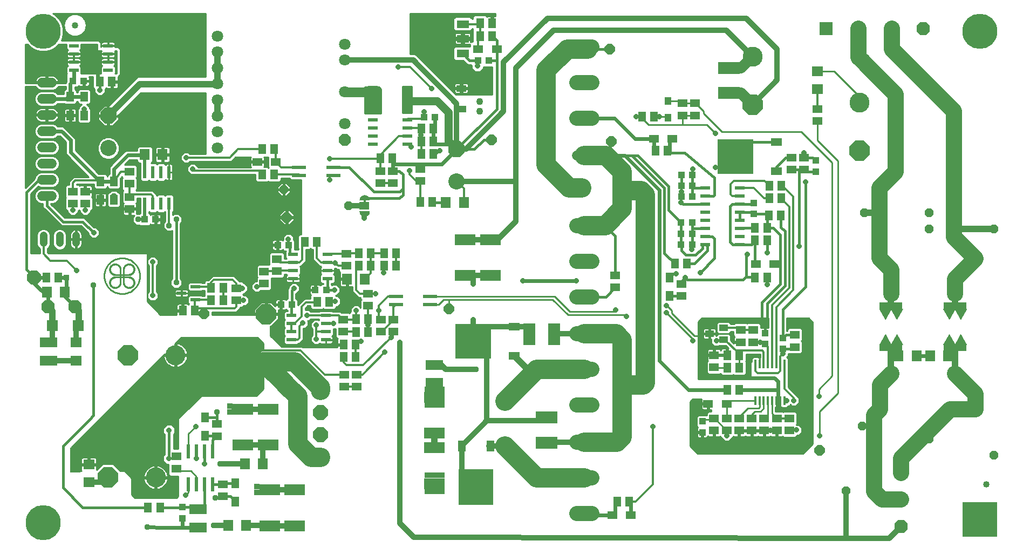
<source format=gbl>
G75*
G70*
%OFA0B0*%
%FSLAX24Y24*%
%IPPOS*%
%LPD*%
%AMOC8*
5,1,8,0,0,1.08239X$1,22.5*
%
%ADD10C,0.1000*%
%ADD11OC8,0.0600*%
%ADD12R,0.0630X0.0710*%
%ADD13OC8,0.0827*%
%ADD14OC8,0.0540*%
%ADD15C,0.0004*%
%ADD16R,0.1417X0.0394*%
%ADD17R,0.0827X0.0827*%
%ADD18C,0.0400*%
%ADD19R,0.0140X0.0560*%
%ADD20R,0.0394X0.0433*%
%ADD21R,0.0591X0.0512*%
%ADD22R,0.2244X0.2165*%
%ADD23R,0.0669X0.0512*%
%ADD24R,0.0433X0.0394*%
%ADD25C,0.0930*%
%ADD26R,0.0512X0.0591*%
%ADD27R,0.0591X0.0472*%
%ADD28C,0.0600*%
%ADD29R,0.1260X0.0709*%
%ADD30R,0.0710X0.0630*%
%ADD31R,0.2165X0.2244*%
%ADD32R,0.0512X0.0669*%
%ADD33R,0.0610X0.0240*%
%ADD34R,0.0472X0.0591*%
%ADD35R,0.0748X0.1339*%
%ADD36R,0.0630X0.0709*%
%ADD37R,0.0709X0.0630*%
%ADD38R,0.1063X0.0630*%
%ADD39R,0.0866X0.0236*%
%ADD40C,0.0100*%
%ADD41C,0.0010*%
%ADD42C,0.1236*%
%ADD43OC8,0.1236*%
%ADD44R,0.1339X0.0748*%
%ADD45OC8,0.0860*%
%ADD46R,0.0354X0.0354*%
%ADD47OC8,0.0650*%
%ADD48R,0.0610X0.0236*%
%ADD49R,0.0220X0.0780*%
%ADD50R,0.0750X0.0450*%
%ADD51R,0.1250X0.2000*%
%ADD52OC8,0.1000*%
%ADD53C,0.0709*%
%ADD54OC8,0.0709*%
%ADD55R,0.0591X0.0394*%
%ADD56OC8,0.0930*%
%ADD57R,0.0551X0.0394*%
%ADD58R,0.0394X0.0472*%
%ADD59R,0.0098X0.0197*%
%ADD60R,0.0197X0.0098*%
%ADD61R,0.0600X0.0500*%
%ADD62R,0.0100X0.0350*%
%ADD63R,0.0100X0.0200*%
%ADD64R,0.0236X0.0866*%
%ADD65C,0.0480*%
%ADD66R,0.0600X0.0220*%
%ADD67R,0.0709X0.0669*%
%ADD68C,0.0433*%
%ADD69C,0.0320*%
%ADD70C,0.0660*%
%ADD71C,0.0120*%
%ADD72OC8,0.0317*%
%ADD73R,0.2165X0.2165*%
%ADD74C,0.1000*%
%ADD75C,0.0400*%
%ADD76C,0.0240*%
%ADD77OC8,0.0357*%
%ADD78C,0.0160*%
%ADD79C,0.0200*%
%ADD80R,0.0317X0.0317*%
%ADD81C,0.0140*%
%ADD82C,0.1200*%
%ADD83R,0.0357X0.0357*%
%ADD84C,0.2165*%
%ADD85C,0.0500*%
D10*
X029462Y024125D03*
X007937Y026175D03*
X056319Y017186D03*
X060256Y017186D03*
X060256Y012264D03*
X056319Y012264D03*
D11*
X055612Y010050D03*
X061512Y010050D03*
X061512Y019350D03*
X055612Y019350D03*
D12*
X056753Y013350D03*
X057872Y013350D03*
X058703Y013350D03*
X059822Y013350D03*
X029897Y022825D03*
X028778Y022825D03*
D13*
X005864Y016400D03*
X004211Y016400D03*
X054285Y033567D03*
X056335Y033567D03*
X058285Y033567D03*
X056912Y006129D03*
X056912Y004475D03*
X056912Y002821D03*
D14*
X053512Y005025D03*
X058662Y008225D03*
X062662Y007225D03*
X054512Y009025D03*
X058662Y021200D03*
X058662Y022200D03*
X062662Y021200D03*
X054662Y022200D03*
X022787Y022625D03*
X018787Y023625D03*
D15*
X055579Y016252D02*
X055933Y015622D01*
X056287Y016252D01*
X055579Y016252D01*
X056287Y016252D01*
X056642Y015622D01*
X056996Y016252D01*
X056288Y016252D01*
X056287Y016252D02*
X056996Y016252D01*
X056995Y016250D02*
X056289Y016250D01*
X056286Y016250D02*
X055580Y016250D01*
X055582Y016247D02*
X056285Y016247D01*
X056283Y016245D02*
X055583Y016245D01*
X055584Y016242D02*
X056282Y016242D01*
X056280Y016240D02*
X055586Y016240D01*
X055587Y016237D02*
X056279Y016237D01*
X056278Y016235D02*
X055589Y016235D01*
X055590Y016233D02*
X056276Y016233D01*
X056275Y016230D02*
X055591Y016230D01*
X055593Y016228D02*
X056274Y016228D01*
X056272Y016225D02*
X055594Y016225D01*
X055595Y016223D02*
X056271Y016223D01*
X056270Y016220D02*
X055597Y016220D01*
X055598Y016218D02*
X056268Y016218D01*
X056267Y016216D02*
X055600Y016216D01*
X055601Y016213D02*
X056265Y016213D01*
X056264Y016211D02*
X055602Y016211D01*
X055604Y016208D02*
X056263Y016208D01*
X056261Y016206D02*
X055605Y016206D01*
X055606Y016203D02*
X056260Y016203D01*
X056259Y016201D02*
X055608Y016201D01*
X055609Y016198D02*
X056257Y016198D01*
X056256Y016196D02*
X055610Y016196D01*
X055612Y016194D02*
X056254Y016194D01*
X056253Y016191D02*
X055613Y016191D01*
X055615Y016189D02*
X056252Y016189D01*
X056250Y016186D02*
X055616Y016186D01*
X055617Y016184D02*
X056249Y016184D01*
X056248Y016181D02*
X055619Y016181D01*
X055620Y016179D02*
X056246Y016179D01*
X056245Y016177D02*
X055621Y016177D01*
X055623Y016174D02*
X056243Y016174D01*
X056242Y016172D02*
X055624Y016172D01*
X055626Y016169D02*
X056241Y016169D01*
X056239Y016167D02*
X055627Y016167D01*
X055628Y016164D02*
X056238Y016164D01*
X056237Y016162D02*
X055630Y016162D01*
X055631Y016160D02*
X056235Y016160D01*
X056234Y016157D02*
X055632Y016157D01*
X055634Y016155D02*
X056232Y016155D01*
X056231Y016152D02*
X055635Y016152D01*
X055637Y016150D02*
X056230Y016150D01*
X056228Y016147D02*
X055638Y016147D01*
X055639Y016145D02*
X056227Y016145D01*
X056226Y016142D02*
X055641Y016142D01*
X055642Y016140D02*
X056224Y016140D01*
X056223Y016138D02*
X055643Y016138D01*
X055645Y016135D02*
X056222Y016135D01*
X056220Y016133D02*
X055646Y016133D01*
X055647Y016130D02*
X056219Y016130D01*
X056217Y016128D02*
X055649Y016128D01*
X055650Y016125D02*
X056216Y016125D01*
X056215Y016123D02*
X055652Y016123D01*
X055653Y016121D02*
X056213Y016121D01*
X056212Y016118D02*
X055654Y016118D01*
X055656Y016116D02*
X056211Y016116D01*
X056209Y016113D02*
X055657Y016113D01*
X055658Y016111D02*
X056208Y016111D01*
X056206Y016108D02*
X055660Y016108D01*
X055661Y016106D02*
X056205Y016106D01*
X056204Y016103D02*
X055663Y016103D01*
X055664Y016101D02*
X056202Y016101D01*
X056201Y016099D02*
X055665Y016099D01*
X055667Y016096D02*
X056200Y016096D01*
X056198Y016094D02*
X055668Y016094D01*
X055669Y016091D02*
X056197Y016091D01*
X056195Y016089D02*
X055671Y016089D01*
X055672Y016086D02*
X056194Y016086D01*
X056193Y016084D02*
X055674Y016084D01*
X055675Y016082D02*
X056191Y016082D01*
X056190Y016079D02*
X055676Y016079D01*
X055678Y016077D02*
X056189Y016077D01*
X056187Y016074D02*
X055679Y016074D01*
X055680Y016072D02*
X056186Y016072D01*
X056185Y016069D02*
X055682Y016069D01*
X055683Y016067D02*
X056183Y016067D01*
X056182Y016064D02*
X055685Y016064D01*
X055686Y016062D02*
X056180Y016062D01*
X056179Y016060D02*
X055687Y016060D01*
X055689Y016057D02*
X056178Y016057D01*
X056176Y016055D02*
X055690Y016055D01*
X055691Y016052D02*
X056175Y016052D01*
X056174Y016050D02*
X055693Y016050D01*
X055694Y016047D02*
X056172Y016047D01*
X056171Y016045D02*
X055695Y016045D01*
X055697Y016043D02*
X056169Y016043D01*
X056168Y016040D02*
X055698Y016040D01*
X055700Y016038D02*
X056167Y016038D01*
X056165Y016035D02*
X055701Y016035D01*
X055702Y016033D02*
X056164Y016033D01*
X056163Y016030D02*
X055704Y016030D01*
X055705Y016028D02*
X056161Y016028D01*
X056160Y016025D02*
X055706Y016025D01*
X055708Y016023D02*
X056158Y016023D01*
X056157Y016021D02*
X055709Y016021D01*
X055711Y016018D02*
X056156Y016018D01*
X056154Y016016D02*
X055712Y016016D01*
X055713Y016013D02*
X056153Y016013D01*
X056152Y016011D02*
X055715Y016011D01*
X055716Y016008D02*
X056150Y016008D01*
X056149Y016006D02*
X055717Y016006D01*
X055719Y016004D02*
X056147Y016004D01*
X056146Y016001D02*
X055720Y016001D01*
X055722Y015999D02*
X056145Y015999D01*
X056143Y015996D02*
X055723Y015996D01*
X055724Y015994D02*
X056142Y015994D01*
X056141Y015991D02*
X055726Y015991D01*
X055727Y015989D02*
X056139Y015989D01*
X056138Y015986D02*
X055728Y015986D01*
X055730Y015984D02*
X056137Y015984D01*
X056135Y015982D02*
X055731Y015982D01*
X055732Y015979D02*
X056134Y015979D01*
X056132Y015977D02*
X055734Y015977D01*
X055735Y015974D02*
X056131Y015974D01*
X056130Y015972D02*
X055737Y015972D01*
X055738Y015969D02*
X056128Y015969D01*
X056127Y015967D02*
X055739Y015967D01*
X055741Y015965D02*
X056126Y015965D01*
X056124Y015962D02*
X055742Y015962D01*
X055743Y015960D02*
X056123Y015960D01*
X056121Y015957D02*
X055745Y015957D01*
X055746Y015955D02*
X056120Y015955D01*
X056119Y015952D02*
X055748Y015952D01*
X055749Y015950D02*
X056117Y015950D01*
X056116Y015947D02*
X055750Y015947D01*
X055752Y015945D02*
X056115Y015945D01*
X056113Y015943D02*
X055753Y015943D01*
X055754Y015940D02*
X056112Y015940D01*
X056110Y015938D02*
X055756Y015938D01*
X055757Y015935D02*
X056109Y015935D01*
X056108Y015933D02*
X055759Y015933D01*
X055760Y015930D02*
X056106Y015930D01*
X056105Y015928D02*
X055761Y015928D01*
X055763Y015926D02*
X056104Y015926D01*
X056102Y015923D02*
X055764Y015923D01*
X055765Y015921D02*
X056101Y015921D01*
X056100Y015918D02*
X055767Y015918D01*
X055768Y015916D02*
X056098Y015916D01*
X056097Y015913D02*
X055770Y015913D01*
X055771Y015911D02*
X056095Y015911D01*
X056094Y015908D02*
X055772Y015908D01*
X055774Y015906D02*
X056093Y015906D01*
X056091Y015904D02*
X055775Y015904D01*
X055776Y015901D02*
X056090Y015901D01*
X056089Y015899D02*
X055778Y015899D01*
X055779Y015896D02*
X056087Y015896D01*
X056086Y015894D02*
X055780Y015894D01*
X055782Y015891D02*
X056084Y015891D01*
X056083Y015889D02*
X055783Y015889D01*
X055785Y015887D02*
X056082Y015887D01*
X056080Y015884D02*
X055786Y015884D01*
X055787Y015882D02*
X056079Y015882D01*
X056078Y015879D02*
X055789Y015879D01*
X055790Y015877D02*
X056076Y015877D01*
X056075Y015874D02*
X055791Y015874D01*
X055793Y015872D02*
X056073Y015872D01*
X056072Y015869D02*
X055794Y015869D01*
X055796Y015867D02*
X056071Y015867D01*
X056069Y015865D02*
X055797Y015865D01*
X055798Y015862D02*
X056068Y015862D01*
X056067Y015860D02*
X055800Y015860D01*
X055801Y015857D02*
X056065Y015857D01*
X056064Y015855D02*
X055802Y015855D01*
X055804Y015852D02*
X056062Y015852D01*
X056061Y015850D02*
X055805Y015850D01*
X055807Y015848D02*
X056060Y015848D01*
X056058Y015845D02*
X055808Y015845D01*
X055809Y015843D02*
X056057Y015843D01*
X056056Y015840D02*
X055811Y015840D01*
X055812Y015838D02*
X056054Y015838D01*
X056053Y015835D02*
X055813Y015835D01*
X055815Y015833D02*
X056052Y015833D01*
X056050Y015830D02*
X055816Y015830D01*
X055817Y015828D02*
X056049Y015828D01*
X056047Y015826D02*
X055819Y015826D01*
X055820Y015823D02*
X056046Y015823D01*
X056045Y015821D02*
X055822Y015821D01*
X055823Y015818D02*
X056043Y015818D01*
X056042Y015816D02*
X055824Y015816D01*
X055826Y015813D02*
X056041Y015813D01*
X056039Y015811D02*
X055827Y015811D01*
X055828Y015809D02*
X056038Y015809D01*
X056036Y015806D02*
X055830Y015806D01*
X055831Y015804D02*
X056035Y015804D01*
X056034Y015801D02*
X055833Y015801D01*
X055834Y015799D02*
X056032Y015799D01*
X056031Y015796D02*
X055835Y015796D01*
X055837Y015794D02*
X056030Y015794D01*
X056028Y015791D02*
X055838Y015791D01*
X055839Y015789D02*
X056027Y015789D01*
X056025Y015787D02*
X055841Y015787D01*
X055842Y015784D02*
X056024Y015784D01*
X056023Y015782D02*
X055844Y015782D01*
X055845Y015779D02*
X056021Y015779D01*
X056020Y015777D02*
X055846Y015777D01*
X055848Y015774D02*
X056019Y015774D01*
X056017Y015772D02*
X055849Y015772D01*
X055850Y015770D02*
X056016Y015770D01*
X056015Y015767D02*
X055852Y015767D01*
X055853Y015765D02*
X056013Y015765D01*
X056012Y015762D02*
X055855Y015762D01*
X055856Y015760D02*
X056010Y015760D01*
X056009Y015757D02*
X055857Y015757D01*
X055859Y015755D02*
X056008Y015755D01*
X056006Y015752D02*
X055860Y015752D01*
X055861Y015750D02*
X056005Y015750D01*
X056004Y015748D02*
X055863Y015748D01*
X055864Y015745D02*
X056002Y015745D01*
X056001Y015743D02*
X055865Y015743D01*
X055867Y015740D02*
X055999Y015740D01*
X055998Y015738D02*
X055868Y015738D01*
X055870Y015735D02*
X055997Y015735D01*
X055995Y015733D02*
X055871Y015733D01*
X055872Y015731D02*
X055994Y015731D01*
X055993Y015728D02*
X055874Y015728D01*
X055875Y015726D02*
X055991Y015726D01*
X055990Y015723D02*
X055876Y015723D01*
X055878Y015721D02*
X055988Y015721D01*
X055987Y015718D02*
X055879Y015718D01*
X055881Y015716D02*
X055986Y015716D01*
X055984Y015713D02*
X055882Y015713D01*
X055883Y015711D02*
X055983Y015711D01*
X055982Y015709D02*
X055885Y015709D01*
X055886Y015706D02*
X055980Y015706D01*
X055979Y015704D02*
X055887Y015704D01*
X055889Y015701D02*
X055977Y015701D01*
X055976Y015699D02*
X055890Y015699D01*
X055892Y015696D02*
X055975Y015696D01*
X055973Y015694D02*
X055893Y015694D01*
X055894Y015692D02*
X055972Y015692D01*
X055971Y015689D02*
X055896Y015689D01*
X055897Y015687D02*
X055969Y015687D01*
X055968Y015684D02*
X055898Y015684D01*
X055900Y015682D02*
X055967Y015682D01*
X055965Y015679D02*
X055901Y015679D01*
X055902Y015677D02*
X055964Y015677D01*
X055962Y015674D02*
X055904Y015674D01*
X055905Y015672D02*
X055961Y015672D01*
X055960Y015670D02*
X055907Y015670D01*
X055908Y015667D02*
X055958Y015667D01*
X055957Y015665D02*
X055909Y015665D01*
X055911Y015662D02*
X055956Y015662D01*
X055954Y015660D02*
X055912Y015660D01*
X055913Y015657D02*
X055953Y015657D01*
X055951Y015655D02*
X055915Y015655D01*
X055916Y015653D02*
X055950Y015653D01*
X055949Y015650D02*
X055918Y015650D01*
X055919Y015648D02*
X055947Y015648D01*
X055946Y015645D02*
X055920Y015645D01*
X055922Y015643D02*
X055945Y015643D01*
X055943Y015640D02*
X055923Y015640D01*
X055924Y015638D02*
X055942Y015638D01*
X055940Y015635D02*
X055926Y015635D01*
X055927Y015633D02*
X055939Y015633D01*
X055938Y015631D02*
X055929Y015631D01*
X055930Y015628D02*
X055936Y015628D01*
X055935Y015626D02*
X055931Y015626D01*
X055933Y015623D02*
X055934Y015623D01*
X056471Y015926D02*
X056812Y015926D01*
X056814Y015928D02*
X056470Y015928D01*
X056469Y015930D02*
X056815Y015930D01*
X056816Y015933D02*
X056467Y015933D01*
X056466Y015935D02*
X056818Y015935D01*
X056819Y015938D02*
X056464Y015938D01*
X056463Y015940D02*
X056821Y015940D01*
X056822Y015943D02*
X056462Y015943D01*
X056460Y015945D02*
X056823Y015945D01*
X056825Y015947D02*
X056459Y015947D01*
X056458Y015950D02*
X056826Y015950D01*
X056827Y015952D02*
X056456Y015952D01*
X056455Y015955D02*
X056829Y015955D01*
X056830Y015957D02*
X056453Y015957D01*
X056452Y015960D02*
X056831Y015960D01*
X056833Y015962D02*
X056451Y015962D01*
X056449Y015965D02*
X056834Y015965D01*
X056836Y015967D02*
X056448Y015967D01*
X056447Y015969D02*
X056837Y015969D01*
X056838Y015972D02*
X056445Y015972D01*
X056444Y015974D02*
X056840Y015974D01*
X056841Y015977D02*
X056443Y015977D01*
X056441Y015979D02*
X056842Y015979D01*
X056844Y015982D02*
X056440Y015982D01*
X056438Y015984D02*
X056845Y015984D01*
X056847Y015986D02*
X056437Y015986D01*
X056436Y015989D02*
X056848Y015989D01*
X056849Y015991D02*
X056434Y015991D01*
X056433Y015994D02*
X056851Y015994D01*
X056852Y015996D02*
X056432Y015996D01*
X056430Y015999D02*
X056853Y015999D01*
X056855Y016001D02*
X056429Y016001D01*
X056427Y016004D02*
X056856Y016004D01*
X056858Y016006D02*
X056426Y016006D01*
X056425Y016008D02*
X056859Y016008D01*
X056860Y016011D02*
X056423Y016011D01*
X056422Y016013D02*
X056862Y016013D01*
X056863Y016016D02*
X056421Y016016D01*
X056419Y016018D02*
X056864Y016018D01*
X056866Y016021D02*
X056418Y016021D01*
X056416Y016023D02*
X056867Y016023D01*
X056868Y016025D02*
X056415Y016025D01*
X056414Y016028D02*
X056870Y016028D01*
X056871Y016030D02*
X056412Y016030D01*
X056411Y016033D02*
X056873Y016033D01*
X056874Y016035D02*
X056410Y016035D01*
X056408Y016038D02*
X056875Y016038D01*
X056877Y016040D02*
X056407Y016040D01*
X056406Y016043D02*
X056878Y016043D01*
X056879Y016045D02*
X056404Y016045D01*
X056403Y016047D02*
X056881Y016047D01*
X056882Y016050D02*
X056401Y016050D01*
X056400Y016052D02*
X056884Y016052D01*
X056885Y016055D02*
X056399Y016055D01*
X056397Y016057D02*
X056886Y016057D01*
X056888Y016060D02*
X056396Y016060D01*
X056395Y016062D02*
X056889Y016062D01*
X056890Y016064D02*
X056393Y016064D01*
X056392Y016067D02*
X056892Y016067D01*
X056893Y016069D02*
X056390Y016069D01*
X056389Y016072D02*
X056895Y016072D01*
X056896Y016074D02*
X056388Y016074D01*
X056386Y016077D02*
X056897Y016077D01*
X056899Y016079D02*
X056385Y016079D01*
X056384Y016082D02*
X056900Y016082D01*
X056901Y016084D02*
X056382Y016084D01*
X056381Y016086D02*
X056903Y016086D01*
X056904Y016089D02*
X056379Y016089D01*
X056378Y016091D02*
X056906Y016091D01*
X056907Y016094D02*
X056377Y016094D01*
X056375Y016096D02*
X056908Y016096D01*
X056910Y016099D02*
X056374Y016099D01*
X056373Y016101D02*
X056911Y016101D01*
X056912Y016103D02*
X056371Y016103D01*
X056370Y016106D02*
X056914Y016106D01*
X056915Y016108D02*
X056368Y016108D01*
X056367Y016111D02*
X056916Y016111D01*
X056918Y016113D02*
X056366Y016113D01*
X056364Y016116D02*
X056919Y016116D01*
X056921Y016118D02*
X056363Y016118D01*
X056362Y016121D02*
X056922Y016121D01*
X056923Y016123D02*
X056360Y016123D01*
X056359Y016125D02*
X056925Y016125D01*
X056926Y016128D02*
X056358Y016128D01*
X056356Y016130D02*
X056927Y016130D01*
X056929Y016133D02*
X056355Y016133D01*
X056353Y016135D02*
X056930Y016135D01*
X056932Y016138D02*
X056352Y016138D01*
X056351Y016140D02*
X056933Y016140D01*
X056934Y016142D02*
X056349Y016142D01*
X056348Y016145D02*
X056936Y016145D01*
X056937Y016147D02*
X056347Y016147D01*
X056345Y016150D02*
X056938Y016150D01*
X056940Y016152D02*
X056344Y016152D01*
X056342Y016155D02*
X056941Y016155D01*
X056943Y016157D02*
X056341Y016157D01*
X056340Y016160D02*
X056944Y016160D01*
X056945Y016162D02*
X056338Y016162D01*
X056337Y016164D02*
X056947Y016164D01*
X056948Y016167D02*
X056336Y016167D01*
X056334Y016169D02*
X056949Y016169D01*
X056951Y016172D02*
X056333Y016172D01*
X056331Y016174D02*
X056952Y016174D01*
X056953Y016177D02*
X056330Y016177D01*
X056329Y016179D02*
X056955Y016179D01*
X056956Y016181D02*
X056327Y016181D01*
X056326Y016184D02*
X056958Y016184D01*
X056959Y016186D02*
X056325Y016186D01*
X056323Y016189D02*
X056960Y016189D01*
X056962Y016191D02*
X056322Y016191D01*
X056321Y016194D02*
X056963Y016194D01*
X056964Y016196D02*
X056319Y016196D01*
X056318Y016198D02*
X056966Y016198D01*
X056967Y016201D02*
X056316Y016201D01*
X056315Y016203D02*
X056969Y016203D01*
X056970Y016206D02*
X056314Y016206D01*
X056312Y016208D02*
X056971Y016208D01*
X056973Y016211D02*
X056311Y016211D01*
X056310Y016213D02*
X056974Y016213D01*
X056975Y016216D02*
X056308Y016216D01*
X056307Y016218D02*
X056977Y016218D01*
X056978Y016220D02*
X056305Y016220D01*
X056304Y016223D02*
X056980Y016223D01*
X056981Y016225D02*
X056303Y016225D01*
X056301Y016228D02*
X056982Y016228D01*
X056984Y016230D02*
X056300Y016230D01*
X056299Y016233D02*
X056985Y016233D01*
X056986Y016235D02*
X056297Y016235D01*
X056296Y016237D02*
X056988Y016237D01*
X056989Y016240D02*
X056294Y016240D01*
X056293Y016242D02*
X056991Y016242D01*
X056992Y016245D02*
X056292Y016245D01*
X056290Y016247D02*
X056993Y016247D01*
X056811Y015923D02*
X056473Y015923D01*
X056474Y015921D02*
X056810Y015921D01*
X056808Y015918D02*
X056475Y015918D01*
X056477Y015916D02*
X056807Y015916D01*
X056805Y015913D02*
X056478Y015913D01*
X056480Y015911D02*
X056804Y015911D01*
X056803Y015908D02*
X056481Y015908D01*
X056482Y015906D02*
X056801Y015906D01*
X056800Y015904D02*
X056484Y015904D01*
X056485Y015901D02*
X056799Y015901D01*
X056797Y015899D02*
X056486Y015899D01*
X056488Y015896D02*
X056796Y015896D01*
X056794Y015894D02*
X056489Y015894D01*
X056491Y015891D02*
X056793Y015891D01*
X056792Y015889D02*
X056492Y015889D01*
X056493Y015887D02*
X056790Y015887D01*
X056789Y015884D02*
X056495Y015884D01*
X056496Y015882D02*
X056788Y015882D01*
X056786Y015879D02*
X056497Y015879D01*
X056499Y015877D02*
X056785Y015877D01*
X056783Y015874D02*
X056500Y015874D01*
X056501Y015872D02*
X056782Y015872D01*
X056781Y015869D02*
X056503Y015869D01*
X056504Y015867D02*
X056779Y015867D01*
X056778Y015865D02*
X056506Y015865D01*
X056507Y015862D02*
X056777Y015862D01*
X056775Y015860D02*
X056508Y015860D01*
X056510Y015857D02*
X056774Y015857D01*
X056773Y015855D02*
X056511Y015855D01*
X056512Y015852D02*
X056771Y015852D01*
X056770Y015850D02*
X056514Y015850D01*
X056515Y015848D02*
X056768Y015848D01*
X056767Y015845D02*
X056517Y015845D01*
X056518Y015843D02*
X056766Y015843D01*
X056764Y015840D02*
X056519Y015840D01*
X056521Y015838D02*
X056763Y015838D01*
X056762Y015835D02*
X056522Y015835D01*
X056523Y015833D02*
X056760Y015833D01*
X056759Y015830D02*
X056525Y015830D01*
X056526Y015828D02*
X056757Y015828D01*
X056756Y015826D02*
X056528Y015826D01*
X056529Y015823D02*
X056755Y015823D01*
X056753Y015821D02*
X056530Y015821D01*
X056532Y015818D02*
X056752Y015818D01*
X056751Y015816D02*
X056533Y015816D01*
X056534Y015813D02*
X056749Y015813D01*
X056748Y015811D02*
X056536Y015811D01*
X056537Y015809D02*
X056746Y015809D01*
X056745Y015806D02*
X056538Y015806D01*
X056540Y015804D02*
X056744Y015804D01*
X056742Y015801D02*
X056541Y015801D01*
X056543Y015799D02*
X056741Y015799D01*
X056740Y015796D02*
X056544Y015796D01*
X056545Y015794D02*
X056738Y015794D01*
X056737Y015791D02*
X056547Y015791D01*
X056548Y015789D02*
X056736Y015789D01*
X056734Y015787D02*
X056549Y015787D01*
X056551Y015784D02*
X056733Y015784D01*
X056731Y015782D02*
X056552Y015782D01*
X056554Y015779D02*
X056730Y015779D01*
X056729Y015777D02*
X056555Y015777D01*
X056556Y015774D02*
X056727Y015774D01*
X056726Y015772D02*
X056558Y015772D01*
X056559Y015770D02*
X056725Y015770D01*
X056723Y015767D02*
X056560Y015767D01*
X056562Y015765D02*
X056722Y015765D01*
X056720Y015762D02*
X056563Y015762D01*
X056565Y015760D02*
X056719Y015760D01*
X056718Y015757D02*
X056566Y015757D01*
X056567Y015755D02*
X056716Y015755D01*
X056715Y015752D02*
X056569Y015752D01*
X056570Y015750D02*
X056714Y015750D01*
X056712Y015748D02*
X056571Y015748D01*
X056573Y015745D02*
X056711Y015745D01*
X056709Y015743D02*
X056574Y015743D01*
X056576Y015740D02*
X056708Y015740D01*
X056707Y015738D02*
X056577Y015738D01*
X056578Y015735D02*
X056705Y015735D01*
X056704Y015733D02*
X056580Y015733D01*
X056581Y015731D02*
X056703Y015731D01*
X056701Y015728D02*
X056582Y015728D01*
X056584Y015726D02*
X056700Y015726D01*
X056698Y015723D02*
X056585Y015723D01*
X056586Y015721D02*
X056697Y015721D01*
X056696Y015718D02*
X056588Y015718D01*
X056589Y015716D02*
X056694Y015716D01*
X056693Y015713D02*
X056591Y015713D01*
X056592Y015711D02*
X056692Y015711D01*
X056690Y015709D02*
X056593Y015709D01*
X056595Y015706D02*
X056689Y015706D01*
X056688Y015704D02*
X056596Y015704D01*
X056597Y015701D02*
X056686Y015701D01*
X056685Y015699D02*
X056599Y015699D01*
X056600Y015696D02*
X056683Y015696D01*
X056682Y015694D02*
X056602Y015694D01*
X056603Y015692D02*
X056681Y015692D01*
X056679Y015689D02*
X056604Y015689D01*
X056606Y015687D02*
X056678Y015687D01*
X056677Y015684D02*
X056607Y015684D01*
X056608Y015682D02*
X056675Y015682D01*
X056674Y015679D02*
X056610Y015679D01*
X056611Y015677D02*
X056672Y015677D01*
X056671Y015674D02*
X056613Y015674D01*
X056614Y015672D02*
X056670Y015672D01*
X056668Y015670D02*
X056615Y015670D01*
X056617Y015667D02*
X056667Y015667D01*
X056666Y015665D02*
X056618Y015665D01*
X056619Y015662D02*
X056664Y015662D01*
X056663Y015660D02*
X056621Y015660D01*
X056622Y015657D02*
X056661Y015657D01*
X056660Y015655D02*
X056623Y015655D01*
X056625Y015653D02*
X056659Y015653D01*
X056657Y015650D02*
X056626Y015650D01*
X056628Y015648D02*
X056656Y015648D01*
X056655Y015645D02*
X056629Y015645D01*
X056630Y015643D02*
X056653Y015643D01*
X056652Y015640D02*
X056632Y015640D01*
X056633Y015638D02*
X056651Y015638D01*
X056649Y015635D02*
X056634Y015635D01*
X056636Y015633D02*
X056648Y015633D01*
X056646Y015631D02*
X056637Y015631D01*
X056639Y015628D02*
X056645Y015628D01*
X056644Y015626D02*
X056640Y015626D01*
X056641Y015623D02*
X056642Y015623D01*
X056642Y014678D02*
X056996Y014048D01*
X056287Y014048D01*
X055933Y014678D01*
X055579Y014048D01*
X056287Y014048D01*
X056642Y014678D01*
X056640Y014675D02*
X056643Y014675D01*
X056644Y014673D02*
X056639Y014673D01*
X056638Y014670D02*
X056646Y014670D01*
X056647Y014668D02*
X056636Y014668D01*
X056635Y014665D02*
X056649Y014665D01*
X056650Y014663D02*
X056634Y014663D01*
X056632Y014661D02*
X056651Y014661D01*
X056653Y014658D02*
X056631Y014658D01*
X056630Y014656D02*
X056654Y014656D01*
X056655Y014653D02*
X056628Y014653D01*
X056627Y014651D02*
X056657Y014651D01*
X056658Y014648D02*
X056625Y014648D01*
X056624Y014646D02*
X056660Y014646D01*
X056661Y014644D02*
X056623Y014644D01*
X056621Y014641D02*
X056662Y014641D01*
X056664Y014639D02*
X056620Y014639D01*
X056619Y014636D02*
X056665Y014636D01*
X056666Y014634D02*
X056617Y014634D01*
X056616Y014631D02*
X056668Y014631D01*
X056669Y014629D02*
X056614Y014629D01*
X056613Y014626D02*
X056671Y014626D01*
X056672Y014624D02*
X056612Y014624D01*
X056610Y014622D02*
X056673Y014622D01*
X056675Y014619D02*
X056609Y014619D01*
X056608Y014617D02*
X056676Y014617D01*
X056677Y014614D02*
X056606Y014614D01*
X056605Y014612D02*
X056679Y014612D01*
X056680Y014609D02*
X056603Y014609D01*
X056602Y014607D02*
X056682Y014607D01*
X056683Y014605D02*
X056601Y014605D01*
X056599Y014602D02*
X056684Y014602D01*
X056686Y014600D02*
X056598Y014600D01*
X056597Y014597D02*
X056687Y014597D01*
X056688Y014595D02*
X056595Y014595D01*
X056594Y014592D02*
X056690Y014592D01*
X056691Y014590D02*
X056592Y014590D01*
X056591Y014587D02*
X056692Y014587D01*
X056694Y014585D02*
X056590Y014585D01*
X056588Y014583D02*
X056695Y014583D01*
X056697Y014580D02*
X056587Y014580D01*
X056586Y014578D02*
X056698Y014578D01*
X056699Y014575D02*
X056584Y014575D01*
X056583Y014573D02*
X056701Y014573D01*
X056702Y014570D02*
X056582Y014570D01*
X056580Y014568D02*
X056703Y014568D01*
X056705Y014566D02*
X056579Y014566D01*
X056577Y014563D02*
X056706Y014563D01*
X056708Y014561D02*
X056576Y014561D01*
X056575Y014558D02*
X056709Y014558D01*
X056710Y014556D02*
X056573Y014556D01*
X056572Y014553D02*
X056712Y014553D01*
X056713Y014551D02*
X056571Y014551D01*
X056569Y014548D02*
X056714Y014548D01*
X056716Y014546D02*
X056568Y014546D01*
X056566Y014544D02*
X056717Y014544D01*
X056719Y014541D02*
X056565Y014541D01*
X056564Y014539D02*
X056720Y014539D01*
X056721Y014536D02*
X056562Y014536D01*
X056561Y014534D02*
X056723Y014534D01*
X056724Y014531D02*
X056560Y014531D01*
X056558Y014529D02*
X056725Y014529D01*
X056727Y014527D02*
X056557Y014527D01*
X056555Y014524D02*
X056728Y014524D01*
X056729Y014522D02*
X056554Y014522D01*
X056553Y014519D02*
X056731Y014519D01*
X056732Y014517D02*
X056551Y014517D01*
X056550Y014514D02*
X056734Y014514D01*
X056735Y014512D02*
X056549Y014512D01*
X056547Y014509D02*
X056736Y014509D01*
X056738Y014507D02*
X056546Y014507D01*
X056545Y014505D02*
X056739Y014505D01*
X056740Y014502D02*
X056543Y014502D01*
X056542Y014500D02*
X056742Y014500D01*
X056743Y014497D02*
X056540Y014497D01*
X056539Y014495D02*
X056745Y014495D01*
X056746Y014492D02*
X056538Y014492D01*
X056536Y014490D02*
X056747Y014490D01*
X056749Y014488D02*
X056535Y014488D01*
X056534Y014485D02*
X056750Y014485D01*
X056751Y014483D02*
X056532Y014483D01*
X056531Y014480D02*
X056753Y014480D01*
X056754Y014478D02*
X056529Y014478D01*
X056528Y014475D02*
X056756Y014475D01*
X056757Y014473D02*
X056527Y014473D01*
X056525Y014470D02*
X056758Y014470D01*
X056760Y014468D02*
X056524Y014468D01*
X056523Y014466D02*
X056761Y014466D01*
X056762Y014463D02*
X056521Y014463D01*
X056520Y014461D02*
X056764Y014461D01*
X056765Y014458D02*
X056518Y014458D01*
X056517Y014456D02*
X056767Y014456D01*
X056768Y014453D02*
X056516Y014453D01*
X056514Y014451D02*
X056769Y014451D01*
X056771Y014449D02*
X056513Y014449D01*
X056512Y014446D02*
X056772Y014446D01*
X056773Y014444D02*
X056510Y014444D01*
X056509Y014441D02*
X056775Y014441D01*
X056776Y014439D02*
X056507Y014439D01*
X056506Y014436D02*
X056777Y014436D01*
X056779Y014434D02*
X056505Y014434D01*
X056503Y014431D02*
X056780Y014431D01*
X056782Y014429D02*
X056502Y014429D01*
X056501Y014427D02*
X056783Y014427D01*
X056784Y014424D02*
X056499Y014424D01*
X056498Y014422D02*
X056786Y014422D01*
X056787Y014419D02*
X056497Y014419D01*
X056495Y014417D02*
X056788Y014417D01*
X056790Y014414D02*
X056494Y014414D01*
X056492Y014412D02*
X056791Y014412D01*
X056793Y014410D02*
X056491Y014410D01*
X056490Y014407D02*
X056794Y014407D01*
X056795Y014405D02*
X056488Y014405D01*
X056487Y014402D02*
X056797Y014402D01*
X056798Y014400D02*
X056486Y014400D01*
X056484Y014397D02*
X056799Y014397D01*
X056801Y014395D02*
X056483Y014395D01*
X056481Y014392D02*
X056802Y014392D01*
X056804Y014390D02*
X056480Y014390D01*
X056479Y014388D02*
X056805Y014388D01*
X056806Y014385D02*
X056477Y014385D01*
X056476Y014383D02*
X056808Y014383D01*
X056809Y014380D02*
X056475Y014380D01*
X056473Y014378D02*
X056810Y014378D01*
X056812Y014375D02*
X056472Y014375D01*
X056470Y014373D02*
X056813Y014373D01*
X056814Y014371D02*
X056469Y014371D01*
X056468Y014368D02*
X056816Y014368D01*
X056817Y014366D02*
X056466Y014366D01*
X056465Y014363D02*
X056819Y014363D01*
X056820Y014361D02*
X056464Y014361D01*
X056462Y014358D02*
X056821Y014358D01*
X056823Y014356D02*
X056461Y014356D01*
X056460Y014353D02*
X056824Y014353D01*
X056825Y014351D02*
X056458Y014351D01*
X056457Y014349D02*
X056827Y014349D01*
X056828Y014346D02*
X056455Y014346D01*
X056454Y014344D02*
X056830Y014344D01*
X056831Y014341D02*
X056453Y014341D01*
X056451Y014339D02*
X056832Y014339D01*
X056834Y014336D02*
X056450Y014336D01*
X056449Y014334D02*
X056835Y014334D01*
X056836Y014332D02*
X056447Y014332D01*
X056446Y014329D02*
X056838Y014329D01*
X056839Y014327D02*
X056444Y014327D01*
X056443Y014324D02*
X056841Y014324D01*
X056842Y014322D02*
X056442Y014322D01*
X056440Y014319D02*
X056843Y014319D01*
X056845Y014317D02*
X056439Y014317D01*
X056438Y014315D02*
X056846Y014315D01*
X056847Y014312D02*
X056436Y014312D01*
X056435Y014310D02*
X056849Y014310D01*
X056850Y014307D02*
X056433Y014307D01*
X056432Y014305D02*
X056852Y014305D01*
X056853Y014302D02*
X056431Y014302D01*
X056429Y014300D02*
X056854Y014300D01*
X056856Y014297D02*
X056428Y014297D01*
X056427Y014295D02*
X056857Y014295D01*
X056858Y014293D02*
X056425Y014293D01*
X056424Y014290D02*
X056860Y014290D01*
X056861Y014288D02*
X056422Y014288D01*
X056421Y014285D02*
X056862Y014285D01*
X056864Y014283D02*
X056420Y014283D01*
X056418Y014280D02*
X056865Y014280D01*
X056867Y014278D02*
X056417Y014278D01*
X056416Y014276D02*
X056868Y014276D01*
X056869Y014273D02*
X056414Y014273D01*
X056413Y014271D02*
X056871Y014271D01*
X056872Y014268D02*
X056412Y014268D01*
X056410Y014266D02*
X056873Y014266D01*
X056875Y014263D02*
X056409Y014263D01*
X056407Y014261D02*
X056876Y014261D01*
X056878Y014258D02*
X056406Y014258D01*
X056405Y014256D02*
X056879Y014256D01*
X056880Y014254D02*
X056403Y014254D01*
X056402Y014251D02*
X056882Y014251D01*
X056883Y014249D02*
X056401Y014249D01*
X056399Y014246D02*
X056884Y014246D01*
X056886Y014244D02*
X056398Y014244D01*
X056396Y014241D02*
X056887Y014241D01*
X056889Y014239D02*
X056395Y014239D01*
X056394Y014237D02*
X056890Y014237D01*
X056891Y014234D02*
X056392Y014234D01*
X056391Y014232D02*
X056893Y014232D01*
X056894Y014229D02*
X056390Y014229D01*
X056388Y014227D02*
X056895Y014227D01*
X056897Y014224D02*
X056387Y014224D01*
X056385Y014222D02*
X056898Y014222D01*
X056899Y014219D02*
X056384Y014219D01*
X056383Y014217D02*
X056901Y014217D01*
X056902Y014215D02*
X056381Y014215D01*
X056380Y014212D02*
X056904Y014212D01*
X056905Y014210D02*
X056379Y014210D01*
X056377Y014207D02*
X056906Y014207D01*
X056908Y014205D02*
X056376Y014205D01*
X056375Y014202D02*
X056909Y014202D01*
X056910Y014200D02*
X056373Y014200D01*
X056372Y014198D02*
X056912Y014198D01*
X056913Y014195D02*
X056370Y014195D01*
X056369Y014193D02*
X056915Y014193D01*
X056916Y014190D02*
X056368Y014190D01*
X056366Y014188D02*
X056917Y014188D01*
X056919Y014185D02*
X056365Y014185D01*
X056364Y014183D02*
X056920Y014183D01*
X056921Y014180D02*
X056362Y014180D01*
X056361Y014178D02*
X056923Y014178D01*
X056924Y014176D02*
X056359Y014176D01*
X056358Y014173D02*
X056926Y014173D01*
X056927Y014171D02*
X056357Y014171D01*
X056355Y014168D02*
X056928Y014168D01*
X056930Y014166D02*
X056354Y014166D01*
X056353Y014163D02*
X056931Y014163D01*
X056932Y014161D02*
X056351Y014161D01*
X056350Y014159D02*
X056934Y014159D01*
X056935Y014156D02*
X056348Y014156D01*
X056347Y014154D02*
X056937Y014154D01*
X056938Y014151D02*
X056346Y014151D01*
X056344Y014149D02*
X056939Y014149D01*
X056941Y014146D02*
X056343Y014146D01*
X056342Y014144D02*
X056942Y014144D01*
X056943Y014141D02*
X056340Y014141D01*
X056339Y014139D02*
X056945Y014139D01*
X056946Y014137D02*
X056337Y014137D01*
X056336Y014134D02*
X056947Y014134D01*
X056949Y014132D02*
X056335Y014132D01*
X056333Y014129D02*
X056950Y014129D01*
X056952Y014127D02*
X056332Y014127D01*
X056331Y014124D02*
X056953Y014124D01*
X056954Y014122D02*
X056329Y014122D01*
X056328Y014120D02*
X056956Y014120D01*
X056957Y014117D02*
X056327Y014117D01*
X056325Y014115D02*
X056958Y014115D01*
X056960Y014112D02*
X056324Y014112D01*
X056322Y014110D02*
X056961Y014110D01*
X056963Y014107D02*
X056321Y014107D01*
X056320Y014105D02*
X056964Y014105D01*
X056965Y014102D02*
X056318Y014102D01*
X056317Y014100D02*
X056967Y014100D01*
X056968Y014098D02*
X056316Y014098D01*
X056314Y014095D02*
X056969Y014095D01*
X056971Y014093D02*
X056313Y014093D01*
X056311Y014090D02*
X056972Y014090D01*
X056974Y014088D02*
X056310Y014088D01*
X056309Y014085D02*
X056975Y014085D01*
X056976Y014083D02*
X056307Y014083D01*
X056306Y014081D02*
X056978Y014081D01*
X056979Y014078D02*
X056305Y014078D01*
X056303Y014076D02*
X056980Y014076D01*
X056982Y014073D02*
X056302Y014073D01*
X056300Y014071D02*
X056983Y014071D01*
X056984Y014068D02*
X056299Y014068D01*
X056298Y014066D02*
X056986Y014066D01*
X056987Y014063D02*
X056296Y014063D01*
X056295Y014061D02*
X056989Y014061D01*
X056990Y014059D02*
X056294Y014059D01*
X056292Y014056D02*
X056991Y014056D01*
X056993Y014054D02*
X056291Y014054D01*
X056290Y014051D02*
X056994Y014051D01*
X056995Y014049D02*
X056288Y014049D01*
X056287Y014049D02*
X055579Y014049D01*
X055581Y014051D02*
X056285Y014051D01*
X056284Y014054D02*
X055582Y014054D01*
X055584Y014056D02*
X056283Y014056D01*
X056281Y014059D02*
X055585Y014059D01*
X055586Y014061D02*
X056280Y014061D01*
X056279Y014063D02*
X055588Y014063D01*
X055589Y014066D02*
X056277Y014066D01*
X056276Y014068D02*
X055590Y014068D01*
X055592Y014071D02*
X056274Y014071D01*
X056273Y014073D02*
X055593Y014073D01*
X055595Y014076D02*
X056272Y014076D01*
X056270Y014078D02*
X055596Y014078D01*
X055597Y014081D02*
X056269Y014081D01*
X056268Y014083D02*
X055599Y014083D01*
X055600Y014085D02*
X056266Y014085D01*
X056265Y014088D02*
X055601Y014088D01*
X055603Y014090D02*
X056263Y014090D01*
X056262Y014093D02*
X055604Y014093D01*
X055606Y014095D02*
X056261Y014095D01*
X056259Y014098D02*
X055607Y014098D01*
X055608Y014100D02*
X056258Y014100D01*
X056257Y014102D02*
X055610Y014102D01*
X055611Y014105D02*
X056255Y014105D01*
X056254Y014107D02*
X055612Y014107D01*
X055614Y014110D02*
X056253Y014110D01*
X056251Y014112D02*
X055615Y014112D01*
X055616Y014115D02*
X056250Y014115D01*
X056248Y014117D02*
X055618Y014117D01*
X055619Y014120D02*
X056247Y014120D01*
X056246Y014122D02*
X055621Y014122D01*
X055622Y014124D02*
X056244Y014124D01*
X056243Y014127D02*
X055623Y014127D01*
X055625Y014129D02*
X056242Y014129D01*
X056240Y014132D02*
X055626Y014132D01*
X055627Y014134D02*
X056239Y014134D01*
X056237Y014137D02*
X055629Y014137D01*
X055630Y014139D02*
X056236Y014139D01*
X056235Y014141D02*
X055632Y014141D01*
X055633Y014144D02*
X056233Y014144D01*
X056232Y014146D02*
X055634Y014146D01*
X055636Y014149D02*
X056231Y014149D01*
X056229Y014151D02*
X055637Y014151D01*
X055638Y014154D02*
X056228Y014154D01*
X056226Y014156D02*
X055640Y014156D01*
X055641Y014159D02*
X056225Y014159D01*
X056224Y014161D02*
X055643Y014161D01*
X055644Y014163D02*
X056222Y014163D01*
X056221Y014166D02*
X055645Y014166D01*
X055647Y014168D02*
X056220Y014168D01*
X056218Y014171D02*
X055648Y014171D01*
X055649Y014173D02*
X056217Y014173D01*
X056216Y014176D02*
X055651Y014176D01*
X055652Y014178D02*
X056214Y014178D01*
X056213Y014180D02*
X055654Y014180D01*
X055655Y014183D02*
X056211Y014183D01*
X056210Y014185D02*
X055656Y014185D01*
X055658Y014188D02*
X056209Y014188D01*
X056207Y014190D02*
X055659Y014190D01*
X055660Y014193D02*
X056206Y014193D01*
X056205Y014195D02*
X055662Y014195D01*
X055663Y014198D02*
X056203Y014198D01*
X056202Y014200D02*
X055664Y014200D01*
X055666Y014202D02*
X056200Y014202D01*
X056199Y014205D02*
X055667Y014205D01*
X055669Y014207D02*
X056198Y014207D01*
X056196Y014210D02*
X055670Y014210D01*
X055671Y014212D02*
X056195Y014212D01*
X056194Y014215D02*
X055673Y014215D01*
X055674Y014217D02*
X056192Y014217D01*
X056191Y014219D02*
X055675Y014219D01*
X055677Y014222D02*
X056189Y014222D01*
X056188Y014224D02*
X055678Y014224D01*
X055680Y014227D02*
X056187Y014227D01*
X056185Y014229D02*
X055681Y014229D01*
X055682Y014232D02*
X056184Y014232D01*
X056183Y014234D02*
X055684Y014234D01*
X055685Y014237D02*
X056181Y014237D01*
X056180Y014239D02*
X055686Y014239D01*
X055688Y014241D02*
X056178Y014241D01*
X056177Y014244D02*
X055689Y014244D01*
X055691Y014246D02*
X056176Y014246D01*
X056174Y014249D02*
X055692Y014249D01*
X055693Y014251D02*
X056173Y014251D01*
X056172Y014254D02*
X055695Y014254D01*
X055696Y014256D02*
X056170Y014256D01*
X056169Y014258D02*
X055697Y014258D01*
X055699Y014261D02*
X056168Y014261D01*
X056166Y014263D02*
X055700Y014263D01*
X055701Y014266D02*
X056165Y014266D01*
X056163Y014268D02*
X055703Y014268D01*
X055704Y014271D02*
X056162Y014271D01*
X056161Y014273D02*
X055706Y014273D01*
X055707Y014276D02*
X056159Y014276D01*
X056158Y014278D02*
X055708Y014278D01*
X055710Y014280D02*
X056157Y014280D01*
X056155Y014283D02*
X055711Y014283D01*
X055712Y014285D02*
X056154Y014285D01*
X056152Y014288D02*
X055714Y014288D01*
X055715Y014290D02*
X056151Y014290D01*
X056150Y014293D02*
X055717Y014293D01*
X055718Y014295D02*
X056148Y014295D01*
X056147Y014297D02*
X055719Y014297D01*
X055721Y014300D02*
X056146Y014300D01*
X056144Y014302D02*
X055722Y014302D01*
X055723Y014305D02*
X056143Y014305D01*
X056141Y014307D02*
X055725Y014307D01*
X055726Y014310D02*
X056140Y014310D01*
X056139Y014312D02*
X055728Y014312D01*
X055729Y014315D02*
X056137Y014315D01*
X056136Y014317D02*
X055730Y014317D01*
X055732Y014319D02*
X056135Y014319D01*
X056133Y014322D02*
X055733Y014322D01*
X055734Y014324D02*
X056132Y014324D01*
X056131Y014327D02*
X055736Y014327D01*
X055737Y014329D02*
X056129Y014329D01*
X056128Y014332D02*
X055739Y014332D01*
X055740Y014334D02*
X056126Y014334D01*
X056125Y014336D02*
X055741Y014336D01*
X055743Y014339D02*
X056124Y014339D01*
X056122Y014341D02*
X055744Y014341D01*
X055745Y014344D02*
X056121Y014344D01*
X056120Y014346D02*
X055747Y014346D01*
X055748Y014349D02*
X056118Y014349D01*
X056117Y014351D02*
X055749Y014351D01*
X055751Y014353D02*
X056115Y014353D01*
X056114Y014356D02*
X055752Y014356D01*
X055754Y014358D02*
X056113Y014358D01*
X056111Y014361D02*
X055755Y014361D01*
X055756Y014363D02*
X056110Y014363D01*
X056109Y014366D02*
X055758Y014366D01*
X055759Y014368D02*
X056107Y014368D01*
X056106Y014371D02*
X055760Y014371D01*
X055762Y014373D02*
X056104Y014373D01*
X056103Y014375D02*
X055763Y014375D01*
X055765Y014378D02*
X056102Y014378D01*
X056100Y014380D02*
X055766Y014380D01*
X055767Y014383D02*
X056099Y014383D01*
X056098Y014385D02*
X055769Y014385D01*
X055770Y014388D02*
X056096Y014388D01*
X056095Y014390D02*
X055771Y014390D01*
X055773Y014392D02*
X056093Y014392D01*
X056092Y014395D02*
X055774Y014395D01*
X055776Y014397D02*
X056091Y014397D01*
X056089Y014400D02*
X055777Y014400D01*
X055778Y014402D02*
X056088Y014402D01*
X056087Y014405D02*
X055780Y014405D01*
X055781Y014407D02*
X056085Y014407D01*
X056084Y014410D02*
X055782Y014410D01*
X055784Y014412D02*
X056083Y014412D01*
X056081Y014414D02*
X055785Y014414D01*
X055786Y014417D02*
X056080Y014417D01*
X056078Y014419D02*
X055788Y014419D01*
X055789Y014422D02*
X056077Y014422D01*
X056076Y014424D02*
X055791Y014424D01*
X055792Y014427D02*
X056074Y014427D01*
X056073Y014429D02*
X055793Y014429D01*
X055795Y014431D02*
X056072Y014431D01*
X056070Y014434D02*
X055796Y014434D01*
X055797Y014436D02*
X056069Y014436D01*
X056067Y014439D02*
X055799Y014439D01*
X055800Y014441D02*
X056066Y014441D01*
X056065Y014444D02*
X055802Y014444D01*
X055803Y014446D02*
X056063Y014446D01*
X056062Y014449D02*
X055804Y014449D01*
X055806Y014451D02*
X056061Y014451D01*
X056059Y014453D02*
X055807Y014453D01*
X055808Y014456D02*
X056058Y014456D01*
X056056Y014458D02*
X055810Y014458D01*
X055811Y014461D02*
X056055Y014461D01*
X056054Y014463D02*
X055813Y014463D01*
X055814Y014466D02*
X056052Y014466D01*
X056051Y014468D02*
X055815Y014468D01*
X055817Y014470D02*
X056050Y014470D01*
X056048Y014473D02*
X055818Y014473D01*
X055819Y014475D02*
X056047Y014475D01*
X056046Y014478D02*
X055821Y014478D01*
X055822Y014480D02*
X056044Y014480D01*
X056043Y014483D02*
X055824Y014483D01*
X055825Y014485D02*
X056041Y014485D01*
X056040Y014488D02*
X055826Y014488D01*
X055828Y014490D02*
X056039Y014490D01*
X056037Y014492D02*
X055829Y014492D01*
X055830Y014495D02*
X056036Y014495D01*
X056035Y014497D02*
X055832Y014497D01*
X055833Y014500D02*
X056033Y014500D01*
X056032Y014502D02*
X055834Y014502D01*
X055836Y014505D02*
X056030Y014505D01*
X056029Y014507D02*
X055837Y014507D01*
X055839Y014509D02*
X056028Y014509D01*
X056026Y014512D02*
X055840Y014512D01*
X055841Y014514D02*
X056025Y014514D01*
X056024Y014517D02*
X055843Y014517D01*
X055844Y014519D02*
X056022Y014519D01*
X056021Y014522D02*
X055845Y014522D01*
X055847Y014524D02*
X056019Y014524D01*
X056018Y014527D02*
X055848Y014527D01*
X055850Y014529D02*
X056017Y014529D01*
X056015Y014531D02*
X055851Y014531D01*
X055852Y014534D02*
X056014Y014534D01*
X056013Y014536D02*
X055854Y014536D01*
X055855Y014539D02*
X056011Y014539D01*
X056010Y014541D02*
X055856Y014541D01*
X055858Y014544D02*
X056008Y014544D01*
X056007Y014546D02*
X055859Y014546D01*
X055861Y014548D02*
X056006Y014548D01*
X056004Y014551D02*
X055862Y014551D01*
X055863Y014553D02*
X056003Y014553D01*
X056002Y014556D02*
X055865Y014556D01*
X055866Y014558D02*
X056000Y014558D01*
X055999Y014561D02*
X055867Y014561D01*
X055869Y014563D02*
X055998Y014563D01*
X055996Y014566D02*
X055870Y014566D01*
X055871Y014568D02*
X055995Y014568D01*
X055993Y014570D02*
X055873Y014570D01*
X055874Y014573D02*
X055992Y014573D01*
X055991Y014575D02*
X055876Y014575D01*
X055877Y014578D02*
X055989Y014578D01*
X055988Y014580D02*
X055878Y014580D01*
X055880Y014583D02*
X055987Y014583D01*
X055985Y014585D02*
X055881Y014585D01*
X055882Y014587D02*
X055984Y014587D01*
X055982Y014590D02*
X055884Y014590D01*
X055885Y014592D02*
X055981Y014592D01*
X055980Y014595D02*
X055887Y014595D01*
X055888Y014597D02*
X055978Y014597D01*
X055977Y014600D02*
X055889Y014600D01*
X055891Y014602D02*
X055976Y014602D01*
X055974Y014605D02*
X055892Y014605D01*
X055893Y014607D02*
X055973Y014607D01*
X055971Y014609D02*
X055895Y014609D01*
X055896Y014612D02*
X055970Y014612D01*
X055969Y014614D02*
X055898Y014614D01*
X055899Y014617D02*
X055967Y014617D01*
X055966Y014619D02*
X055900Y014619D01*
X055902Y014622D02*
X055965Y014622D01*
X055963Y014624D02*
X055903Y014624D01*
X055904Y014626D02*
X055962Y014626D01*
X055961Y014629D02*
X055906Y014629D01*
X055907Y014631D02*
X055959Y014631D01*
X055958Y014634D02*
X055909Y014634D01*
X055910Y014636D02*
X055956Y014636D01*
X055955Y014639D02*
X055911Y014639D01*
X055913Y014641D02*
X055954Y014641D01*
X055952Y014644D02*
X055914Y014644D01*
X055915Y014646D02*
X055951Y014646D01*
X055950Y014648D02*
X055917Y014648D01*
X055918Y014651D02*
X055948Y014651D01*
X055947Y014653D02*
X055919Y014653D01*
X055921Y014656D02*
X055945Y014656D01*
X055944Y014658D02*
X055922Y014658D01*
X055924Y014661D02*
X055943Y014661D01*
X055941Y014663D02*
X055925Y014663D01*
X055926Y014665D02*
X055940Y014665D01*
X055939Y014668D02*
X055928Y014668D01*
X055929Y014670D02*
X055937Y014670D01*
X055936Y014673D02*
X055930Y014673D01*
X055932Y014675D02*
X055934Y014675D01*
X059529Y014048D02*
X059883Y014678D01*
X060237Y014048D01*
X059529Y014048D01*
X059529Y014049D02*
X060237Y014049D01*
X060238Y014049D02*
X060945Y014049D01*
X060946Y014048D02*
X060592Y014678D01*
X060237Y014048D01*
X060946Y014048D01*
X060944Y014051D02*
X060240Y014051D01*
X060241Y014054D02*
X060943Y014054D01*
X060941Y014056D02*
X060242Y014056D01*
X060244Y014059D02*
X060940Y014059D01*
X060939Y014061D02*
X060245Y014061D01*
X060246Y014063D02*
X060937Y014063D01*
X060936Y014066D02*
X060248Y014066D01*
X060249Y014068D02*
X060934Y014068D01*
X060933Y014071D02*
X060250Y014071D01*
X060252Y014073D02*
X060932Y014073D01*
X060930Y014076D02*
X060253Y014076D01*
X060255Y014078D02*
X060929Y014078D01*
X060928Y014081D02*
X060256Y014081D01*
X060257Y014083D02*
X060926Y014083D01*
X060925Y014085D02*
X060259Y014085D01*
X060260Y014088D02*
X060924Y014088D01*
X060922Y014090D02*
X060261Y014090D01*
X060263Y014093D02*
X060921Y014093D01*
X060919Y014095D02*
X060264Y014095D01*
X060266Y014098D02*
X060918Y014098D01*
X060917Y014100D02*
X060267Y014100D01*
X060268Y014102D02*
X060915Y014102D01*
X060914Y014105D02*
X060270Y014105D01*
X060271Y014107D02*
X060913Y014107D01*
X060911Y014110D02*
X060272Y014110D01*
X060274Y014112D02*
X060910Y014112D01*
X060908Y014115D02*
X060275Y014115D01*
X060277Y014117D02*
X060907Y014117D01*
X060906Y014120D02*
X060278Y014120D01*
X060279Y014122D02*
X060904Y014122D01*
X060903Y014124D02*
X060281Y014124D01*
X060282Y014127D02*
X060902Y014127D01*
X060900Y014129D02*
X060283Y014129D01*
X060285Y014132D02*
X060899Y014132D01*
X060897Y014134D02*
X060286Y014134D01*
X060287Y014137D02*
X060896Y014137D01*
X060895Y014139D02*
X060289Y014139D01*
X060290Y014141D02*
X060893Y014141D01*
X060892Y014144D02*
X060292Y014144D01*
X060293Y014146D02*
X060891Y014146D01*
X060889Y014149D02*
X060294Y014149D01*
X060296Y014151D02*
X060888Y014151D01*
X060887Y014154D02*
X060297Y014154D01*
X060298Y014156D02*
X060885Y014156D01*
X060884Y014159D02*
X060300Y014159D01*
X060301Y014161D02*
X060882Y014161D01*
X060881Y014163D02*
X060303Y014163D01*
X060304Y014166D02*
X060880Y014166D01*
X060878Y014168D02*
X060305Y014168D01*
X060307Y014171D02*
X060877Y014171D01*
X060876Y014173D02*
X060308Y014173D01*
X060309Y014176D02*
X060874Y014176D01*
X060873Y014178D02*
X060311Y014178D01*
X060312Y014180D02*
X060871Y014180D01*
X060870Y014183D02*
X060314Y014183D01*
X060315Y014185D02*
X060869Y014185D01*
X060867Y014188D02*
X060316Y014188D01*
X060318Y014190D02*
X060866Y014190D01*
X060865Y014193D02*
X060319Y014193D01*
X060320Y014195D02*
X060863Y014195D01*
X060862Y014198D02*
X060322Y014198D01*
X060323Y014200D02*
X060860Y014200D01*
X060859Y014202D02*
X060325Y014202D01*
X060326Y014205D02*
X060858Y014205D01*
X060856Y014207D02*
X060327Y014207D01*
X060329Y014210D02*
X060855Y014210D01*
X060854Y014212D02*
X060330Y014212D01*
X060331Y014215D02*
X060852Y014215D01*
X060851Y014217D02*
X060333Y014217D01*
X060334Y014219D02*
X060849Y014219D01*
X060848Y014222D02*
X060335Y014222D01*
X060337Y014224D02*
X060847Y014224D01*
X060845Y014227D02*
X060338Y014227D01*
X060340Y014229D02*
X060844Y014229D01*
X060843Y014232D02*
X060341Y014232D01*
X060342Y014234D02*
X060841Y014234D01*
X060840Y014237D02*
X060344Y014237D01*
X060345Y014239D02*
X060839Y014239D01*
X060837Y014241D02*
X060346Y014241D01*
X060348Y014244D02*
X060836Y014244D01*
X060834Y014246D02*
X060349Y014246D01*
X060351Y014249D02*
X060833Y014249D01*
X060832Y014251D02*
X060352Y014251D01*
X060353Y014254D02*
X060830Y014254D01*
X060829Y014256D02*
X060355Y014256D01*
X060356Y014258D02*
X060828Y014258D01*
X060826Y014261D02*
X060357Y014261D01*
X060359Y014263D02*
X060825Y014263D01*
X060823Y014266D02*
X060360Y014266D01*
X060362Y014268D02*
X060822Y014268D01*
X060821Y014271D02*
X060363Y014271D01*
X060364Y014273D02*
X060819Y014273D01*
X060818Y014276D02*
X060366Y014276D01*
X060367Y014278D02*
X060817Y014278D01*
X060815Y014280D02*
X060368Y014280D01*
X060370Y014283D02*
X060814Y014283D01*
X060812Y014285D02*
X060371Y014285D01*
X060372Y014288D02*
X060811Y014288D01*
X060810Y014290D02*
X060374Y014290D01*
X060375Y014293D02*
X060808Y014293D01*
X060807Y014295D02*
X060377Y014295D01*
X060378Y014297D02*
X060806Y014297D01*
X060804Y014300D02*
X060379Y014300D01*
X060381Y014302D02*
X060803Y014302D01*
X060802Y014305D02*
X060382Y014305D01*
X060383Y014307D02*
X060800Y014307D01*
X060799Y014310D02*
X060385Y014310D01*
X060386Y014312D02*
X060797Y014312D01*
X060796Y014315D02*
X060388Y014315D01*
X060389Y014317D02*
X060795Y014317D01*
X060793Y014319D02*
X060390Y014319D01*
X060392Y014322D02*
X060792Y014322D01*
X060791Y014324D02*
X060393Y014324D01*
X060394Y014327D02*
X060789Y014327D01*
X060788Y014329D02*
X060396Y014329D01*
X060397Y014332D02*
X060786Y014332D01*
X060785Y014334D02*
X060399Y014334D01*
X060400Y014336D02*
X060784Y014336D01*
X060782Y014339D02*
X060401Y014339D01*
X060403Y014341D02*
X060781Y014341D01*
X060780Y014344D02*
X060404Y014344D01*
X060405Y014346D02*
X060778Y014346D01*
X060777Y014349D02*
X060407Y014349D01*
X060408Y014351D02*
X060775Y014351D01*
X060774Y014353D02*
X060410Y014353D01*
X060411Y014356D02*
X060773Y014356D01*
X060771Y014358D02*
X060412Y014358D01*
X060414Y014361D02*
X060770Y014361D01*
X060769Y014363D02*
X060415Y014363D01*
X060416Y014366D02*
X060767Y014366D01*
X060766Y014368D02*
X060418Y014368D01*
X060419Y014371D02*
X060764Y014371D01*
X060763Y014373D02*
X060420Y014373D01*
X060422Y014375D02*
X060762Y014375D01*
X060760Y014378D02*
X060423Y014378D01*
X060425Y014380D02*
X060759Y014380D01*
X060758Y014383D02*
X060426Y014383D01*
X060427Y014385D02*
X060756Y014385D01*
X060755Y014388D02*
X060429Y014388D01*
X060430Y014390D02*
X060754Y014390D01*
X060752Y014392D02*
X060431Y014392D01*
X060433Y014395D02*
X060751Y014395D01*
X060749Y014397D02*
X060434Y014397D01*
X060436Y014400D02*
X060748Y014400D01*
X060747Y014402D02*
X060437Y014402D01*
X060438Y014405D02*
X060745Y014405D01*
X060744Y014407D02*
X060440Y014407D01*
X060441Y014410D02*
X060743Y014410D01*
X060741Y014412D02*
X060442Y014412D01*
X060444Y014414D02*
X060740Y014414D01*
X060738Y014417D02*
X060445Y014417D01*
X060447Y014419D02*
X060737Y014419D01*
X060736Y014422D02*
X060448Y014422D01*
X060449Y014424D02*
X060734Y014424D01*
X060733Y014427D02*
X060451Y014427D01*
X060452Y014429D02*
X060732Y014429D01*
X060730Y014431D02*
X060453Y014431D01*
X060455Y014434D02*
X060729Y014434D01*
X060727Y014436D02*
X060456Y014436D01*
X060457Y014439D02*
X060726Y014439D01*
X060725Y014441D02*
X060459Y014441D01*
X060460Y014444D02*
X060723Y014444D01*
X060722Y014446D02*
X060462Y014446D01*
X060463Y014449D02*
X060721Y014449D01*
X060719Y014451D02*
X060464Y014451D01*
X060466Y014453D02*
X060718Y014453D01*
X060717Y014456D02*
X060467Y014456D01*
X060468Y014458D02*
X060715Y014458D01*
X060714Y014461D02*
X060470Y014461D01*
X060471Y014463D02*
X060712Y014463D01*
X060711Y014466D02*
X060473Y014466D01*
X060474Y014468D02*
X060710Y014468D01*
X060708Y014470D02*
X060475Y014470D01*
X060477Y014473D02*
X060707Y014473D01*
X060706Y014475D02*
X060478Y014475D01*
X060479Y014478D02*
X060704Y014478D01*
X060703Y014480D02*
X060481Y014480D01*
X060482Y014483D02*
X060701Y014483D01*
X060700Y014485D02*
X060484Y014485D01*
X060485Y014488D02*
X060699Y014488D01*
X060697Y014490D02*
X060486Y014490D01*
X060488Y014492D02*
X060696Y014492D01*
X060695Y014495D02*
X060489Y014495D01*
X060490Y014497D02*
X060693Y014497D01*
X060692Y014500D02*
X060492Y014500D01*
X060493Y014502D02*
X060690Y014502D01*
X060689Y014505D02*
X060495Y014505D01*
X060496Y014507D02*
X060688Y014507D01*
X060686Y014509D02*
X060497Y014509D01*
X060499Y014512D02*
X060685Y014512D01*
X060684Y014514D02*
X060500Y014514D01*
X060501Y014517D02*
X060682Y014517D01*
X060681Y014519D02*
X060503Y014519D01*
X060504Y014522D02*
X060679Y014522D01*
X060678Y014524D02*
X060505Y014524D01*
X060507Y014527D02*
X060677Y014527D01*
X060675Y014529D02*
X060508Y014529D01*
X060510Y014531D02*
X060674Y014531D01*
X060673Y014534D02*
X060511Y014534D01*
X060512Y014536D02*
X060671Y014536D01*
X060670Y014539D02*
X060514Y014539D01*
X060515Y014541D02*
X060669Y014541D01*
X060667Y014544D02*
X060516Y014544D01*
X060518Y014546D02*
X060666Y014546D01*
X060664Y014548D02*
X060519Y014548D01*
X060521Y014551D02*
X060663Y014551D01*
X060662Y014553D02*
X060522Y014553D01*
X060523Y014556D02*
X060660Y014556D01*
X060659Y014558D02*
X060525Y014558D01*
X060526Y014561D02*
X060658Y014561D01*
X060656Y014563D02*
X060527Y014563D01*
X060529Y014566D02*
X060655Y014566D01*
X060653Y014568D02*
X060530Y014568D01*
X060532Y014570D02*
X060652Y014570D01*
X060651Y014573D02*
X060533Y014573D01*
X060534Y014575D02*
X060649Y014575D01*
X060648Y014578D02*
X060536Y014578D01*
X060537Y014580D02*
X060647Y014580D01*
X060645Y014583D02*
X060538Y014583D01*
X060540Y014585D02*
X060644Y014585D01*
X060642Y014587D02*
X060541Y014587D01*
X060542Y014590D02*
X060641Y014590D01*
X060640Y014592D02*
X060544Y014592D01*
X060545Y014595D02*
X060638Y014595D01*
X060637Y014597D02*
X060547Y014597D01*
X060548Y014600D02*
X060636Y014600D01*
X060634Y014602D02*
X060549Y014602D01*
X060551Y014605D02*
X060633Y014605D01*
X060632Y014607D02*
X060552Y014607D01*
X060553Y014609D02*
X060630Y014609D01*
X060629Y014612D02*
X060555Y014612D01*
X060556Y014614D02*
X060627Y014614D01*
X060626Y014617D02*
X060558Y014617D01*
X060559Y014619D02*
X060625Y014619D01*
X060623Y014622D02*
X060560Y014622D01*
X060562Y014624D02*
X060622Y014624D01*
X060621Y014626D02*
X060563Y014626D01*
X060564Y014629D02*
X060619Y014629D01*
X060618Y014631D02*
X060566Y014631D01*
X060567Y014634D02*
X060616Y014634D01*
X060615Y014636D02*
X060569Y014636D01*
X060570Y014639D02*
X060614Y014639D01*
X060612Y014641D02*
X060571Y014641D01*
X060573Y014644D02*
X060611Y014644D01*
X060610Y014646D02*
X060574Y014646D01*
X060575Y014648D02*
X060608Y014648D01*
X060607Y014651D02*
X060577Y014651D01*
X060578Y014653D02*
X060605Y014653D01*
X060604Y014656D02*
X060580Y014656D01*
X060581Y014658D02*
X060603Y014658D01*
X060601Y014661D02*
X060582Y014661D01*
X060584Y014663D02*
X060600Y014663D01*
X060599Y014665D02*
X060585Y014665D01*
X060586Y014668D02*
X060597Y014668D01*
X060596Y014670D02*
X060588Y014670D01*
X060589Y014673D02*
X060594Y014673D01*
X060593Y014675D02*
X060590Y014675D01*
X060054Y014373D02*
X059712Y014373D01*
X059713Y014375D02*
X060053Y014375D01*
X060052Y014378D02*
X059715Y014378D01*
X059716Y014380D02*
X060050Y014380D01*
X060049Y014383D02*
X059717Y014383D01*
X059719Y014385D02*
X060048Y014385D01*
X060046Y014388D02*
X059720Y014388D01*
X059721Y014390D02*
X060045Y014390D01*
X060043Y014392D02*
X059723Y014392D01*
X059724Y014395D02*
X060042Y014395D01*
X060041Y014397D02*
X059726Y014397D01*
X059727Y014400D02*
X060039Y014400D01*
X060038Y014402D02*
X059728Y014402D01*
X059730Y014405D02*
X060037Y014405D01*
X060035Y014407D02*
X059731Y014407D01*
X059732Y014410D02*
X060034Y014410D01*
X060033Y014412D02*
X059734Y014412D01*
X059735Y014414D02*
X060031Y014414D01*
X060030Y014417D02*
X059736Y014417D01*
X059738Y014419D02*
X060028Y014419D01*
X060027Y014422D02*
X059739Y014422D01*
X059741Y014424D02*
X060026Y014424D01*
X060024Y014427D02*
X059742Y014427D01*
X059743Y014429D02*
X060023Y014429D01*
X060022Y014431D02*
X059745Y014431D01*
X059746Y014434D02*
X060020Y014434D01*
X060019Y014436D02*
X059747Y014436D01*
X059749Y014439D02*
X060017Y014439D01*
X060016Y014441D02*
X059750Y014441D01*
X059752Y014444D02*
X060015Y014444D01*
X060013Y014446D02*
X059753Y014446D01*
X059754Y014449D02*
X060012Y014449D01*
X060011Y014451D02*
X059756Y014451D01*
X059757Y014453D02*
X060009Y014453D01*
X060008Y014456D02*
X059758Y014456D01*
X059760Y014458D02*
X060006Y014458D01*
X060005Y014461D02*
X059761Y014461D01*
X059763Y014463D02*
X060004Y014463D01*
X060002Y014466D02*
X059764Y014466D01*
X059765Y014468D02*
X060001Y014468D01*
X060000Y014470D02*
X059767Y014470D01*
X059768Y014473D02*
X059998Y014473D01*
X059997Y014475D02*
X059769Y014475D01*
X059771Y014478D02*
X059996Y014478D01*
X059994Y014480D02*
X059772Y014480D01*
X059774Y014483D02*
X059993Y014483D01*
X059991Y014485D02*
X059775Y014485D01*
X059776Y014488D02*
X059990Y014488D01*
X059989Y014490D02*
X059778Y014490D01*
X059779Y014492D02*
X059987Y014492D01*
X059986Y014495D02*
X059780Y014495D01*
X059782Y014497D02*
X059985Y014497D01*
X059983Y014500D02*
X059783Y014500D01*
X059784Y014502D02*
X059982Y014502D01*
X059980Y014505D02*
X059786Y014505D01*
X059787Y014507D02*
X059979Y014507D01*
X059978Y014509D02*
X059789Y014509D01*
X059790Y014512D02*
X059976Y014512D01*
X059975Y014514D02*
X059791Y014514D01*
X059793Y014517D02*
X059974Y014517D01*
X059972Y014519D02*
X059794Y014519D01*
X059795Y014522D02*
X059971Y014522D01*
X059969Y014524D02*
X059797Y014524D01*
X059798Y014527D02*
X059968Y014527D01*
X059967Y014529D02*
X059800Y014529D01*
X059801Y014531D02*
X059965Y014531D01*
X059964Y014534D02*
X059802Y014534D01*
X059804Y014536D02*
X059963Y014536D01*
X059961Y014539D02*
X059805Y014539D01*
X059806Y014541D02*
X059960Y014541D01*
X059958Y014544D02*
X059808Y014544D01*
X059809Y014546D02*
X059957Y014546D01*
X059956Y014548D02*
X059811Y014548D01*
X059812Y014551D02*
X059954Y014551D01*
X059953Y014553D02*
X059813Y014553D01*
X059815Y014556D02*
X059952Y014556D01*
X059950Y014558D02*
X059816Y014558D01*
X059817Y014561D02*
X059949Y014561D01*
X059948Y014563D02*
X059819Y014563D01*
X059820Y014566D02*
X059946Y014566D01*
X059945Y014568D02*
X059821Y014568D01*
X059823Y014570D02*
X059943Y014570D01*
X059942Y014573D02*
X059824Y014573D01*
X059826Y014575D02*
X059941Y014575D01*
X059939Y014578D02*
X059827Y014578D01*
X059828Y014580D02*
X059938Y014580D01*
X059937Y014583D02*
X059830Y014583D01*
X059831Y014585D02*
X059935Y014585D01*
X059934Y014587D02*
X059832Y014587D01*
X059834Y014590D02*
X059932Y014590D01*
X059931Y014592D02*
X059835Y014592D01*
X059837Y014595D02*
X059930Y014595D01*
X059928Y014597D02*
X059838Y014597D01*
X059839Y014600D02*
X059927Y014600D01*
X059926Y014602D02*
X059841Y014602D01*
X059842Y014605D02*
X059924Y014605D01*
X059923Y014607D02*
X059843Y014607D01*
X059845Y014609D02*
X059921Y014609D01*
X059920Y014612D02*
X059846Y014612D01*
X059848Y014614D02*
X059919Y014614D01*
X059917Y014617D02*
X059849Y014617D01*
X059850Y014619D02*
X059916Y014619D01*
X059915Y014622D02*
X059852Y014622D01*
X059853Y014624D02*
X059913Y014624D01*
X059912Y014626D02*
X059854Y014626D01*
X059856Y014629D02*
X059911Y014629D01*
X059909Y014631D02*
X059857Y014631D01*
X059859Y014634D02*
X059908Y014634D01*
X059906Y014636D02*
X059860Y014636D01*
X059861Y014639D02*
X059905Y014639D01*
X059904Y014641D02*
X059863Y014641D01*
X059864Y014644D02*
X059902Y014644D01*
X059901Y014646D02*
X059865Y014646D01*
X059867Y014648D02*
X059900Y014648D01*
X059898Y014651D02*
X059868Y014651D01*
X059869Y014653D02*
X059897Y014653D01*
X059895Y014656D02*
X059871Y014656D01*
X059872Y014658D02*
X059894Y014658D01*
X059893Y014661D02*
X059874Y014661D01*
X059875Y014663D02*
X059891Y014663D01*
X059890Y014665D02*
X059876Y014665D01*
X059878Y014668D02*
X059889Y014668D01*
X059887Y014670D02*
X059879Y014670D01*
X059880Y014673D02*
X059886Y014673D01*
X059884Y014675D02*
X059882Y014675D01*
X059710Y014371D02*
X060056Y014371D01*
X060057Y014368D02*
X059709Y014368D01*
X059708Y014366D02*
X060059Y014366D01*
X060060Y014363D02*
X059706Y014363D01*
X059705Y014361D02*
X060061Y014361D01*
X060063Y014358D02*
X059704Y014358D01*
X059702Y014356D02*
X060064Y014356D01*
X060065Y014353D02*
X059701Y014353D01*
X059699Y014351D02*
X060067Y014351D01*
X060068Y014349D02*
X059698Y014349D01*
X059697Y014346D02*
X060070Y014346D01*
X060071Y014344D02*
X059695Y014344D01*
X059694Y014341D02*
X060072Y014341D01*
X060074Y014339D02*
X059693Y014339D01*
X059691Y014336D02*
X060075Y014336D01*
X060076Y014334D02*
X059690Y014334D01*
X059689Y014332D02*
X060078Y014332D01*
X060079Y014329D02*
X059687Y014329D01*
X059686Y014327D02*
X060081Y014327D01*
X060082Y014324D02*
X059684Y014324D01*
X059683Y014322D02*
X060083Y014322D01*
X060085Y014319D02*
X059682Y014319D01*
X059680Y014317D02*
X060086Y014317D01*
X060087Y014315D02*
X059679Y014315D01*
X059678Y014312D02*
X060089Y014312D01*
X060090Y014310D02*
X059676Y014310D01*
X059675Y014307D02*
X060091Y014307D01*
X060093Y014305D02*
X059673Y014305D01*
X059672Y014302D02*
X060094Y014302D01*
X060096Y014300D02*
X059671Y014300D01*
X059669Y014297D02*
X060097Y014297D01*
X060098Y014295D02*
X059668Y014295D01*
X059667Y014293D02*
X060100Y014293D01*
X060101Y014290D02*
X059665Y014290D01*
X059664Y014288D02*
X060102Y014288D01*
X060104Y014285D02*
X059662Y014285D01*
X059661Y014283D02*
X060105Y014283D01*
X060107Y014280D02*
X059660Y014280D01*
X059658Y014278D02*
X060108Y014278D01*
X060109Y014276D02*
X059657Y014276D01*
X059656Y014273D02*
X060111Y014273D01*
X060112Y014271D02*
X059654Y014271D01*
X059653Y014268D02*
X060113Y014268D01*
X060115Y014266D02*
X059651Y014266D01*
X059650Y014263D02*
X060116Y014263D01*
X060118Y014261D02*
X059649Y014261D01*
X059647Y014258D02*
X060119Y014258D01*
X060120Y014256D02*
X059646Y014256D01*
X059645Y014254D02*
X060122Y014254D01*
X060123Y014251D02*
X059643Y014251D01*
X059642Y014249D02*
X060124Y014249D01*
X060126Y014246D02*
X059641Y014246D01*
X059639Y014244D02*
X060127Y014244D01*
X060128Y014241D02*
X059638Y014241D01*
X059636Y014239D02*
X060130Y014239D01*
X060131Y014237D02*
X059635Y014237D01*
X059634Y014234D02*
X060133Y014234D01*
X060134Y014232D02*
X059632Y014232D01*
X059631Y014229D02*
X060135Y014229D01*
X060137Y014227D02*
X059630Y014227D01*
X059628Y014224D02*
X060138Y014224D01*
X060139Y014222D02*
X059627Y014222D01*
X059625Y014219D02*
X060141Y014219D01*
X060142Y014217D02*
X059624Y014217D01*
X059623Y014215D02*
X060144Y014215D01*
X060145Y014212D02*
X059621Y014212D01*
X059620Y014210D02*
X060146Y014210D01*
X060148Y014207D02*
X059619Y014207D01*
X059617Y014205D02*
X060149Y014205D01*
X060150Y014202D02*
X059616Y014202D01*
X059614Y014200D02*
X060152Y014200D01*
X060153Y014198D02*
X059613Y014198D01*
X059612Y014195D02*
X060155Y014195D01*
X060156Y014193D02*
X059610Y014193D01*
X059609Y014190D02*
X060157Y014190D01*
X060159Y014188D02*
X059608Y014188D01*
X059606Y014185D02*
X060160Y014185D01*
X060161Y014183D02*
X059605Y014183D01*
X059604Y014180D02*
X060163Y014180D01*
X060164Y014178D02*
X059602Y014178D01*
X059601Y014176D02*
X060166Y014176D01*
X060167Y014173D02*
X059599Y014173D01*
X059598Y014171D02*
X060168Y014171D01*
X060170Y014168D02*
X059597Y014168D01*
X059595Y014166D02*
X060171Y014166D01*
X060172Y014163D02*
X059594Y014163D01*
X059593Y014161D02*
X060174Y014161D01*
X060175Y014159D02*
X059591Y014159D01*
X059590Y014156D02*
X060176Y014156D01*
X060178Y014154D02*
X059588Y014154D01*
X059587Y014151D02*
X060179Y014151D01*
X060181Y014149D02*
X059586Y014149D01*
X059584Y014146D02*
X060182Y014146D01*
X060183Y014144D02*
X059583Y014144D01*
X059582Y014141D02*
X060185Y014141D01*
X060186Y014139D02*
X059580Y014139D01*
X059579Y014137D02*
X060187Y014137D01*
X060189Y014134D02*
X059577Y014134D01*
X059576Y014132D02*
X060190Y014132D01*
X060192Y014129D02*
X059575Y014129D01*
X059573Y014127D02*
X060193Y014127D01*
X060194Y014124D02*
X059572Y014124D01*
X059571Y014122D02*
X060196Y014122D01*
X060197Y014120D02*
X059569Y014120D01*
X059568Y014117D02*
X060198Y014117D01*
X060200Y014115D02*
X059566Y014115D01*
X059565Y014112D02*
X060201Y014112D01*
X060203Y014110D02*
X059564Y014110D01*
X059562Y014107D02*
X060204Y014107D01*
X060205Y014105D02*
X059561Y014105D01*
X059560Y014102D02*
X060207Y014102D01*
X060208Y014100D02*
X059558Y014100D01*
X059557Y014098D02*
X060209Y014098D01*
X060211Y014095D02*
X059556Y014095D01*
X059554Y014093D02*
X060212Y014093D01*
X060213Y014090D02*
X059553Y014090D01*
X059551Y014088D02*
X060215Y014088D01*
X060216Y014085D02*
X059550Y014085D01*
X059549Y014083D02*
X060218Y014083D01*
X060219Y014081D02*
X059547Y014081D01*
X059546Y014078D02*
X060220Y014078D01*
X060222Y014076D02*
X059545Y014076D01*
X059543Y014073D02*
X060223Y014073D01*
X060224Y014071D02*
X059542Y014071D01*
X059540Y014068D02*
X060226Y014068D01*
X060227Y014066D02*
X059539Y014066D01*
X059538Y014063D02*
X060229Y014063D01*
X060230Y014061D02*
X059536Y014061D01*
X059535Y014059D02*
X060231Y014059D01*
X060233Y014056D02*
X059534Y014056D01*
X059532Y014054D02*
X060234Y014054D01*
X060235Y014051D02*
X059531Y014051D01*
X059883Y015622D02*
X059529Y016252D01*
X060237Y016252D01*
X059883Y015622D01*
X059883Y015623D02*
X059884Y015623D01*
X059885Y015626D02*
X059881Y015626D01*
X059880Y015628D02*
X059886Y015628D01*
X059888Y015631D02*
X059879Y015631D01*
X059877Y015633D02*
X059889Y015633D01*
X059890Y015635D02*
X059876Y015635D01*
X059874Y015638D02*
X059892Y015638D01*
X059893Y015640D02*
X059873Y015640D01*
X059872Y015643D02*
X059895Y015643D01*
X059896Y015645D02*
X059870Y015645D01*
X059869Y015648D02*
X059897Y015648D01*
X059899Y015650D02*
X059868Y015650D01*
X059866Y015653D02*
X059900Y015653D01*
X059901Y015655D02*
X059865Y015655D01*
X059863Y015657D02*
X059903Y015657D01*
X059904Y015660D02*
X059862Y015660D01*
X059861Y015662D02*
X059906Y015662D01*
X059907Y015665D02*
X059859Y015665D01*
X059858Y015667D02*
X059908Y015667D01*
X059910Y015670D02*
X059857Y015670D01*
X059855Y015672D02*
X059911Y015672D01*
X059912Y015674D02*
X059854Y015674D01*
X059852Y015677D02*
X059914Y015677D01*
X059915Y015679D02*
X059851Y015679D01*
X059850Y015682D02*
X059917Y015682D01*
X059918Y015684D02*
X059848Y015684D01*
X059847Y015687D02*
X059919Y015687D01*
X059921Y015689D02*
X059846Y015689D01*
X059844Y015692D02*
X059922Y015692D01*
X059923Y015694D02*
X059843Y015694D01*
X059842Y015696D02*
X059925Y015696D01*
X059926Y015699D02*
X059840Y015699D01*
X059839Y015701D02*
X059927Y015701D01*
X059929Y015704D02*
X059837Y015704D01*
X059836Y015706D02*
X059930Y015706D01*
X059932Y015709D02*
X059835Y015709D01*
X059833Y015711D02*
X059933Y015711D01*
X059934Y015713D02*
X059832Y015713D01*
X059831Y015716D02*
X059936Y015716D01*
X059937Y015718D02*
X059829Y015718D01*
X059828Y015721D02*
X059938Y015721D01*
X059940Y015723D02*
X059826Y015723D01*
X059825Y015726D02*
X059941Y015726D01*
X059943Y015728D02*
X059824Y015728D01*
X059822Y015731D02*
X059944Y015731D01*
X059945Y015733D02*
X059821Y015733D01*
X059820Y015735D02*
X059947Y015735D01*
X059948Y015738D02*
X059818Y015738D01*
X059817Y015740D02*
X059949Y015740D01*
X059951Y015743D02*
X059815Y015743D01*
X059814Y015745D02*
X059952Y015745D01*
X059954Y015748D02*
X059813Y015748D01*
X059811Y015750D02*
X059955Y015750D01*
X059956Y015752D02*
X059810Y015752D01*
X059809Y015755D02*
X059958Y015755D01*
X059959Y015757D02*
X059807Y015757D01*
X059806Y015760D02*
X059960Y015760D01*
X059962Y015762D02*
X059805Y015762D01*
X059803Y015765D02*
X059963Y015765D01*
X059965Y015767D02*
X059802Y015767D01*
X059800Y015770D02*
X059966Y015770D01*
X059967Y015772D02*
X059799Y015772D01*
X059798Y015774D02*
X059969Y015774D01*
X059970Y015777D02*
X059796Y015777D01*
X059795Y015779D02*
X059971Y015779D01*
X059973Y015782D02*
X059794Y015782D01*
X059792Y015784D02*
X059974Y015784D01*
X059975Y015787D02*
X059791Y015787D01*
X059789Y015789D02*
X059977Y015789D01*
X059978Y015791D02*
X059788Y015791D01*
X059787Y015794D02*
X059980Y015794D01*
X059981Y015796D02*
X059785Y015796D01*
X059784Y015799D02*
X059982Y015799D01*
X059984Y015801D02*
X059783Y015801D01*
X059781Y015804D02*
X059985Y015804D01*
X059986Y015806D02*
X059780Y015806D01*
X059778Y015809D02*
X059988Y015809D01*
X059989Y015811D02*
X059777Y015811D01*
X059776Y015813D02*
X059991Y015813D01*
X059992Y015816D02*
X059774Y015816D01*
X059773Y015818D02*
X059993Y015818D01*
X059995Y015821D02*
X059772Y015821D01*
X059770Y015823D02*
X059996Y015823D01*
X059997Y015826D02*
X059769Y015826D01*
X059767Y015828D02*
X059999Y015828D01*
X060000Y015830D02*
X059766Y015830D01*
X059765Y015833D02*
X060002Y015833D01*
X060003Y015835D02*
X059763Y015835D01*
X059762Y015838D02*
X060004Y015838D01*
X060006Y015840D02*
X059761Y015840D01*
X059759Y015843D02*
X060007Y015843D01*
X060008Y015845D02*
X059758Y015845D01*
X059757Y015848D02*
X060010Y015848D01*
X060011Y015850D02*
X059755Y015850D01*
X059754Y015852D02*
X060012Y015852D01*
X060014Y015855D02*
X059752Y015855D01*
X059751Y015857D02*
X060015Y015857D01*
X060017Y015860D02*
X059750Y015860D01*
X059748Y015862D02*
X060018Y015862D01*
X060019Y015865D02*
X059747Y015865D01*
X059746Y015867D02*
X060021Y015867D01*
X060022Y015869D02*
X059744Y015869D01*
X059743Y015872D02*
X060023Y015872D01*
X060025Y015874D02*
X059741Y015874D01*
X059740Y015877D02*
X060026Y015877D01*
X060028Y015879D02*
X059739Y015879D01*
X059737Y015882D02*
X060029Y015882D01*
X060030Y015884D02*
X059736Y015884D01*
X059735Y015887D02*
X060032Y015887D01*
X060033Y015889D02*
X059733Y015889D01*
X059732Y015891D02*
X060034Y015891D01*
X060036Y015894D02*
X059730Y015894D01*
X059729Y015896D02*
X060037Y015896D01*
X060039Y015899D02*
X059728Y015899D01*
X059726Y015901D02*
X060040Y015901D01*
X060041Y015904D02*
X059725Y015904D01*
X059724Y015906D02*
X060043Y015906D01*
X060044Y015908D02*
X059722Y015908D01*
X059721Y015911D02*
X060045Y015911D01*
X060047Y015913D02*
X059720Y015913D01*
X059718Y015916D02*
X060048Y015916D01*
X060050Y015918D02*
X059717Y015918D01*
X059715Y015921D02*
X060051Y015921D01*
X060052Y015923D02*
X059714Y015923D01*
X059713Y015926D02*
X060054Y015926D01*
X060055Y015928D02*
X059711Y015928D01*
X059710Y015930D02*
X060056Y015930D01*
X060058Y015933D02*
X059709Y015933D01*
X059707Y015935D02*
X060059Y015935D01*
X060060Y015938D02*
X059706Y015938D01*
X059704Y015940D02*
X060062Y015940D01*
X060063Y015943D02*
X059703Y015943D01*
X059702Y015945D02*
X060065Y015945D01*
X060066Y015947D02*
X059700Y015947D01*
X059699Y015950D02*
X060067Y015950D01*
X060069Y015952D02*
X059698Y015952D01*
X059696Y015955D02*
X060070Y015955D01*
X060071Y015957D02*
X059695Y015957D01*
X059693Y015960D02*
X060073Y015960D01*
X060074Y015962D02*
X059692Y015962D01*
X059691Y015965D02*
X060076Y015965D01*
X060077Y015967D02*
X059689Y015967D01*
X059688Y015969D02*
X060078Y015969D01*
X060080Y015972D02*
X059687Y015972D01*
X059685Y015974D02*
X060081Y015974D01*
X060082Y015977D02*
X059684Y015977D01*
X059682Y015979D02*
X060084Y015979D01*
X060085Y015982D02*
X059681Y015982D01*
X059680Y015984D02*
X060087Y015984D01*
X060088Y015986D02*
X059678Y015986D01*
X059677Y015989D02*
X060089Y015989D01*
X060091Y015991D02*
X059676Y015991D01*
X059674Y015994D02*
X060092Y015994D01*
X060093Y015996D02*
X059673Y015996D01*
X059672Y015999D02*
X060095Y015999D01*
X060096Y016001D02*
X059670Y016001D01*
X059669Y016004D02*
X060097Y016004D01*
X060099Y016006D02*
X059667Y016006D01*
X059666Y016008D02*
X060100Y016008D01*
X060102Y016011D02*
X059665Y016011D01*
X059663Y016013D02*
X060103Y016013D01*
X060104Y016016D02*
X059662Y016016D01*
X059661Y016018D02*
X060106Y016018D01*
X060107Y016021D02*
X059659Y016021D01*
X059658Y016023D02*
X060108Y016023D01*
X060110Y016025D02*
X059656Y016025D01*
X059655Y016028D02*
X060111Y016028D01*
X060113Y016030D02*
X059654Y016030D01*
X059652Y016033D02*
X060114Y016033D01*
X060115Y016035D02*
X059651Y016035D01*
X059650Y016038D02*
X060117Y016038D01*
X060118Y016040D02*
X059648Y016040D01*
X059647Y016043D02*
X060119Y016043D01*
X060121Y016045D02*
X059645Y016045D01*
X059644Y016047D02*
X060122Y016047D01*
X060124Y016050D02*
X059643Y016050D01*
X059641Y016052D02*
X060125Y016052D01*
X060126Y016055D02*
X059640Y016055D01*
X059639Y016057D02*
X060128Y016057D01*
X060129Y016060D02*
X059637Y016060D01*
X059636Y016062D02*
X060130Y016062D01*
X060132Y016064D02*
X059635Y016064D01*
X059633Y016067D02*
X060133Y016067D01*
X060135Y016069D02*
X059632Y016069D01*
X059630Y016072D02*
X060136Y016072D01*
X060137Y016074D02*
X059629Y016074D01*
X059628Y016077D02*
X060139Y016077D01*
X060140Y016079D02*
X059626Y016079D01*
X059625Y016082D02*
X060141Y016082D01*
X060143Y016084D02*
X059624Y016084D01*
X059622Y016086D02*
X060144Y016086D01*
X060145Y016089D02*
X059621Y016089D01*
X059619Y016091D02*
X060147Y016091D01*
X060148Y016094D02*
X059618Y016094D01*
X059617Y016096D02*
X060150Y016096D01*
X060151Y016099D02*
X059615Y016099D01*
X059614Y016101D02*
X060152Y016101D01*
X060154Y016103D02*
X059613Y016103D01*
X059611Y016106D02*
X060155Y016106D01*
X060156Y016108D02*
X059610Y016108D01*
X059608Y016111D02*
X060158Y016111D01*
X060159Y016113D02*
X059607Y016113D01*
X059606Y016116D02*
X060161Y016116D01*
X060162Y016118D02*
X059604Y016118D01*
X059603Y016121D02*
X060163Y016121D01*
X060165Y016123D02*
X059602Y016123D01*
X059600Y016125D02*
X060166Y016125D01*
X060167Y016128D02*
X059599Y016128D01*
X059597Y016130D02*
X060169Y016130D01*
X060170Y016133D02*
X059596Y016133D01*
X059595Y016135D02*
X060172Y016135D01*
X060173Y016138D02*
X059593Y016138D01*
X059592Y016140D02*
X060174Y016140D01*
X060176Y016142D02*
X059591Y016142D01*
X059589Y016145D02*
X060177Y016145D01*
X060178Y016147D02*
X059588Y016147D01*
X059587Y016150D02*
X060180Y016150D01*
X060181Y016152D02*
X059585Y016152D01*
X059584Y016155D02*
X060182Y016155D01*
X060184Y016157D02*
X059582Y016157D01*
X059581Y016160D02*
X060185Y016160D01*
X060187Y016162D02*
X059580Y016162D01*
X059578Y016164D02*
X060188Y016164D01*
X060189Y016167D02*
X059577Y016167D01*
X059576Y016169D02*
X060191Y016169D01*
X060192Y016172D02*
X059574Y016172D01*
X059573Y016174D02*
X060193Y016174D01*
X060195Y016177D02*
X059571Y016177D01*
X059570Y016179D02*
X060196Y016179D01*
X060198Y016181D02*
X059569Y016181D01*
X059567Y016184D02*
X060199Y016184D01*
X060200Y016186D02*
X059566Y016186D01*
X059565Y016189D02*
X060202Y016189D01*
X060203Y016191D02*
X059563Y016191D01*
X059562Y016194D02*
X060204Y016194D01*
X060206Y016196D02*
X059560Y016196D01*
X059559Y016198D02*
X060207Y016198D01*
X060209Y016201D02*
X059558Y016201D01*
X059556Y016203D02*
X060210Y016203D01*
X060211Y016206D02*
X059555Y016206D01*
X059554Y016208D02*
X060213Y016208D01*
X060214Y016211D02*
X059552Y016211D01*
X059551Y016213D02*
X060215Y016213D01*
X060217Y016216D02*
X059550Y016216D01*
X059548Y016218D02*
X060218Y016218D01*
X060220Y016220D02*
X059547Y016220D01*
X059545Y016223D02*
X060221Y016223D01*
X060222Y016225D02*
X059544Y016225D01*
X059543Y016228D02*
X060224Y016228D01*
X060225Y016230D02*
X059541Y016230D01*
X059540Y016233D02*
X060226Y016233D01*
X060228Y016235D02*
X059539Y016235D01*
X059537Y016237D02*
X060229Y016237D01*
X060230Y016240D02*
X059536Y016240D01*
X059534Y016242D02*
X060232Y016242D01*
X060233Y016245D02*
X059533Y016245D01*
X059532Y016247D02*
X060235Y016247D01*
X060236Y016250D02*
X059530Y016250D01*
X059529Y016252D02*
X060237Y016252D01*
X060592Y015622D01*
X060946Y016252D01*
X060238Y016252D01*
X060237Y016252D02*
X060946Y016252D01*
X060945Y016250D02*
X060239Y016250D01*
X060240Y016247D02*
X060943Y016247D01*
X060942Y016245D02*
X060242Y016245D01*
X060243Y016242D02*
X060941Y016242D01*
X060939Y016240D02*
X060244Y016240D01*
X060246Y016237D02*
X060938Y016237D01*
X060936Y016235D02*
X060247Y016235D01*
X060249Y016233D02*
X060935Y016233D01*
X060934Y016230D02*
X060250Y016230D01*
X060251Y016228D02*
X060932Y016228D01*
X060931Y016225D02*
X060253Y016225D01*
X060254Y016223D02*
X060930Y016223D01*
X060928Y016220D02*
X060255Y016220D01*
X060257Y016218D02*
X060927Y016218D01*
X060925Y016216D02*
X060258Y016216D01*
X060260Y016213D02*
X060924Y016213D01*
X060923Y016211D02*
X060261Y016211D01*
X060262Y016208D02*
X060921Y016208D01*
X060920Y016206D02*
X060264Y016206D01*
X060265Y016203D02*
X060919Y016203D01*
X060917Y016201D02*
X060266Y016201D01*
X060268Y016198D02*
X060916Y016198D01*
X060914Y016196D02*
X060269Y016196D01*
X060271Y016194D02*
X060913Y016194D01*
X060912Y016191D02*
X060272Y016191D01*
X060273Y016189D02*
X060910Y016189D01*
X060909Y016186D02*
X060275Y016186D01*
X060276Y016184D02*
X060908Y016184D01*
X060906Y016181D02*
X060277Y016181D01*
X060279Y016179D02*
X060905Y016179D01*
X060903Y016177D02*
X060280Y016177D01*
X060281Y016174D02*
X060902Y016174D01*
X060901Y016172D02*
X060283Y016172D01*
X060284Y016169D02*
X060899Y016169D01*
X060898Y016167D02*
X060286Y016167D01*
X060287Y016164D02*
X060897Y016164D01*
X060895Y016162D02*
X060288Y016162D01*
X060290Y016160D02*
X060894Y016160D01*
X060893Y016157D02*
X060291Y016157D01*
X060292Y016155D02*
X060891Y016155D01*
X060890Y016152D02*
X060294Y016152D01*
X060295Y016150D02*
X060888Y016150D01*
X060887Y016147D02*
X060297Y016147D01*
X060298Y016145D02*
X060886Y016145D01*
X060884Y016142D02*
X060299Y016142D01*
X060301Y016140D02*
X060883Y016140D01*
X060882Y016138D02*
X060302Y016138D01*
X060303Y016135D02*
X060880Y016135D01*
X060879Y016133D02*
X060305Y016133D01*
X060306Y016130D02*
X060877Y016130D01*
X060876Y016128D02*
X060308Y016128D01*
X060309Y016125D02*
X060875Y016125D01*
X060873Y016123D02*
X060310Y016123D01*
X060312Y016121D02*
X060872Y016121D01*
X060871Y016118D02*
X060313Y016118D01*
X060314Y016116D02*
X060869Y016116D01*
X060868Y016113D02*
X060316Y016113D01*
X060317Y016111D02*
X060866Y016111D01*
X060865Y016108D02*
X060318Y016108D01*
X060320Y016106D02*
X060864Y016106D01*
X060862Y016103D02*
X060321Y016103D01*
X060323Y016101D02*
X060861Y016101D01*
X060860Y016099D02*
X060324Y016099D01*
X060325Y016096D02*
X060858Y016096D01*
X060857Y016094D02*
X060327Y016094D01*
X060328Y016091D02*
X060856Y016091D01*
X060854Y016089D02*
X060329Y016089D01*
X060331Y016086D02*
X060853Y016086D01*
X060851Y016084D02*
X060332Y016084D01*
X060334Y016082D02*
X060850Y016082D01*
X060849Y016079D02*
X060335Y016079D01*
X060336Y016077D02*
X060847Y016077D01*
X060846Y016074D02*
X060338Y016074D01*
X060339Y016072D02*
X060845Y016072D01*
X060843Y016069D02*
X060340Y016069D01*
X060342Y016067D02*
X060842Y016067D01*
X060840Y016064D02*
X060343Y016064D01*
X060345Y016062D02*
X060839Y016062D01*
X060838Y016060D02*
X060346Y016060D01*
X060347Y016057D02*
X060836Y016057D01*
X060835Y016055D02*
X060349Y016055D01*
X060350Y016052D02*
X060834Y016052D01*
X060832Y016050D02*
X060351Y016050D01*
X060353Y016047D02*
X060831Y016047D01*
X060829Y016045D02*
X060354Y016045D01*
X060356Y016043D02*
X060828Y016043D01*
X060827Y016040D02*
X060357Y016040D01*
X060358Y016038D02*
X060825Y016038D01*
X060824Y016035D02*
X060360Y016035D01*
X060361Y016033D02*
X060823Y016033D01*
X060821Y016030D02*
X060362Y016030D01*
X060364Y016028D02*
X060820Y016028D01*
X060818Y016025D02*
X060365Y016025D01*
X060366Y016023D02*
X060817Y016023D01*
X060816Y016021D02*
X060368Y016021D01*
X060369Y016018D02*
X060814Y016018D01*
X060813Y016016D02*
X060371Y016016D01*
X060372Y016013D02*
X060812Y016013D01*
X060810Y016011D02*
X060373Y016011D01*
X060375Y016008D02*
X060809Y016008D01*
X060808Y016006D02*
X060376Y016006D01*
X060377Y016004D02*
X060806Y016004D01*
X060805Y016001D02*
X060379Y016001D01*
X060380Y015999D02*
X060803Y015999D01*
X060802Y015996D02*
X060382Y015996D01*
X060383Y015994D02*
X060801Y015994D01*
X060799Y015991D02*
X060384Y015991D01*
X060386Y015989D02*
X060798Y015989D01*
X060797Y015986D02*
X060387Y015986D01*
X060388Y015984D02*
X060795Y015984D01*
X060794Y015982D02*
X060390Y015982D01*
X060391Y015979D02*
X060792Y015979D01*
X060791Y015977D02*
X060393Y015977D01*
X060394Y015974D02*
X060790Y015974D01*
X060788Y015972D02*
X060395Y015972D01*
X060397Y015969D02*
X060787Y015969D01*
X060786Y015967D02*
X060398Y015967D01*
X060399Y015965D02*
X060784Y015965D01*
X060783Y015962D02*
X060401Y015962D01*
X060402Y015960D02*
X060781Y015960D01*
X060780Y015957D02*
X060403Y015957D01*
X060405Y015955D02*
X060779Y015955D01*
X060777Y015952D02*
X060406Y015952D01*
X060408Y015950D02*
X060776Y015950D01*
X060775Y015947D02*
X060409Y015947D01*
X060410Y015945D02*
X060773Y015945D01*
X060772Y015943D02*
X060412Y015943D01*
X060413Y015940D02*
X060771Y015940D01*
X060769Y015938D02*
X060414Y015938D01*
X060416Y015935D02*
X060768Y015935D01*
X060766Y015933D02*
X060417Y015933D01*
X060419Y015930D02*
X060765Y015930D01*
X060764Y015928D02*
X060420Y015928D01*
X060421Y015926D02*
X060762Y015926D01*
X060761Y015923D02*
X060423Y015923D01*
X060424Y015921D02*
X060760Y015921D01*
X060758Y015918D02*
X060425Y015918D01*
X060427Y015916D02*
X060757Y015916D01*
X060755Y015913D02*
X060428Y015913D01*
X060430Y015911D02*
X060754Y015911D01*
X060753Y015908D02*
X060431Y015908D01*
X060432Y015906D02*
X060751Y015906D01*
X060750Y015904D02*
X060434Y015904D01*
X060435Y015901D02*
X060749Y015901D01*
X060747Y015899D02*
X060436Y015899D01*
X060438Y015896D02*
X060746Y015896D01*
X060744Y015894D02*
X060439Y015894D01*
X060441Y015891D02*
X060743Y015891D01*
X060742Y015889D02*
X060442Y015889D01*
X060443Y015887D02*
X060740Y015887D01*
X060739Y015884D02*
X060445Y015884D01*
X060446Y015882D02*
X060738Y015882D01*
X060736Y015879D02*
X060447Y015879D01*
X060449Y015877D02*
X060735Y015877D01*
X060733Y015874D02*
X060450Y015874D01*
X060451Y015872D02*
X060732Y015872D01*
X060731Y015869D02*
X060453Y015869D01*
X060454Y015867D02*
X060729Y015867D01*
X060728Y015865D02*
X060456Y015865D01*
X060457Y015862D02*
X060727Y015862D01*
X060725Y015860D02*
X060458Y015860D01*
X060460Y015857D02*
X060724Y015857D01*
X060723Y015855D02*
X060461Y015855D01*
X060462Y015852D02*
X060721Y015852D01*
X060720Y015850D02*
X060464Y015850D01*
X060465Y015848D02*
X060718Y015848D01*
X060717Y015845D02*
X060467Y015845D01*
X060468Y015843D02*
X060716Y015843D01*
X060714Y015840D02*
X060469Y015840D01*
X060471Y015838D02*
X060713Y015838D01*
X060712Y015835D02*
X060472Y015835D01*
X060473Y015833D02*
X060710Y015833D01*
X060709Y015830D02*
X060475Y015830D01*
X060476Y015828D02*
X060707Y015828D01*
X060706Y015826D02*
X060478Y015826D01*
X060479Y015823D02*
X060705Y015823D01*
X060703Y015821D02*
X060480Y015821D01*
X060482Y015818D02*
X060702Y015818D01*
X060701Y015816D02*
X060483Y015816D01*
X060484Y015813D02*
X060699Y015813D01*
X060698Y015811D02*
X060486Y015811D01*
X060487Y015809D02*
X060696Y015809D01*
X060695Y015806D02*
X060488Y015806D01*
X060490Y015804D02*
X060694Y015804D01*
X060692Y015801D02*
X060491Y015801D01*
X060493Y015799D02*
X060691Y015799D01*
X060690Y015796D02*
X060494Y015796D01*
X060495Y015794D02*
X060688Y015794D01*
X060687Y015791D02*
X060497Y015791D01*
X060498Y015789D02*
X060686Y015789D01*
X060684Y015787D02*
X060499Y015787D01*
X060501Y015784D02*
X060683Y015784D01*
X060681Y015782D02*
X060502Y015782D01*
X060504Y015779D02*
X060680Y015779D01*
X060679Y015777D02*
X060505Y015777D01*
X060506Y015774D02*
X060677Y015774D01*
X060676Y015772D02*
X060508Y015772D01*
X060509Y015770D02*
X060675Y015770D01*
X060673Y015767D02*
X060510Y015767D01*
X060512Y015765D02*
X060672Y015765D01*
X060670Y015762D02*
X060513Y015762D01*
X060515Y015760D02*
X060669Y015760D01*
X060668Y015757D02*
X060516Y015757D01*
X060517Y015755D02*
X060666Y015755D01*
X060665Y015752D02*
X060519Y015752D01*
X060520Y015750D02*
X060664Y015750D01*
X060662Y015748D02*
X060521Y015748D01*
X060523Y015745D02*
X060661Y015745D01*
X060659Y015743D02*
X060524Y015743D01*
X060526Y015740D02*
X060658Y015740D01*
X060657Y015738D02*
X060527Y015738D01*
X060528Y015735D02*
X060655Y015735D01*
X060654Y015733D02*
X060530Y015733D01*
X060531Y015731D02*
X060653Y015731D01*
X060651Y015728D02*
X060532Y015728D01*
X060534Y015726D02*
X060650Y015726D01*
X060648Y015723D02*
X060535Y015723D01*
X060536Y015721D02*
X060647Y015721D01*
X060646Y015718D02*
X060538Y015718D01*
X060539Y015716D02*
X060644Y015716D01*
X060643Y015713D02*
X060541Y015713D01*
X060542Y015711D02*
X060642Y015711D01*
X060640Y015709D02*
X060543Y015709D01*
X060545Y015706D02*
X060639Y015706D01*
X060638Y015704D02*
X060546Y015704D01*
X060547Y015701D02*
X060636Y015701D01*
X060635Y015699D02*
X060549Y015699D01*
X060550Y015696D02*
X060633Y015696D01*
X060632Y015694D02*
X060552Y015694D01*
X060553Y015692D02*
X060631Y015692D01*
X060629Y015689D02*
X060554Y015689D01*
X060556Y015687D02*
X060628Y015687D01*
X060627Y015684D02*
X060557Y015684D01*
X060558Y015682D02*
X060625Y015682D01*
X060624Y015679D02*
X060560Y015679D01*
X060561Y015677D02*
X060622Y015677D01*
X060621Y015674D02*
X060563Y015674D01*
X060564Y015672D02*
X060620Y015672D01*
X060618Y015670D02*
X060565Y015670D01*
X060567Y015667D02*
X060617Y015667D01*
X060616Y015665D02*
X060568Y015665D01*
X060569Y015662D02*
X060614Y015662D01*
X060613Y015660D02*
X060571Y015660D01*
X060572Y015657D02*
X060611Y015657D01*
X060610Y015655D02*
X060573Y015655D01*
X060575Y015653D02*
X060609Y015653D01*
X060607Y015650D02*
X060576Y015650D01*
X060578Y015648D02*
X060606Y015648D01*
X060605Y015645D02*
X060579Y015645D01*
X060580Y015643D02*
X060603Y015643D01*
X060602Y015640D02*
X060582Y015640D01*
X060583Y015638D02*
X060601Y015638D01*
X060599Y015635D02*
X060584Y015635D01*
X060586Y015633D02*
X060598Y015633D01*
X060596Y015631D02*
X060587Y015631D01*
X060589Y015628D02*
X060595Y015628D01*
X060594Y015626D02*
X060590Y015626D01*
X060591Y015623D02*
X060592Y015623D01*
D16*
X060237Y016449D03*
X056287Y016449D03*
X056287Y013851D03*
X060237Y013851D03*
D17*
X052285Y033567D03*
D18*
X005874Y033771D03*
X062173Y005424D03*
D19*
X049708Y010605D03*
X049452Y010605D03*
X049196Y010605D03*
X048940Y010605D03*
X048685Y010605D03*
X048429Y010605D03*
X048173Y010605D03*
X047917Y010605D03*
X047917Y012845D03*
X048173Y012845D03*
X048429Y012845D03*
X048685Y012845D03*
X048940Y012845D03*
X049196Y012845D03*
X049452Y012845D03*
X049708Y012845D03*
D20*
X049612Y013790D03*
X049612Y014460D03*
X048512Y014760D03*
X048512Y014090D03*
X044637Y009310D03*
X044637Y008640D03*
X047812Y022115D03*
X047812Y022785D03*
X051637Y024740D03*
X051637Y025410D03*
X012512Y004010D03*
X012512Y003340D03*
D21*
X015012Y004676D03*
X015012Y005424D03*
X012137Y006401D03*
X012137Y007149D03*
X014637Y008401D03*
X014637Y009149D03*
X022512Y011451D03*
X023287Y011451D03*
X023287Y012199D03*
X022512Y012199D03*
X022437Y014851D03*
X022437Y015599D03*
X023987Y016451D03*
X023987Y017199D03*
X024787Y015599D03*
X025562Y015599D03*
X025562Y014851D03*
X024787Y014851D03*
X018337Y018576D03*
X017562Y018574D03*
X017562Y017826D03*
X015837Y017524D03*
X015837Y016776D03*
X018337Y019324D03*
X022637Y019674D03*
X022637Y018926D03*
X024737Y024026D03*
X025512Y024026D03*
X025512Y024774D03*
X024737Y024774D03*
X027212Y024899D03*
X027212Y024151D03*
X039262Y018324D03*
X039262Y017576D03*
X043362Y017799D03*
X043362Y017051D03*
X047012Y014949D03*
X047787Y014949D03*
X047787Y014201D03*
X047012Y014201D03*
X045362Y013399D03*
X045362Y012651D03*
X050337Y013901D03*
X050337Y014649D03*
X050012Y009499D03*
X050012Y008751D03*
X049237Y008751D03*
X049237Y009499D03*
X048462Y009499D03*
X048462Y008751D03*
X047687Y008751D03*
X047687Y009499D03*
X046912Y009499D03*
X046912Y008751D03*
X046137Y008751D03*
X046137Y009499D03*
X045362Y009499D03*
X045362Y008751D03*
X050137Y024851D03*
X050912Y024851D03*
X050912Y025599D03*
X050137Y025599D03*
X051737Y027851D03*
X051737Y028599D03*
X044187Y028949D03*
X043412Y028949D03*
X043412Y028201D03*
X044187Y028201D03*
X009237Y024724D03*
X009237Y023976D03*
X009262Y023174D03*
X009262Y022426D03*
X006512Y022751D03*
X005737Y022751D03*
X005737Y023499D03*
X006512Y023499D03*
D22*
X030488Y014250D03*
X046688Y025650D03*
D23*
X049224Y024750D03*
X049224Y026550D03*
X033024Y015150D03*
X033024Y013350D03*
D24*
X021397Y017425D03*
X020728Y017425D03*
X019272Y016525D03*
X018603Y016525D03*
X018403Y020200D03*
X019072Y020200D03*
X010847Y021775D03*
X010178Y021775D03*
X006422Y030325D03*
X005753Y030325D03*
X027453Y028100D03*
X028122Y028100D03*
X030778Y031575D03*
X031447Y031575D03*
X043353Y024525D03*
X044022Y024525D03*
X044022Y023850D03*
X043353Y023850D03*
X043353Y023175D03*
X044022Y023175D03*
X043997Y021575D03*
X043328Y021575D03*
X043328Y020900D03*
X043997Y020900D03*
X043997Y020225D03*
X043328Y020225D03*
D25*
X037804Y019204D02*
X036874Y019204D01*
X036874Y021404D02*
X037804Y021404D01*
X037804Y017004D02*
X036874Y017004D01*
X036874Y014711D02*
X037804Y014711D01*
X037804Y012511D02*
X036874Y012511D01*
X036874Y010311D02*
X037804Y010311D01*
X037804Y008018D02*
X036874Y008018D01*
X036874Y005818D02*
X037804Y005818D01*
X037804Y003618D02*
X036874Y003618D01*
X036874Y028028D02*
X037804Y028028D01*
X037804Y030228D02*
X036874Y030228D01*
X036874Y032428D02*
X037804Y032428D01*
D26*
X031661Y033100D03*
X030913Y033100D03*
X030913Y033875D03*
X031661Y033875D03*
X040913Y028125D03*
X041661Y028125D03*
X041738Y026025D03*
X042486Y026025D03*
X048763Y023850D03*
X049511Y023850D03*
X049511Y023075D03*
X048763Y023075D03*
X048738Y022025D03*
X049486Y022025D03*
X048636Y021250D03*
X047888Y021250D03*
X047888Y020475D03*
X048636Y020475D03*
X048636Y018200D03*
X047888Y018200D03*
X043686Y019050D03*
X042938Y019050D03*
X046163Y013400D03*
X046911Y013400D03*
X046911Y012625D03*
X046163Y012625D03*
X046163Y011250D03*
X046911Y011250D03*
X040111Y004350D03*
X039363Y004350D03*
X023211Y013275D03*
X022463Y013275D03*
X022463Y014050D03*
X023211Y014050D03*
X023238Y014825D03*
X023986Y014825D03*
X023986Y015625D03*
X023238Y015625D03*
X021586Y016700D03*
X020838Y016700D03*
X023413Y018925D03*
X024161Y018925D03*
X024963Y018925D03*
X025711Y018925D03*
X025711Y019700D03*
X024963Y019700D03*
X024161Y019700D03*
X023413Y019700D03*
X020811Y020400D03*
X020063Y020400D03*
X015036Y017550D03*
X014288Y017550D03*
X014288Y016775D03*
X015036Y016775D03*
X013286Y016150D03*
X012538Y016150D03*
X004861Y018200D03*
X004113Y018200D03*
X017438Y024550D03*
X018186Y024550D03*
X018186Y026125D03*
X017438Y026125D03*
X024738Y025550D03*
X025486Y025550D03*
X027263Y025825D03*
X028011Y025825D03*
X028011Y026600D03*
X027263Y026600D03*
X027263Y027375D03*
X028011Y027375D03*
X027961Y022850D03*
X027213Y022850D03*
X008161Y030275D03*
X007413Y030275D03*
X010388Y004000D03*
X011136Y004000D03*
D27*
X039067Y003525D03*
X040208Y003525D03*
X044992Y010400D03*
X046133Y010400D03*
X047942Y019025D03*
X049083Y019025D03*
X042783Y026750D03*
X041642Y026750D03*
X031933Y032300D03*
X030792Y032300D03*
X018283Y025325D03*
X017142Y025325D03*
D28*
X004437Y025225D02*
X003837Y025225D01*
X003837Y026225D02*
X004437Y026225D01*
X004437Y027225D02*
X003837Y027225D01*
X003837Y028225D02*
X004437Y028225D01*
X004437Y029225D02*
X003837Y029225D01*
X003837Y030225D02*
X004437Y030225D01*
X004437Y024225D02*
X003837Y024225D01*
X003837Y023225D02*
X004437Y023225D01*
X036889Y023716D02*
X037489Y023716D01*
X037489Y025716D02*
X036889Y025716D01*
D29*
X031562Y020527D03*
X029987Y020527D03*
X029987Y018323D03*
X031562Y018323D03*
X028087Y010802D03*
X028087Y008598D03*
X028087Y007677D03*
X028087Y005473D03*
X019462Y005077D03*
X017912Y005077D03*
X017912Y002873D03*
X019462Y002873D03*
X017812Y007848D03*
X016262Y007848D03*
X016262Y010052D03*
X017812Y010052D03*
D30*
X051737Y029815D03*
X051737Y030935D03*
D31*
X030662Y005251D03*
D32*
X029763Y007786D03*
X031562Y007786D03*
D33*
X044827Y020225D03*
X044827Y020725D03*
X044827Y021225D03*
X044827Y021725D03*
X044827Y022225D03*
X044827Y022725D03*
X044827Y023225D03*
X044827Y023725D03*
X046947Y023725D03*
X046947Y023225D03*
X046947Y022725D03*
X046947Y022225D03*
X046947Y021725D03*
X046947Y021225D03*
X046947Y020725D03*
X046947Y020225D03*
X026397Y026425D03*
X026397Y026925D03*
X026397Y027425D03*
X026397Y027925D03*
X026397Y028425D03*
X026397Y028925D03*
X026397Y029425D03*
X026397Y029925D03*
X024277Y029925D03*
X024277Y029425D03*
X024277Y028925D03*
X024277Y028425D03*
X024277Y027925D03*
X024277Y027425D03*
X024277Y026925D03*
X024277Y026425D03*
D34*
X008287Y024121D03*
X007462Y024121D03*
X007462Y022979D03*
X008287Y022979D03*
X006437Y028204D03*
X005587Y028204D03*
X005587Y029346D03*
X006437Y029346D03*
X013912Y009571D03*
X013912Y008429D03*
X015787Y005496D03*
X015787Y004354D03*
X042612Y017054D03*
X042612Y018196D03*
D35*
X035480Y014700D03*
X033945Y014700D03*
D36*
X023789Y018100D03*
X022686Y018100D03*
X011289Y025775D03*
X010186Y025775D03*
X005239Y017275D03*
X004136Y017275D03*
X016386Y006700D03*
X017489Y006700D03*
X016439Y002875D03*
X015336Y002875D03*
D37*
X006737Y005549D03*
X006737Y006651D03*
X005962Y013074D03*
X005962Y014176D03*
D38*
X004237Y014176D03*
X004237Y013074D03*
X013487Y003876D03*
X013487Y002774D03*
X028087Y011699D03*
X028087Y012801D03*
D39*
X027825Y016525D03*
X027825Y017025D03*
X025699Y017025D03*
X025699Y016525D03*
X021850Y024500D03*
X021850Y025000D03*
X019724Y025000D03*
X019724Y024500D03*
D40*
X019862Y024212D02*
X019221Y024212D01*
X019121Y024311D01*
X019121Y024320D01*
X018612Y024320D01*
X018612Y024184D01*
X018513Y024085D01*
X017860Y024085D01*
X017812Y024132D01*
X017765Y024085D01*
X017112Y024085D01*
X017013Y024184D01*
X017013Y024545D01*
X013167Y024545D01*
X013141Y024571D01*
X013001Y024571D01*
X012809Y024764D01*
X012809Y025036D01*
X013001Y025229D01*
X013274Y025229D01*
X013466Y025036D01*
X013466Y025005D01*
X016746Y025005D01*
X016742Y025009D01*
X016725Y025039D01*
X016716Y025072D01*
X016716Y025275D01*
X017092Y025275D01*
X017092Y025375D01*
X016716Y025375D01*
X016716Y025578D01*
X016725Y025611D01*
X016733Y025625D01*
X015788Y025625D01*
X015533Y025370D01*
X012972Y025370D01*
X012874Y025271D01*
X012601Y025271D01*
X012409Y025464D01*
X012409Y025736D01*
X012601Y025929D01*
X012874Y025929D01*
X012972Y025830D01*
X013962Y025830D01*
X013962Y029600D01*
X009937Y029600D01*
X008567Y028230D01*
X008567Y028225D01*
X008562Y028225D01*
X008462Y028125D01*
X008567Y028125D01*
X008567Y027914D01*
X008198Y027545D01*
X007987Y027545D01*
X007987Y028100D01*
X007962Y028100D01*
X007962Y028125D01*
X007887Y028125D01*
X007307Y028125D01*
X007307Y027914D01*
X007677Y027545D01*
X007887Y027545D01*
X007887Y028125D01*
X007887Y028225D01*
X007307Y028225D01*
X007307Y028436D01*
X007677Y028805D01*
X007887Y028805D01*
X007887Y028225D01*
X007962Y028225D01*
X007962Y028800D01*
X009762Y030600D01*
X013962Y030600D01*
X013962Y034482D01*
X004497Y034482D01*
X004675Y034380D01*
X004908Y034146D01*
X005073Y033861D01*
X005158Y033542D01*
X005158Y033212D01*
X005073Y032894D01*
X005031Y032820D01*
X007354Y032820D01*
X007482Y032691D01*
X007482Y032420D01*
X007490Y032420D01*
X007490Y032493D01*
X007916Y032493D01*
X007916Y032511D01*
X007490Y032511D01*
X007490Y032637D01*
X007499Y032670D01*
X007516Y032700D01*
X007541Y032724D01*
X007570Y032741D01*
X007603Y032750D01*
X007916Y032750D01*
X007916Y032511D01*
X007935Y032511D01*
X008361Y032511D01*
X008361Y032637D01*
X008352Y032670D01*
X008335Y032700D01*
X008310Y032724D01*
X008281Y032741D01*
X008248Y032750D01*
X007935Y032750D01*
X007935Y032511D01*
X007935Y032493D01*
X008361Y032493D01*
X008361Y032420D01*
X008554Y032420D01*
X008682Y032291D01*
X008682Y030709D01*
X008554Y030580D01*
X008547Y030580D01*
X008547Y030325D01*
X008211Y030325D01*
X008211Y030225D01*
X008211Y029850D01*
X008435Y029850D01*
X008468Y029859D01*
X008497Y029876D01*
X008521Y029900D01*
X008539Y029930D01*
X008547Y029963D01*
X008547Y030225D01*
X008211Y030225D01*
X008111Y030225D01*
X008111Y029850D01*
X007888Y029850D01*
X007855Y029859D01*
X007826Y029876D01*
X007816Y029886D01*
X007741Y029811D01*
X007741Y029614D01*
X007549Y029421D01*
X007276Y029421D01*
X007084Y029614D01*
X007084Y029813D01*
X006988Y029909D01*
X006988Y030580D01*
X006755Y030580D01*
X006760Y030572D01*
X006769Y030539D01*
X006769Y030373D01*
X006471Y030373D01*
X006471Y030277D01*
X006769Y030277D01*
X006769Y030111D01*
X006760Y030078D01*
X006743Y030048D01*
X006718Y030024D01*
X006689Y030007D01*
X006656Y029998D01*
X006471Y029998D01*
X006471Y030277D01*
X006374Y030277D01*
X006374Y029998D01*
X006188Y029998D01*
X006155Y030007D01*
X006126Y030024D01*
X006116Y030034D01*
X006040Y029958D01*
X005877Y029958D01*
X005877Y029811D01*
X005894Y029811D01*
X005994Y029712D01*
X005994Y029636D01*
X006031Y029636D01*
X006031Y029712D01*
X006131Y029811D01*
X006744Y029811D01*
X006844Y029712D01*
X006844Y028980D01*
X006744Y028881D01*
X006597Y028881D01*
X006766Y028711D01*
X006766Y028647D01*
X006844Y028570D01*
X006844Y027838D01*
X006744Y027739D01*
X006131Y027739D01*
X006031Y027838D01*
X006031Y028570D01*
X006109Y028647D01*
X006109Y028711D01*
X006278Y028881D01*
X006131Y028881D01*
X006031Y028980D01*
X006031Y029056D01*
X005994Y029056D01*
X005994Y028980D01*
X005894Y028881D01*
X005281Y028881D01*
X005226Y028935D01*
X004812Y028935D01*
X004704Y028827D01*
X004531Y028755D01*
X003744Y028755D01*
X003571Y028827D01*
X003439Y028959D01*
X003367Y029132D01*
X003367Y029318D01*
X003439Y029491D01*
X003571Y029623D01*
X003744Y029695D01*
X004531Y029695D01*
X004704Y029623D01*
X004812Y029515D01*
X005181Y029515D01*
X005181Y029712D01*
X005281Y029811D01*
X005297Y029811D01*
X005297Y029980D01*
X004845Y029980D01*
X004836Y029959D01*
X004704Y029827D01*
X004531Y029755D01*
X003744Y029755D01*
X003571Y029827D01*
X003439Y029959D01*
X003430Y029980D01*
X002801Y029980D01*
X002801Y023717D01*
X003367Y024284D01*
X003367Y024318D01*
X003439Y024491D01*
X003571Y024623D01*
X003744Y024695D01*
X004531Y024695D01*
X004704Y024623D01*
X004836Y024491D01*
X004907Y024318D01*
X004907Y024132D01*
X004836Y023959D01*
X004704Y023827D01*
X004531Y023755D01*
X003744Y023755D01*
X003604Y023813D01*
X003137Y023346D01*
X003137Y019700D01*
X003707Y019700D01*
X003707Y019961D01*
X003705Y019962D01*
X003590Y020078D01*
X003527Y020228D01*
X003527Y020872D01*
X003590Y021022D01*
X003705Y021138D01*
X003856Y021200D01*
X004019Y021200D01*
X004170Y021138D01*
X004285Y021022D01*
X004347Y020872D01*
X004347Y020228D01*
X004285Y020078D01*
X004170Y019962D01*
X004167Y019961D01*
X004167Y019745D01*
X004213Y019700D01*
X010337Y019700D01*
X010337Y016725D01*
X011162Y015900D01*
X012153Y015900D01*
X012153Y016100D01*
X012488Y016100D01*
X012488Y016200D01*
X012153Y016200D01*
X012153Y016462D01*
X012161Y016495D01*
X012179Y016525D01*
X012203Y016549D01*
X012232Y016566D01*
X012265Y016575D01*
X012488Y016575D01*
X012488Y016200D01*
X012588Y016200D01*
X012588Y016575D01*
X012811Y016575D01*
X012845Y016566D01*
X012874Y016549D01*
X012884Y016539D01*
X012916Y016571D01*
X012842Y016645D01*
X012842Y017005D01*
X012942Y017105D01*
X013683Y017105D01*
X013733Y017055D01*
X013863Y017055D01*
X013863Y017141D01*
X013884Y017162D01*
X013863Y017184D01*
X013863Y017395D01*
X013733Y017395D01*
X013683Y017345D01*
X012942Y017345D01*
X012842Y017445D01*
X012832Y017445D01*
X012842Y017445D02*
X012842Y017805D01*
X012942Y017905D01*
X013683Y017905D01*
X013733Y017855D01*
X013863Y017855D01*
X013863Y017916D01*
X013962Y018015D01*
X014102Y018015D01*
X014232Y018145D01*
X014367Y018280D01*
X015708Y018280D01*
X015842Y018145D01*
X015842Y018145D01*
X015933Y018055D01*
X015933Y018055D01*
X016038Y017950D01*
X016203Y017950D01*
X016299Y017854D01*
X016349Y017854D01*
X016541Y017661D01*
X016541Y017389D01*
X016349Y017196D01*
X016301Y017196D01*
X016255Y017150D01*
X016301Y017104D01*
X016424Y017104D01*
X016616Y016911D01*
X016616Y016639D01*
X016424Y016446D01*
X016299Y016446D01*
X016203Y016350D01*
X016067Y016350D01*
X016067Y016305D01*
X015967Y016205D01*
X015833Y016070D01*
X014357Y016070D01*
X014357Y015900D01*
X017637Y015900D01*
X017637Y015976D01*
X016939Y015976D01*
X016939Y016236D01*
X017378Y016674D01*
X017637Y016674D01*
X017637Y015976D01*
X017737Y015976D01*
X017737Y016674D01*
X017997Y016674D01*
X018256Y016416D01*
X018256Y016477D01*
X018554Y016477D01*
X018554Y016573D01*
X018256Y016573D01*
X018256Y016739D01*
X018265Y016772D01*
X018282Y016802D01*
X018306Y016826D01*
X018336Y016843D01*
X018369Y016852D01*
X018554Y016852D01*
X018554Y016573D01*
X018651Y016573D01*
X018651Y016852D01*
X018836Y016852D01*
X018870Y016843D01*
X018899Y016826D01*
X018909Y016816D01*
X018985Y016892D01*
X019022Y016892D01*
X019022Y017434D01*
X019060Y017526D01*
X019084Y017550D01*
X019084Y017661D01*
X019276Y017854D01*
X019549Y017854D01*
X019741Y017661D01*
X019741Y017389D01*
X019549Y017196D01*
X019522Y017196D01*
X019522Y016892D01*
X019559Y016892D01*
X019659Y016792D01*
X019659Y016496D01*
X020066Y016904D01*
X020413Y016904D01*
X020413Y017066D01*
X020457Y017110D01*
X020431Y017124D01*
X020407Y017148D01*
X020390Y017178D01*
X020381Y017211D01*
X020381Y017377D01*
X020679Y017377D01*
X020679Y017473D01*
X020381Y017473D01*
X020381Y017639D01*
X020390Y017672D01*
X020407Y017702D01*
X020431Y017726D01*
X020461Y017743D01*
X020494Y017752D01*
X020679Y017752D01*
X020679Y017473D01*
X020776Y017473D01*
X020776Y017752D01*
X020961Y017752D01*
X020995Y017743D01*
X021024Y017726D01*
X021034Y017716D01*
X021110Y017792D01*
X021225Y017792D01*
X021225Y017835D01*
X021100Y017835D01*
X021000Y017935D01*
X021000Y018312D01*
X021090Y018401D01*
X021066Y018425D01*
X021049Y018455D01*
X021040Y018488D01*
X021040Y018614D01*
X021466Y018614D01*
X021466Y018632D01*
X021040Y018632D01*
X021040Y018758D01*
X021049Y018791D01*
X021066Y018821D01*
X021090Y018845D01*
X021042Y018893D01*
X020994Y018893D01*
X020716Y019171D01*
X020581Y019306D01*
X020581Y019935D01*
X020485Y019935D01*
X020437Y019982D01*
X020390Y019935D01*
X020142Y019935D01*
X020142Y019205D01*
X019831Y018893D01*
X019783Y018893D01*
X019763Y018873D01*
X019825Y018812D01*
X019825Y018435D01*
X019735Y018345D01*
X019759Y018321D01*
X019776Y018291D01*
X019785Y018258D01*
X019785Y018132D01*
X019359Y018132D01*
X019359Y018114D01*
X019785Y018114D01*
X019785Y017988D01*
X019776Y017955D01*
X019759Y017925D01*
X019734Y017901D01*
X019705Y017884D01*
X019672Y017875D01*
X019359Y017875D01*
X019359Y018114D01*
X019340Y018114D01*
X018914Y018114D01*
X018914Y017988D01*
X018923Y017955D01*
X018940Y017925D01*
X018965Y017901D01*
X018994Y017884D01*
X019027Y017875D01*
X019340Y017875D01*
X019340Y018114D01*
X019340Y018132D01*
X018914Y018132D01*
X018914Y018258D01*
X018923Y018291D01*
X018940Y018321D01*
X018964Y018345D01*
X018916Y018393D01*
X018803Y018393D01*
X018803Y018250D01*
X018703Y018150D01*
X018028Y018150D01*
X018028Y017500D01*
X017928Y017400D01*
X017352Y017400D01*
X017249Y017296D01*
X016976Y017296D01*
X016784Y017489D01*
X016784Y017761D01*
X016976Y017954D01*
X017097Y017954D01*
X017097Y018152D01*
X017145Y018200D01*
X017097Y018248D01*
X017097Y018900D01*
X017197Y019000D01*
X017872Y019000D01*
X017872Y019650D01*
X017972Y019750D01*
X018703Y019750D01*
X018803Y019650D01*
X018803Y019353D01*
X018916Y019353D01*
X018936Y019373D01*
X018874Y019435D01*
X018874Y019812D01*
X018896Y019833D01*
X018785Y019833D01*
X018709Y019909D01*
X018699Y019899D01*
X018670Y019882D01*
X018636Y019873D01*
X018451Y019873D01*
X018451Y020152D01*
X018354Y020152D01*
X018056Y020152D01*
X018056Y019986D01*
X018065Y019953D01*
X018082Y019923D01*
X018106Y019899D01*
X018136Y019882D01*
X018169Y019873D01*
X018354Y019873D01*
X018354Y020152D01*
X018354Y020248D01*
X018056Y020248D01*
X018056Y020414D01*
X018065Y020447D01*
X018082Y020477D01*
X018106Y020501D01*
X018136Y020518D01*
X018169Y020527D01*
X018354Y020527D01*
X018354Y020248D01*
X018451Y020248D01*
X018451Y020527D01*
X018636Y020527D01*
X018670Y020518D01*
X018699Y020501D01*
X018709Y020491D01*
X018734Y020515D01*
X018734Y020686D01*
X018926Y020879D01*
X019199Y020879D01*
X019391Y020686D01*
X019391Y020535D01*
X019459Y020467D01*
X019459Y019933D01*
X019437Y019911D01*
X019682Y019911D01*
X019682Y019989D01*
X019638Y020034D01*
X019638Y020766D01*
X019737Y020865D01*
X019862Y020865D01*
X019862Y024212D01*
X019862Y024143D02*
X018571Y024143D01*
X018612Y024242D02*
X019191Y024242D01*
X018953Y024025D02*
X018827Y024025D01*
X018827Y023665D01*
X018747Y023665D01*
X018747Y023585D01*
X018387Y023585D01*
X018387Y023459D01*
X018622Y023225D01*
X018747Y023225D01*
X018747Y023585D01*
X018827Y023585D01*
X018827Y023225D01*
X018953Y023225D01*
X019187Y023459D01*
X019187Y023585D01*
X018827Y023585D01*
X018827Y023665D01*
X019187Y023665D01*
X019187Y023791D01*
X018953Y024025D01*
X019032Y023946D02*
X019862Y023946D01*
X019862Y023848D02*
X019131Y023848D01*
X019187Y023749D02*
X019862Y023749D01*
X019862Y023651D02*
X018827Y023651D01*
X018747Y023651D02*
X009703Y023651D01*
X009703Y023650D02*
X009703Y024302D01*
X009655Y024350D01*
X009703Y024398D01*
X009703Y025050D01*
X009603Y025150D01*
X008948Y025150D01*
X009258Y025460D01*
X009701Y025460D01*
X009701Y025350D01*
X009801Y025251D01*
X009917Y025251D01*
X009917Y025165D01*
X009907Y025155D01*
X009907Y024235D01*
X010007Y024135D01*
X010368Y024135D01*
X010437Y024205D01*
X010507Y024135D01*
X010868Y024135D01*
X010937Y024205D01*
X011007Y024135D01*
X011368Y024135D01*
X011467Y024235D01*
X011467Y024236D01*
X011473Y024225D01*
X011498Y024201D01*
X011527Y024184D01*
X011560Y024175D01*
X011682Y024175D01*
X011682Y024690D01*
X011692Y024690D01*
X011692Y024175D01*
X011815Y024175D01*
X011848Y024184D01*
X011877Y024201D01*
X011901Y024225D01*
X011919Y024255D01*
X011927Y024288D01*
X011927Y024690D01*
X011692Y024690D01*
X011692Y024700D01*
X011682Y024700D01*
X011682Y025215D01*
X011560Y025215D01*
X011527Y025206D01*
X011498Y025189D01*
X011473Y025165D01*
X011467Y025154D01*
X011467Y025155D01*
X011368Y025255D01*
X011007Y025255D01*
X010937Y025185D01*
X010868Y025255D01*
X010576Y025255D01*
X010671Y025350D01*
X010671Y026200D01*
X010572Y026299D01*
X009801Y026299D01*
X009701Y026200D01*
X009701Y026040D01*
X009080Y026040D01*
X008973Y025996D01*
X008892Y025914D01*
X008042Y025064D01*
X007997Y024958D01*
X007997Y024586D01*
X007981Y024586D01*
X007881Y024487D01*
X007881Y024411D01*
X007869Y024411D01*
X007869Y024487D01*
X007769Y024586D01*
X007361Y024586D01*
X005902Y026045D01*
X005902Y026733D01*
X005858Y026839D01*
X005227Y027471D01*
X005120Y027515D01*
X004812Y027515D01*
X004704Y027623D01*
X004531Y027695D01*
X003744Y027695D01*
X003571Y027623D01*
X003439Y027491D01*
X003367Y027318D01*
X003367Y027132D01*
X003439Y026959D01*
X003571Y026827D01*
X003744Y026755D01*
X004531Y026755D01*
X004704Y026827D01*
X004812Y026935D01*
X004942Y026935D01*
X005322Y026555D01*
X005322Y025867D01*
X005367Y025761D01*
X005448Y025679D01*
X006722Y024405D01*
X005792Y024405D01*
X005657Y024270D01*
X005507Y024120D01*
X005507Y023925D01*
X005372Y023925D01*
X005272Y023825D01*
X005272Y023173D01*
X005320Y023125D01*
X005272Y023077D01*
X005272Y022425D01*
X005372Y022325D01*
X005409Y022325D01*
X005409Y022214D01*
X005601Y022021D01*
X005874Y022021D01*
X006066Y022214D01*
X006066Y022325D01*
X006103Y022325D01*
X006125Y022347D01*
X006147Y022325D01*
X006184Y022325D01*
X006184Y022214D01*
X006376Y022021D01*
X006649Y022021D01*
X006841Y022214D01*
X006841Y022325D01*
X006878Y022325D01*
X006978Y022425D01*
X006978Y023077D01*
X006902Y023153D01*
X006912Y023163D01*
X006929Y023193D01*
X006938Y023226D01*
X006938Y023449D01*
X006562Y023449D01*
X006562Y023549D01*
X006462Y023549D01*
X006462Y023885D01*
X006200Y023885D01*
X006167Y023876D01*
X006158Y023871D01*
X006103Y023925D01*
X005967Y023925D01*
X005967Y023930D01*
X005983Y023945D01*
X007056Y023945D01*
X007056Y023755D01*
X007156Y023656D01*
X007769Y023656D01*
X007869Y023755D01*
X007869Y023831D01*
X007881Y023831D01*
X007881Y023755D01*
X007981Y023656D01*
X008594Y023656D01*
X008694Y023755D01*
X008694Y024297D01*
X008772Y024409D01*
X008772Y024398D01*
X008820Y024350D01*
X008772Y024302D01*
X008772Y023650D01*
X008859Y023563D01*
X008797Y023500D01*
X008797Y022848D01*
X008873Y022772D01*
X008863Y022762D01*
X008846Y022732D01*
X008837Y022699D01*
X008837Y022476D01*
X009212Y022476D01*
X009212Y022376D01*
X008837Y022376D01*
X008837Y022153D01*
X008846Y022120D01*
X008863Y022090D01*
X008887Y022066D01*
X008917Y022049D01*
X008950Y022040D01*
X009212Y022040D01*
X009212Y022376D01*
X009312Y022376D01*
X009312Y022040D01*
X009560Y022040D01*
X009439Y021919D01*
X009439Y021631D01*
X009643Y021427D01*
X009872Y021427D01*
X009891Y021408D01*
X010465Y021408D01*
X010541Y021484D01*
X010551Y021474D01*
X010580Y021457D01*
X010613Y021448D01*
X010799Y021448D01*
X010799Y021727D01*
X010896Y021727D01*
X010896Y021823D01*
X011194Y021823D01*
X011194Y021989D01*
X011185Y022022D01*
X011168Y022052D01*
X011143Y022076D01*
X011114Y022093D01*
X011081Y022102D01*
X010896Y022102D01*
X010896Y021823D01*
X010799Y021823D01*
X010799Y022102D01*
X010613Y022102D01*
X010580Y022093D01*
X010551Y022076D01*
X010541Y022066D01*
X010465Y022142D01*
X010457Y022142D01*
X010457Y022245D01*
X010507Y022195D01*
X010868Y022195D01*
X010937Y022265D01*
X011007Y022195D01*
X011368Y022195D01*
X011437Y022265D01*
X011457Y022245D01*
X011457Y021663D01*
X011339Y021544D01*
X011339Y021256D01*
X011543Y021052D01*
X011832Y021052D01*
X011887Y021107D01*
X011887Y018118D01*
X011789Y018019D01*
X011789Y017731D01*
X011993Y017527D01*
X012282Y017527D01*
X012486Y017731D01*
X012486Y018019D01*
X012387Y018118D01*
X012387Y021532D01*
X012486Y021631D01*
X012486Y021919D01*
X012282Y022123D01*
X011993Y022123D01*
X011917Y022048D01*
X011917Y022245D01*
X011967Y022295D01*
X011967Y023215D01*
X011868Y023315D01*
X011507Y023315D01*
X011437Y023245D01*
X011368Y023315D01*
X011007Y023315D01*
X010937Y023245D01*
X010917Y023265D01*
X010917Y023320D01*
X010817Y023420D01*
X010683Y023555D01*
X009673Y023555D01*
X009641Y023588D01*
X009703Y023650D01*
X009703Y023749D02*
X018387Y023749D01*
X018387Y023791D02*
X018387Y023665D01*
X018747Y023665D01*
X018747Y024025D01*
X018622Y024025D01*
X018387Y023791D01*
X018444Y023848D02*
X009703Y023848D01*
X009703Y023946D02*
X018543Y023946D01*
X018747Y023946D02*
X018827Y023946D01*
X018827Y023848D02*
X018747Y023848D01*
X018747Y023749D02*
X018827Y023749D01*
X018827Y023552D02*
X018747Y023552D01*
X018747Y023454D02*
X018827Y023454D01*
X018827Y023355D02*
X018747Y023355D01*
X018747Y023257D02*
X018827Y023257D01*
X018985Y023257D02*
X019862Y023257D01*
X019862Y023355D02*
X019083Y023355D01*
X019182Y023454D02*
X019862Y023454D01*
X019862Y023552D02*
X019187Y023552D01*
X018590Y023257D02*
X011926Y023257D01*
X011967Y023158D02*
X019862Y023158D01*
X019862Y023060D02*
X011967Y023060D01*
X011967Y022961D02*
X019862Y022961D01*
X019862Y022863D02*
X011967Y022863D01*
X011967Y022764D02*
X019862Y022764D01*
X019862Y022666D02*
X011967Y022666D01*
X011967Y022567D02*
X019862Y022567D01*
X019862Y022469D02*
X011967Y022469D01*
X011967Y022370D02*
X019862Y022370D01*
X019862Y022272D02*
X019234Y022272D01*
X019151Y022355D02*
X019417Y022088D01*
X019417Y021950D01*
X019012Y021950D01*
X018912Y021950D01*
X018912Y021850D01*
X018508Y021850D01*
X018508Y021712D01*
X018774Y021445D01*
X018912Y021445D01*
X018912Y021850D01*
X019012Y021850D01*
X019012Y021445D01*
X019151Y021445D01*
X019417Y021712D01*
X019417Y021850D01*
X019012Y021850D01*
X019012Y021950D01*
X019012Y022355D01*
X019151Y022355D01*
X019012Y022272D02*
X018912Y022272D01*
X018912Y022355D02*
X018912Y021950D01*
X018508Y021950D01*
X018508Y022088D01*
X018774Y022355D01*
X018912Y022355D01*
X018912Y022173D02*
X019012Y022173D01*
X019012Y022075D02*
X018912Y022075D01*
X018912Y021976D02*
X019012Y021976D01*
X019012Y021878D02*
X019862Y021878D01*
X019862Y021976D02*
X019417Y021976D01*
X019417Y022075D02*
X019862Y022075D01*
X019862Y022173D02*
X019333Y022173D01*
X019417Y021779D02*
X019862Y021779D01*
X019862Y021681D02*
X019386Y021681D01*
X019288Y021582D02*
X019862Y021582D01*
X019862Y021484D02*
X019189Y021484D01*
X019012Y021484D02*
X018912Y021484D01*
X018912Y021582D02*
X019012Y021582D01*
X019012Y021681D02*
X018912Y021681D01*
X018912Y021779D02*
X019012Y021779D01*
X018912Y021878D02*
X012486Y021878D01*
X012486Y021779D02*
X018508Y021779D01*
X018539Y021681D02*
X012486Y021681D01*
X012437Y021582D02*
X018637Y021582D01*
X018736Y021484D02*
X012387Y021484D01*
X012387Y021385D02*
X019862Y021385D01*
X019862Y021287D02*
X012387Y021287D01*
X012387Y021188D02*
X019862Y021188D01*
X019862Y021090D02*
X012387Y021090D01*
X012387Y020991D02*
X019862Y020991D01*
X019862Y020893D02*
X012387Y020893D01*
X012387Y020794D02*
X018842Y020794D01*
X018743Y020696D02*
X012387Y020696D01*
X012387Y020597D02*
X018734Y020597D01*
X018717Y020499D02*
X018702Y020499D01*
X018451Y020499D02*
X018354Y020499D01*
X018354Y020400D02*
X018451Y020400D01*
X018451Y020302D02*
X018354Y020302D01*
X018354Y020203D02*
X012387Y020203D01*
X012387Y020105D02*
X018056Y020105D01*
X018056Y020006D02*
X012387Y020006D01*
X012387Y019908D02*
X018098Y019908D01*
X018354Y019908D02*
X018451Y019908D01*
X018451Y020006D02*
X018354Y020006D01*
X018354Y020105D02*
X018451Y020105D01*
X018708Y019908D02*
X018711Y019908D01*
X018874Y019809D02*
X012387Y019809D01*
X012387Y019711D02*
X017932Y019711D01*
X017872Y019612D02*
X012387Y019612D01*
X012387Y019514D02*
X017872Y019514D01*
X017872Y019415D02*
X012387Y019415D01*
X012387Y019317D02*
X017872Y019317D01*
X017872Y019218D02*
X012387Y019218D01*
X012387Y019120D02*
X017872Y019120D01*
X017872Y019021D02*
X012387Y019021D01*
X012387Y018923D02*
X017119Y018923D01*
X017097Y018824D02*
X012387Y018824D01*
X012387Y018726D02*
X017097Y018726D01*
X017097Y018627D02*
X012387Y018627D01*
X012387Y018529D02*
X017097Y018529D01*
X017097Y018430D02*
X012387Y018430D01*
X012387Y018332D02*
X017097Y018332D01*
X017112Y018233D02*
X015755Y018233D01*
X015853Y018135D02*
X017097Y018135D01*
X017097Y018036D02*
X015952Y018036D01*
X016216Y017938D02*
X016960Y017938D01*
X016862Y017839D02*
X016363Y017839D01*
X016462Y017741D02*
X016784Y017741D01*
X016784Y017642D02*
X016541Y017642D01*
X016541Y017544D02*
X016784Y017544D01*
X016828Y017445D02*
X016541Y017445D01*
X016499Y017347D02*
X016926Y017347D01*
X017299Y017347D02*
X019022Y017347D01*
X019027Y017445D02*
X017973Y017445D01*
X018028Y017544D02*
X019077Y017544D01*
X019084Y017642D02*
X018028Y017642D01*
X018028Y017741D02*
X019163Y017741D01*
X019262Y017839D02*
X018028Y017839D01*
X018028Y017938D02*
X018933Y017938D01*
X018914Y018036D02*
X018028Y018036D01*
X018028Y018135D02*
X018914Y018135D01*
X018914Y018233D02*
X018786Y018233D01*
X018803Y018332D02*
X018951Y018332D01*
X019340Y018036D02*
X019359Y018036D01*
X019359Y017938D02*
X019340Y017938D01*
X019563Y017839D02*
X021096Y017839D01*
X021059Y017741D02*
X020999Y017741D01*
X021000Y017938D02*
X019766Y017938D01*
X019785Y018036D02*
X021000Y018036D01*
X021000Y018135D02*
X019785Y018135D01*
X019785Y018233D02*
X021000Y018233D01*
X021020Y018332D02*
X019748Y018332D01*
X019820Y018430D02*
X021063Y018430D01*
X021040Y018529D02*
X019825Y018529D01*
X019825Y018627D02*
X021466Y018627D01*
X021485Y018627D02*
X022172Y018627D01*
X022172Y018600D02*
X022256Y018515D01*
X022250Y018505D01*
X022241Y018471D01*
X022241Y018150D01*
X022636Y018150D01*
X022636Y018050D01*
X022241Y018050D01*
X022241Y017729D01*
X022250Y017695D01*
X022267Y017666D01*
X022292Y017642D01*
X022321Y017625D01*
X022354Y017616D01*
X022636Y017616D01*
X022636Y018050D01*
X022736Y018050D01*
X022736Y017616D01*
X023007Y017616D01*
X023007Y017330D01*
X023368Y016969D01*
X023522Y016969D01*
X023522Y016873D01*
X023570Y016825D01*
X023522Y016777D01*
X023522Y016330D01*
X023374Y016479D01*
X023101Y016479D01*
X022909Y016286D01*
X022909Y016087D01*
X022825Y016003D01*
X022803Y016025D01*
X022337Y016025D01*
X022284Y016078D01*
X021809Y016078D01*
X021751Y016136D01*
X021000Y016136D01*
X020942Y016078D01*
X020449Y016078D01*
X020351Y016177D01*
X020117Y016177D01*
X020117Y016305D01*
X020257Y016444D01*
X020413Y016444D01*
X020413Y016334D01*
X020512Y016235D01*
X021165Y016235D01*
X021212Y016282D01*
X021260Y016235D01*
X021913Y016235D01*
X022012Y016334D01*
X022012Y016396D01*
X022099Y016396D01*
X022291Y016589D01*
X022291Y016861D01*
X022099Y017054D01*
X022012Y017054D01*
X022012Y017066D01*
X021982Y017096D01*
X022049Y017096D01*
X022241Y017289D01*
X022241Y017561D01*
X022049Y017754D01*
X021776Y017754D01*
X021749Y017727D01*
X021725Y017750D01*
X021725Y017835D01*
X021851Y017835D01*
X021951Y017935D01*
X021951Y018312D01*
X021861Y018401D01*
X021885Y018425D01*
X021902Y018455D01*
X021911Y018488D01*
X021911Y018614D01*
X021485Y018614D01*
X021485Y018632D01*
X021911Y018632D01*
X021911Y018758D01*
X021907Y018771D01*
X021966Y018771D01*
X022041Y018696D01*
X022172Y018696D01*
X022172Y018600D01*
X022243Y018529D02*
X021911Y018529D01*
X021887Y018430D02*
X022241Y018430D01*
X022241Y018332D02*
X021931Y018332D01*
X021951Y018233D02*
X022241Y018233D01*
X022241Y018036D02*
X021951Y018036D01*
X021951Y017938D02*
X022241Y017938D01*
X022241Y017839D02*
X021855Y017839D01*
X021763Y017741D02*
X021735Y017741D01*
X022062Y017741D02*
X022241Y017741D01*
X022291Y017642D02*
X022160Y017642D01*
X022241Y017544D02*
X023007Y017544D01*
X023007Y017445D02*
X022241Y017445D01*
X022241Y017347D02*
X023007Y017347D01*
X023089Y017248D02*
X022200Y017248D01*
X022102Y017150D02*
X023188Y017150D01*
X023286Y017051D02*
X022101Y017051D01*
X022200Y016953D02*
X023522Y016953D01*
X023541Y016854D02*
X022291Y016854D01*
X022291Y016756D02*
X023522Y016756D01*
X023522Y016657D02*
X022291Y016657D01*
X022261Y016559D02*
X023522Y016559D01*
X023522Y016460D02*
X023392Y016460D01*
X023491Y016362D02*
X023522Y016362D01*
X023083Y016460D02*
X022162Y016460D01*
X022012Y016362D02*
X022984Y016362D01*
X022909Y016263D02*
X021941Y016263D01*
X022296Y016066D02*
X022888Y016066D01*
X022909Y016165D02*
X020363Y016165D01*
X020484Y016263D02*
X020117Y016263D01*
X020174Y016362D02*
X020413Y016362D01*
X020413Y016953D02*
X019522Y016953D01*
X019522Y017051D02*
X020413Y017051D01*
X020407Y017150D02*
X019522Y017150D01*
X019600Y017248D02*
X020381Y017248D01*
X020381Y017347D02*
X019699Y017347D01*
X019741Y017445D02*
X020679Y017445D01*
X020679Y017544D02*
X020776Y017544D01*
X020776Y017642D02*
X020679Y017642D01*
X020679Y017741D02*
X020776Y017741D01*
X020457Y017741D02*
X019662Y017741D01*
X019741Y017642D02*
X020382Y017642D01*
X020381Y017544D02*
X019741Y017544D01*
X019022Y017248D02*
X016400Y017248D01*
X016256Y017150D02*
X019022Y017150D01*
X019022Y017051D02*
X016476Y017051D01*
X016575Y016953D02*
X019022Y016953D01*
X018947Y016854D02*
X016616Y016854D01*
X016616Y016756D02*
X018261Y016756D01*
X018256Y016657D02*
X018015Y016657D01*
X018113Y016559D02*
X018554Y016559D01*
X018554Y016477D02*
X018651Y016477D01*
X018651Y016198D01*
X018836Y016198D01*
X018870Y016207D01*
X018899Y016224D01*
X018909Y016234D01*
X018985Y016158D01*
X018999Y016158D01*
X018999Y016136D01*
X018874Y016136D01*
X018774Y016037D01*
X018774Y015660D01*
X018836Y015598D01*
X018774Y015537D01*
X018774Y015160D01*
X018836Y015098D01*
X018774Y015037D01*
X018774Y014660D01*
X018836Y014598D01*
X018774Y014537D01*
X018774Y014160D01*
X018874Y014060D01*
X019625Y014060D01*
X019683Y014118D01*
X019756Y014118D01*
X019858Y014220D01*
X019992Y014355D01*
X019992Y015046D01*
X020074Y015046D01*
X020266Y015239D01*
X020266Y015511D01*
X020258Y015519D01*
X020351Y015519D01*
X020449Y015618D01*
X020942Y015618D01*
X020962Y015598D01*
X020933Y015569D01*
X020924Y015579D01*
X020651Y015579D01*
X020459Y015386D01*
X020459Y015114D01*
X020557Y015015D01*
X020557Y014635D01*
X020459Y014536D01*
X020459Y014264D01*
X020651Y014071D01*
X020924Y014071D01*
X020984Y014132D01*
X020991Y014126D01*
X021020Y014109D01*
X021053Y014100D01*
X021366Y014100D01*
X021366Y014339D01*
X021385Y014339D01*
X021385Y014357D01*
X021811Y014357D01*
X021811Y014483D01*
X021802Y014516D01*
X021785Y014546D01*
X021761Y014570D01*
X021851Y014660D01*
X021851Y015021D01*
X021972Y015021D01*
X021972Y014525D01*
X022072Y014425D01*
X022104Y014425D01*
X022086Y014395D01*
X022078Y014362D01*
X022078Y014100D01*
X022413Y014100D01*
X022413Y014000D01*
X022078Y014000D01*
X022078Y013900D01*
X019938Y013900D01*
X019908Y013930D01*
X018632Y013930D01*
X017962Y014600D01*
X017962Y015178D01*
X017997Y015178D01*
X018436Y015617D01*
X018436Y015876D01*
X017962Y015876D01*
X017962Y015900D01*
X017737Y015900D01*
X017737Y015976D01*
X018436Y015976D01*
X018436Y016198D01*
X018554Y016198D01*
X018554Y016477D01*
X018554Y016460D02*
X018651Y016460D01*
X018651Y016362D02*
X018554Y016362D01*
X018554Y016263D02*
X018651Y016263D01*
X018436Y016165D02*
X018979Y016165D01*
X018804Y016066D02*
X018436Y016066D01*
X018436Y015869D02*
X018774Y015869D01*
X018774Y015771D02*
X018436Y015771D01*
X018436Y015672D02*
X018774Y015672D01*
X018811Y015574D02*
X018393Y015574D01*
X018294Y015475D02*
X018774Y015475D01*
X018774Y015377D02*
X018196Y015377D01*
X018097Y015278D02*
X018774Y015278D01*
X018774Y015180D02*
X017999Y015180D01*
X017962Y015081D02*
X018819Y015081D01*
X018774Y014983D02*
X017962Y014983D01*
X017962Y014884D02*
X018774Y014884D01*
X018774Y014786D02*
X017962Y014786D01*
X017962Y014687D02*
X018774Y014687D01*
X018826Y014589D02*
X017974Y014589D01*
X018072Y014490D02*
X018774Y014490D01*
X018774Y014392D02*
X018171Y014392D01*
X018269Y014293D02*
X018774Y014293D01*
X018774Y014195D02*
X018368Y014195D01*
X018466Y014096D02*
X018838Y014096D01*
X018565Y013998D02*
X022078Y013998D01*
X022078Y014195D02*
X021806Y014195D01*
X021802Y014180D02*
X021811Y014213D01*
X021811Y014339D01*
X021385Y014339D01*
X021385Y014100D01*
X021698Y014100D01*
X021731Y014109D01*
X021760Y014126D01*
X021785Y014150D01*
X021802Y014180D01*
X021811Y014293D02*
X022078Y014293D01*
X022085Y014392D02*
X021811Y014392D01*
X021809Y014490D02*
X022007Y014490D01*
X021972Y014589D02*
X021780Y014589D01*
X021851Y014687D02*
X021972Y014687D01*
X021972Y014786D02*
X021851Y014786D01*
X021851Y014884D02*
X021972Y014884D01*
X021972Y014983D02*
X021851Y014983D01*
X021385Y014293D02*
X021366Y014293D01*
X021366Y014195D02*
X021385Y014195D01*
X020948Y014096D02*
X022413Y014096D01*
X020627Y014096D02*
X019661Y014096D01*
X019832Y014195D02*
X020528Y014195D01*
X020459Y014293D02*
X019931Y014293D01*
X019992Y014392D02*
X020459Y014392D01*
X020459Y014490D02*
X019992Y014490D01*
X019992Y014589D02*
X020511Y014589D01*
X020557Y014687D02*
X019992Y014687D01*
X019992Y014786D02*
X020557Y014786D01*
X020557Y014884D02*
X019992Y014884D01*
X019992Y014983D02*
X020557Y014983D01*
X020492Y015081D02*
X020108Y015081D01*
X020207Y015180D02*
X020459Y015180D01*
X020459Y015278D02*
X020266Y015278D01*
X020266Y015377D02*
X020459Y015377D01*
X020548Y015475D02*
X020266Y015475D01*
X020405Y015574D02*
X020646Y015574D01*
X020929Y015574D02*
X020937Y015574D01*
X021193Y016263D02*
X021232Y016263D01*
X020016Y016854D02*
X019597Y016854D01*
X019659Y016756D02*
X019918Y016756D01*
X019819Y016657D02*
X019659Y016657D01*
X019659Y016559D02*
X019721Y016559D01*
X018651Y016657D02*
X018554Y016657D01*
X018554Y016756D02*
X018651Y016756D01*
X018256Y016460D02*
X018212Y016460D01*
X017737Y016460D02*
X017637Y016460D01*
X017637Y016362D02*
X017737Y016362D01*
X017737Y016263D02*
X017637Y016263D01*
X017637Y016165D02*
X017737Y016165D01*
X017737Y016066D02*
X017637Y016066D01*
X017637Y015968D02*
X014357Y015968D01*
X014357Y016066D02*
X016939Y016066D01*
X016939Y016165D02*
X015927Y016165D01*
X016026Y016263D02*
X016966Y016263D01*
X017065Y016362D02*
X016215Y016362D01*
X016437Y016460D02*
X017163Y016460D01*
X017262Y016559D02*
X016536Y016559D01*
X016616Y016657D02*
X017360Y016657D01*
X017637Y016657D02*
X017737Y016657D01*
X017737Y016559D02*
X017637Y016559D01*
X017737Y015968D02*
X018774Y015968D01*
X017246Y014392D02*
X012354Y014392D01*
X012453Y014490D02*
X017147Y014490D01*
X017137Y014500D02*
X017512Y014125D01*
X017512Y013701D01*
X017446Y013684D01*
X017356Y013646D01*
X017271Y013597D01*
X017193Y013537D01*
X017124Y013468D01*
X017064Y013390D01*
X017015Y013305D01*
X016978Y013215D01*
X016952Y013120D01*
X016939Y013024D01*
X017512Y013024D01*
X017512Y012924D01*
X016939Y012924D01*
X016952Y012827D01*
X016978Y012733D01*
X017015Y012642D01*
X017064Y012557D01*
X017124Y012479D01*
X017193Y012410D01*
X017271Y012350D01*
X017356Y012301D01*
X017446Y012264D01*
X017512Y012246D01*
X017512Y011325D01*
X017087Y010900D01*
X013687Y010900D01*
X012937Y010150D01*
X012262Y009500D01*
X012262Y007615D01*
X011977Y007615D01*
X011977Y008519D01*
X012056Y008597D01*
X012056Y008903D01*
X011840Y009119D01*
X011535Y009119D01*
X011319Y008903D01*
X011319Y008597D01*
X011397Y008519D01*
X011397Y007256D01*
X011319Y007178D01*
X011319Y006872D01*
X011535Y006656D01*
X011632Y006656D01*
X011632Y006058D01*
X011755Y005935D01*
X012262Y005935D01*
X012262Y004700D01*
X012162Y004600D01*
X009587Y004600D01*
X009387Y004800D01*
X009387Y005800D01*
X008937Y006250D01*
X008682Y006250D01*
X008254Y006678D01*
X007568Y006678D01*
X007222Y006332D01*
X007222Y006601D01*
X006787Y006601D01*
X006787Y006701D01*
X006687Y006701D01*
X006687Y006601D01*
X006253Y006601D01*
X006253Y006319D01*
X006262Y006286D01*
X006279Y006256D01*
X006286Y006250D01*
X005662Y006250D01*
X005662Y007700D01*
X011412Y013450D01*
X012039Y013450D01*
X012039Y014076D01*
X012462Y014500D01*
X017137Y014500D01*
X017344Y014293D02*
X012256Y014293D01*
X012157Y014195D02*
X017443Y014195D01*
X017512Y014096D02*
X012363Y014096D01*
X012330Y014110D02*
X012235Y014135D01*
X012139Y014148D01*
X012139Y013450D01*
X012837Y013450D01*
X012824Y013546D01*
X012799Y013641D01*
X012761Y013732D01*
X012712Y013817D01*
X012653Y013894D01*
X012583Y013964D01*
X012505Y014023D01*
X012420Y014072D01*
X012330Y014110D01*
X012139Y014096D02*
X012059Y014096D01*
X012039Y013998D02*
X012139Y013998D01*
X012139Y013899D02*
X012039Y013899D01*
X012039Y013801D02*
X012139Y013801D01*
X012139Y013702D02*
X012039Y013702D01*
X012039Y013604D02*
X012139Y013604D01*
X012139Y013505D02*
X012039Y013505D01*
X012039Y013450D02*
X012139Y013450D01*
X012139Y013350D01*
X012837Y013350D01*
X012824Y013254D01*
X012799Y013159D01*
X012761Y013068D01*
X012712Y012983D01*
X012653Y012906D01*
X012583Y012836D01*
X012505Y012777D01*
X012420Y012728D01*
X012330Y012690D01*
X012235Y012665D01*
X012139Y012652D01*
X012139Y013350D01*
X012039Y013350D01*
X012039Y012652D01*
X011943Y012665D01*
X011848Y012690D01*
X011757Y012728D01*
X011672Y012777D01*
X011595Y012836D01*
X011525Y012906D01*
X011465Y012983D01*
X011416Y013068D01*
X011379Y013159D01*
X011354Y013254D01*
X011341Y013350D01*
X012039Y013350D01*
X012039Y013450D01*
X012039Y013407D02*
X011369Y013407D01*
X011346Y013308D02*
X011270Y013308D01*
X011365Y013210D02*
X011172Y013210D01*
X011073Y013111D02*
X011399Y013111D01*
X011449Y013013D02*
X010975Y013013D01*
X010876Y012914D02*
X011519Y012914D01*
X011622Y012816D02*
X010778Y012816D01*
X010679Y012717D02*
X011783Y012717D01*
X012039Y012717D02*
X012139Y012717D01*
X012139Y012816D02*
X012039Y012816D01*
X012039Y012914D02*
X012139Y012914D01*
X012139Y013013D02*
X012039Y013013D01*
X012039Y013111D02*
X012139Y013111D01*
X012139Y013210D02*
X012039Y013210D01*
X012039Y013308D02*
X012139Y013308D01*
X012139Y013407D02*
X017077Y013407D01*
X017017Y013308D02*
X012831Y013308D01*
X012812Y013210D02*
X016976Y013210D01*
X016951Y013111D02*
X012779Y013111D01*
X012729Y013013D02*
X017512Y013013D01*
X016941Y012914D02*
X012659Y012914D01*
X012556Y012816D02*
X016955Y012816D01*
X016984Y012717D02*
X012395Y012717D01*
X012830Y013505D02*
X017161Y013505D01*
X017282Y013604D02*
X012809Y013604D01*
X012773Y013702D02*
X017512Y013702D01*
X017512Y013801D02*
X012721Y013801D01*
X012648Y013899D02*
X017512Y013899D01*
X017512Y013998D02*
X012539Y013998D01*
X010581Y012619D02*
X017029Y012619D01*
X017093Y012520D02*
X010482Y012520D01*
X010384Y012422D02*
X017182Y012422D01*
X017318Y012323D02*
X010285Y012323D01*
X010187Y012225D02*
X017512Y012225D01*
X017512Y012126D02*
X010088Y012126D01*
X009990Y012028D02*
X017512Y012028D01*
X017512Y011929D02*
X009891Y011929D01*
X009793Y011831D02*
X017512Y011831D01*
X017512Y011732D02*
X009694Y011732D01*
X009596Y011634D02*
X017512Y011634D01*
X017512Y011535D02*
X009497Y011535D01*
X009399Y011437D02*
X017512Y011437D01*
X017512Y011338D02*
X009300Y011338D01*
X009202Y011240D02*
X017427Y011240D01*
X017328Y011141D02*
X009103Y011141D01*
X009005Y011043D02*
X017230Y011043D01*
X017131Y010944D02*
X008906Y010944D01*
X008808Y010846D02*
X013633Y010846D01*
X013534Y010747D02*
X008709Y010747D01*
X008611Y010649D02*
X013436Y010649D01*
X013337Y010550D02*
X008512Y010550D01*
X008414Y010452D02*
X013239Y010452D01*
X013140Y010353D02*
X008315Y010353D01*
X008217Y010255D02*
X013042Y010255D01*
X012943Y010156D02*
X008118Y010156D01*
X008020Y010058D02*
X012841Y010058D01*
X012739Y009959D02*
X007921Y009959D01*
X007823Y009861D02*
X012637Y009861D01*
X012535Y009762D02*
X007724Y009762D01*
X007626Y009664D02*
X012432Y009664D01*
X012330Y009565D02*
X007527Y009565D01*
X007429Y009467D02*
X012262Y009467D01*
X012262Y009368D02*
X007330Y009368D01*
X007232Y009270D02*
X012262Y009270D01*
X012262Y009171D02*
X007133Y009171D01*
X007035Y009073D02*
X011489Y009073D01*
X011390Y008974D02*
X006936Y008974D01*
X006838Y008876D02*
X011319Y008876D01*
X011319Y008777D02*
X006739Y008777D01*
X006641Y008679D02*
X011319Y008679D01*
X011336Y008580D02*
X006542Y008580D01*
X006444Y008482D02*
X011397Y008482D01*
X011397Y008383D02*
X006345Y008383D01*
X006247Y008285D02*
X011397Y008285D01*
X011397Y008186D02*
X006148Y008186D01*
X006050Y008088D02*
X011397Y008088D01*
X011397Y007989D02*
X005951Y007989D01*
X005853Y007891D02*
X011397Y007891D01*
X011397Y007792D02*
X005754Y007792D01*
X005662Y007694D02*
X011397Y007694D01*
X011397Y007595D02*
X005662Y007595D01*
X005662Y007497D02*
X011397Y007497D01*
X011397Y007398D02*
X005662Y007398D01*
X005662Y007300D02*
X011397Y007300D01*
X011342Y007201D02*
X005662Y007201D01*
X005662Y007103D02*
X011319Y007103D01*
X011319Y007004D02*
X007216Y007004D01*
X007213Y007016D02*
X007196Y007046D01*
X007172Y007070D01*
X007142Y007087D01*
X007109Y007096D01*
X006787Y007096D01*
X006787Y006701D01*
X007222Y006701D01*
X007222Y006983D01*
X007213Y007016D01*
X007222Y006906D02*
X011319Y006906D01*
X011384Y006807D02*
X007222Y006807D01*
X007222Y006709D02*
X011482Y006709D01*
X011632Y006610D02*
X008322Y006610D01*
X008421Y006512D02*
X010513Y006512D01*
X010532Y006522D02*
X010447Y006473D01*
X010370Y006414D01*
X010300Y006344D01*
X010240Y006267D01*
X010191Y006182D01*
X010154Y006091D01*
X010129Y005996D01*
X010116Y005900D01*
X010814Y005900D01*
X010814Y006598D01*
X010718Y006585D01*
X010623Y006560D01*
X010532Y006522D01*
X010369Y006413D02*
X008519Y006413D01*
X008618Y006315D02*
X010277Y006315D01*
X010211Y006216D02*
X008971Y006216D01*
X009070Y006118D02*
X010165Y006118D01*
X010135Y006019D02*
X009168Y006019D01*
X009267Y005921D02*
X010119Y005921D01*
X010116Y005800D02*
X010129Y005704D01*
X010154Y005609D01*
X010191Y005518D01*
X010240Y005433D01*
X010300Y005356D01*
X010370Y005286D01*
X010447Y005227D01*
X010532Y005178D01*
X010623Y005140D01*
X010718Y005115D01*
X010814Y005102D01*
X010814Y005800D01*
X010914Y005800D01*
X010914Y005900D01*
X011612Y005900D01*
X011599Y005996D01*
X011574Y006091D01*
X011536Y006182D01*
X011487Y006267D01*
X011428Y006344D01*
X011358Y006414D01*
X011280Y006473D01*
X011195Y006522D01*
X011105Y006560D01*
X011010Y006585D01*
X010914Y006598D01*
X010914Y005900D01*
X010814Y005900D01*
X010814Y005800D01*
X010116Y005800D01*
X010126Y005724D02*
X009387Y005724D01*
X009387Y005625D02*
X010150Y005625D01*
X010188Y005527D02*
X009387Y005527D01*
X009387Y005428D02*
X010245Y005428D01*
X010326Y005330D02*
X009387Y005330D01*
X009387Y005231D02*
X010442Y005231D01*
X010651Y005133D02*
X009387Y005133D01*
X009387Y005034D02*
X012262Y005034D01*
X012262Y004936D02*
X009387Y004936D01*
X009387Y004837D02*
X012262Y004837D01*
X012262Y004739D02*
X009449Y004739D01*
X009547Y004640D02*
X012202Y004640D01*
X012262Y005133D02*
X011077Y005133D01*
X011105Y005140D02*
X011195Y005178D01*
X011280Y005227D01*
X011358Y005286D01*
X011428Y005356D01*
X011487Y005433D01*
X011536Y005518D01*
X011574Y005609D01*
X011599Y005704D01*
X011612Y005800D01*
X010914Y005800D01*
X010914Y005102D01*
X011010Y005115D01*
X011105Y005140D01*
X010914Y005133D02*
X010814Y005133D01*
X010814Y005231D02*
X010914Y005231D01*
X010914Y005330D02*
X010814Y005330D01*
X010814Y005428D02*
X010914Y005428D01*
X010914Y005527D02*
X010814Y005527D01*
X010814Y005625D02*
X010914Y005625D01*
X010914Y005724D02*
X010814Y005724D01*
X010814Y005822D02*
X009365Y005822D01*
X010814Y005921D02*
X010914Y005921D01*
X010914Y006019D02*
X010814Y006019D01*
X010814Y006118D02*
X010914Y006118D01*
X010914Y006216D02*
X010814Y006216D01*
X010814Y006315D02*
X010914Y006315D01*
X010914Y006413D02*
X010814Y006413D01*
X010814Y006512D02*
X010914Y006512D01*
X011214Y006512D02*
X011632Y006512D01*
X011632Y006413D02*
X011359Y006413D01*
X011450Y006315D02*
X011632Y006315D01*
X011632Y006216D02*
X011516Y006216D01*
X011563Y006118D02*
X011632Y006118D01*
X011593Y006019D02*
X011671Y006019D01*
X011609Y005921D02*
X012262Y005921D01*
X012262Y005822D02*
X010914Y005822D01*
X011540Y005527D02*
X012262Y005527D01*
X012262Y005625D02*
X011578Y005625D01*
X011602Y005724D02*
X012262Y005724D01*
X012262Y005428D02*
X011483Y005428D01*
X011401Y005330D02*
X012262Y005330D01*
X012262Y005231D02*
X011286Y005231D01*
X012287Y006250D02*
X012137Y006400D01*
X012287Y006250D02*
X013037Y006250D01*
X013387Y005900D01*
X013387Y005426D01*
X012887Y005426D02*
X012887Y004925D01*
X012712Y004750D01*
X012013Y007025D02*
X011687Y007025D01*
X012013Y007025D02*
X012137Y007149D01*
X012887Y007474D02*
X012887Y008550D01*
X013337Y009000D01*
X012262Y008974D02*
X011985Y008974D01*
X012056Y008876D02*
X012262Y008876D01*
X012262Y008777D02*
X012056Y008777D01*
X012056Y008679D02*
X012262Y008679D01*
X012262Y008580D02*
X012039Y008580D01*
X011977Y008482D02*
X012262Y008482D01*
X012262Y008383D02*
X011977Y008383D01*
X011977Y008285D02*
X012262Y008285D01*
X012262Y008186D02*
X011977Y008186D01*
X011977Y008088D02*
X012262Y008088D01*
X012262Y007989D02*
X011977Y007989D01*
X011977Y007891D02*
X012262Y007891D01*
X012262Y007792D02*
X011977Y007792D01*
X011977Y007694D02*
X012262Y007694D01*
X012262Y009073D02*
X011886Y009073D01*
X007500Y006610D02*
X006787Y006610D01*
X006787Y006709D02*
X006687Y006709D01*
X006687Y006701D02*
X006687Y007096D01*
X006366Y007096D01*
X006333Y007087D01*
X006303Y007070D01*
X006279Y007046D01*
X006262Y007016D01*
X006253Y006983D01*
X006253Y006701D01*
X006687Y006701D01*
X006687Y006610D02*
X005662Y006610D01*
X005662Y006512D02*
X006253Y006512D01*
X006253Y006413D02*
X005662Y006413D01*
X005662Y006315D02*
X006254Y006315D01*
X006253Y006709D02*
X005662Y006709D01*
X005662Y006807D02*
X006253Y006807D01*
X006253Y006906D02*
X005662Y006906D01*
X005662Y007004D02*
X006259Y007004D01*
X006687Y007004D02*
X006787Y007004D01*
X006787Y006906D02*
X006687Y006906D01*
X006687Y006807D02*
X006787Y006807D01*
X007222Y006512D02*
X007401Y006512D01*
X007303Y006413D02*
X007222Y006413D01*
X011095Y015968D02*
X012153Y015968D01*
X012153Y016066D02*
X010996Y016066D01*
X010898Y016165D02*
X012488Y016165D01*
X012488Y016263D02*
X012588Y016263D01*
X012588Y016362D02*
X012488Y016362D01*
X012488Y016460D02*
X012588Y016460D01*
X012588Y016559D02*
X012488Y016559D01*
X012219Y016559D02*
X010504Y016559D01*
X010405Y016657D02*
X012842Y016657D01*
X012842Y016756D02*
X010833Y016756D01*
X010824Y016746D02*
X011016Y016939D01*
X011016Y017211D01*
X010917Y017310D01*
X010917Y018915D01*
X011016Y019014D01*
X011016Y019286D01*
X010824Y019479D01*
X010551Y019479D01*
X010359Y019286D01*
X010359Y019014D01*
X010457Y018915D01*
X010457Y017310D01*
X010359Y017211D01*
X010359Y016939D01*
X010551Y016746D01*
X010824Y016746D01*
X010931Y016854D02*
X012842Y016854D01*
X012842Y016953D02*
X011016Y016953D01*
X011016Y017051D02*
X012049Y017051D01*
X012041Y017065D02*
X012058Y017035D01*
X012083Y017011D01*
X012112Y016994D01*
X012145Y016985D01*
X012457Y016985D01*
X012457Y017220D01*
X012032Y017220D01*
X012032Y017098D01*
X012041Y017065D01*
X012032Y017150D02*
X011016Y017150D01*
X010979Y017248D02*
X012032Y017248D01*
X012032Y017230D02*
X012457Y017230D01*
X012457Y017220D01*
X012467Y017220D01*
X012467Y016985D01*
X012780Y016985D01*
X012813Y016994D01*
X012842Y017011D01*
X012866Y017035D01*
X012884Y017065D01*
X012892Y017098D01*
X012892Y017220D01*
X012467Y017220D01*
X012467Y017230D01*
X012457Y017230D01*
X012457Y017465D01*
X012145Y017465D01*
X012112Y017456D01*
X012083Y017439D01*
X012058Y017415D01*
X012041Y017385D01*
X012032Y017352D01*
X012032Y017230D01*
X012032Y017347D02*
X010917Y017347D01*
X010917Y017445D02*
X012093Y017445D01*
X011976Y017544D02*
X010917Y017544D01*
X010917Y017642D02*
X011878Y017642D01*
X011789Y017741D02*
X010917Y017741D01*
X010917Y017839D02*
X011789Y017839D01*
X011789Y017938D02*
X010917Y017938D01*
X010917Y018036D02*
X011806Y018036D01*
X011887Y018135D02*
X010917Y018135D01*
X010917Y018233D02*
X011887Y018233D01*
X011887Y018332D02*
X010917Y018332D01*
X010917Y018430D02*
X011887Y018430D01*
X011887Y018529D02*
X010917Y018529D01*
X010917Y018627D02*
X011887Y018627D01*
X011887Y018726D02*
X010917Y018726D01*
X010917Y018824D02*
X011887Y018824D01*
X011887Y018923D02*
X010925Y018923D01*
X011016Y019021D02*
X011887Y019021D01*
X011887Y019120D02*
X011016Y019120D01*
X011016Y019218D02*
X011887Y019218D01*
X011887Y019317D02*
X010986Y019317D01*
X010887Y019415D02*
X011887Y019415D01*
X011887Y019514D02*
X010337Y019514D01*
X010337Y019612D02*
X011887Y019612D01*
X011887Y019711D02*
X004202Y019711D01*
X004167Y019809D02*
X011887Y019809D01*
X011887Y019908D02*
X005037Y019908D01*
X005019Y019900D02*
X005170Y019962D01*
X005285Y020078D01*
X005347Y020228D01*
X005347Y020872D01*
X005285Y021022D01*
X005170Y021138D01*
X005019Y021200D01*
X004856Y021200D01*
X004705Y021138D01*
X004590Y021022D01*
X004527Y020872D01*
X004527Y020228D01*
X004590Y020078D01*
X004705Y019962D01*
X004856Y019900D01*
X005019Y019900D01*
X004838Y019908D02*
X004167Y019908D01*
X004213Y020006D02*
X004662Y020006D01*
X004579Y020105D02*
X004296Y020105D01*
X004337Y020203D02*
X004538Y020203D01*
X004527Y020302D02*
X004347Y020302D01*
X004347Y020400D02*
X004527Y020400D01*
X004527Y020499D02*
X004347Y020499D01*
X004347Y020597D02*
X004527Y020597D01*
X004527Y020696D02*
X004347Y020696D01*
X004347Y020794D02*
X004527Y020794D01*
X004536Y020893D02*
X004339Y020893D01*
X004298Y020991D02*
X004577Y020991D01*
X004657Y021090D02*
X004218Y021090D01*
X004048Y021188D02*
X004827Y021188D01*
X005048Y021188D02*
X006446Y021188D01*
X006544Y021090D02*
X006155Y021090D01*
X006173Y021077D02*
X006113Y021118D01*
X006045Y021146D01*
X005974Y021160D01*
X005967Y021160D01*
X005967Y020580D01*
X005907Y020580D01*
X005907Y020520D01*
X005567Y020520D01*
X005567Y020274D01*
X005582Y020202D01*
X005610Y020135D01*
X005650Y020074D01*
X005702Y020023D01*
X005762Y019982D01*
X005830Y019954D01*
X005901Y019940D01*
X005907Y019940D01*
X005907Y020520D01*
X005967Y020520D01*
X005967Y019940D01*
X005974Y019940D01*
X006045Y019954D01*
X006113Y019982D01*
X006173Y020023D01*
X006225Y020074D01*
X006265Y020135D01*
X006293Y020202D01*
X006307Y020274D01*
X006307Y020520D01*
X005967Y020520D01*
X005967Y020580D01*
X006307Y020580D01*
X006307Y020826D01*
X006293Y020898D01*
X006265Y020965D01*
X006225Y021026D01*
X006173Y021077D01*
X006248Y020991D02*
X006643Y020991D01*
X006709Y020925D02*
X006709Y020814D01*
X006901Y020621D01*
X007174Y020621D01*
X007366Y020814D01*
X007366Y021086D01*
X007174Y021279D01*
X007062Y021279D01*
X006574Y021767D01*
X006504Y021837D01*
X006412Y021875D01*
X005241Y021875D01*
X004387Y022729D01*
X004387Y022755D01*
X004531Y022755D01*
X004704Y022827D01*
X004836Y022959D01*
X004907Y023132D01*
X004907Y023318D01*
X004836Y023491D01*
X004704Y023623D01*
X004531Y023695D01*
X003744Y023695D01*
X003571Y023623D01*
X003439Y023491D01*
X003367Y023318D01*
X003367Y023132D01*
X003439Y022959D01*
X003571Y022827D01*
X003744Y022755D01*
X003887Y022755D01*
X003887Y022575D01*
X003926Y022483D01*
X003996Y022413D01*
X004996Y021413D01*
X005088Y021375D01*
X006259Y021375D01*
X006709Y020925D01*
X006709Y020893D02*
X006294Y020893D01*
X006307Y020794D02*
X006729Y020794D01*
X006827Y020696D02*
X006307Y020696D01*
X006307Y020597D02*
X011887Y020597D01*
X011887Y020499D02*
X006307Y020499D01*
X006307Y020400D02*
X011887Y020400D01*
X011887Y020302D02*
X006307Y020302D01*
X006293Y020203D02*
X011887Y020203D01*
X011887Y020105D02*
X006245Y020105D01*
X006149Y020006D02*
X011887Y020006D01*
X012387Y020302D02*
X018056Y020302D01*
X018056Y020400D02*
X012387Y020400D01*
X012387Y020499D02*
X018104Y020499D01*
X018743Y019711D02*
X018874Y019711D01*
X018874Y019612D02*
X018803Y019612D01*
X018803Y019514D02*
X018874Y019514D01*
X018894Y019415D02*
X018803Y019415D01*
X019459Y020006D02*
X019666Y020006D01*
X019638Y020105D02*
X019459Y020105D01*
X019459Y020203D02*
X019638Y020203D01*
X019638Y020302D02*
X019459Y020302D01*
X019459Y020400D02*
X019638Y020400D01*
X019638Y020499D02*
X019427Y020499D01*
X019391Y020597D02*
X019638Y020597D01*
X019638Y020696D02*
X019382Y020696D01*
X019283Y020794D02*
X019666Y020794D01*
X020142Y019908D02*
X020581Y019908D01*
X020581Y019809D02*
X020142Y019809D01*
X020142Y019711D02*
X020581Y019711D01*
X020581Y019612D02*
X020142Y019612D01*
X020142Y019514D02*
X020581Y019514D01*
X020581Y019415D02*
X020142Y019415D01*
X020142Y019317D02*
X020581Y019317D01*
X020669Y019218D02*
X020142Y019218D01*
X020057Y019120D02*
X020768Y019120D01*
X020866Y019021D02*
X019959Y019021D01*
X019860Y018923D02*
X020965Y018923D01*
X021069Y018824D02*
X019812Y018824D01*
X019825Y018726D02*
X021040Y018726D01*
X021911Y018726D02*
X022012Y018726D01*
X021951Y018135D02*
X022636Y018135D01*
X022636Y018036D02*
X022736Y018036D01*
X022736Y017938D02*
X022636Y017938D01*
X022636Y017839D02*
X022736Y017839D01*
X022736Y017741D02*
X022636Y017741D01*
X022636Y017642D02*
X022736Y017642D01*
X024814Y014851D02*
X025562Y015599D01*
X027812Y016525D02*
X028362Y016525D01*
X028662Y016825D01*
X028987Y016825D01*
X028987Y016250D01*
X028987Y016825D02*
X035387Y016825D01*
X036337Y015875D01*
X039837Y015875D01*
X039937Y015775D01*
X039287Y016175D02*
X039187Y016075D01*
X036462Y016075D01*
X035512Y017025D01*
X027825Y017025D01*
X018691Y022272D02*
X011944Y022272D01*
X011917Y022173D02*
X018592Y022173D01*
X018508Y022075D02*
X012331Y022075D01*
X012429Y021976D02*
X018508Y021976D01*
X018492Y023355D02*
X010883Y023355D01*
X010926Y023257D02*
X010949Y023257D01*
X010784Y023454D02*
X018393Y023454D01*
X018387Y023552D02*
X010686Y023552D01*
X010499Y024143D02*
X010376Y024143D01*
X009999Y024143D02*
X009703Y024143D01*
X009703Y024045D02*
X019862Y024045D01*
X017841Y024996D02*
X017812Y024968D01*
X017765Y025015D01*
X017545Y025015D01*
X017558Y025039D01*
X017567Y025072D01*
X017567Y025275D01*
X017192Y025275D01*
X017192Y025375D01*
X017567Y025375D01*
X017567Y025578D01*
X017558Y025611D01*
X017550Y025625D01*
X017818Y025625D01*
X017818Y025018D01*
X017841Y024996D01*
X017818Y025030D02*
X017553Y025030D01*
X017567Y025128D02*
X017818Y025128D01*
X017818Y025227D02*
X017567Y025227D01*
X017567Y025424D02*
X017818Y025424D01*
X017818Y025522D02*
X017567Y025522D01*
X017553Y025621D02*
X017818Y025621D01*
X017818Y025325D02*
X017192Y025325D01*
X017092Y025325D02*
X012927Y025325D01*
X012999Y025227D02*
X011396Y025227D01*
X011339Y025291D02*
X011621Y025291D01*
X011654Y025300D01*
X011683Y025317D01*
X011708Y025341D01*
X011725Y025370D01*
X011734Y025404D01*
X011734Y025725D01*
X011339Y025725D01*
X011339Y025825D01*
X011734Y025825D01*
X011734Y026146D01*
X011725Y026180D01*
X011708Y026209D01*
X011683Y026233D01*
X011654Y026250D01*
X011621Y026259D01*
X011339Y026259D01*
X011339Y025825D01*
X011239Y025825D01*
X011239Y026259D01*
X010957Y026259D01*
X010924Y026250D01*
X010894Y026233D01*
X010870Y026209D01*
X010853Y026180D01*
X010844Y026146D01*
X010844Y025825D01*
X011239Y025825D01*
X011239Y025725D01*
X011339Y025725D01*
X011339Y025291D01*
X011339Y025325D02*
X011239Y025325D01*
X011239Y025291D02*
X011239Y025725D01*
X010844Y025725D01*
X010844Y025404D01*
X010853Y025370D01*
X010870Y025341D01*
X010894Y025317D01*
X010924Y025300D01*
X010957Y025291D01*
X011239Y025291D01*
X011239Y025424D02*
X011339Y025424D01*
X011339Y025522D02*
X011239Y025522D01*
X011239Y025621D02*
X011339Y025621D01*
X011339Y025719D02*
X011239Y025719D01*
X011239Y025818D02*
X010671Y025818D01*
X010671Y025916D02*
X010844Y025916D01*
X010844Y026015D02*
X010671Y026015D01*
X010671Y026113D02*
X010844Y026113D01*
X010872Y026212D02*
X010659Y026212D01*
X010671Y025719D02*
X010844Y025719D01*
X010844Y025621D02*
X010671Y025621D01*
X010671Y025522D02*
X010844Y025522D01*
X010844Y025424D02*
X010671Y025424D01*
X010646Y025325D02*
X010885Y025325D01*
X010896Y025227D02*
X010979Y025227D01*
X011339Y025818D02*
X012490Y025818D01*
X012409Y025719D02*
X011734Y025719D01*
X011734Y025621D02*
X012409Y025621D01*
X012409Y025522D02*
X011734Y025522D01*
X011734Y025424D02*
X012449Y025424D01*
X012547Y025325D02*
X011692Y025325D01*
X011692Y025215D02*
X011692Y024700D01*
X011927Y024700D01*
X011927Y025102D01*
X011919Y025135D01*
X011901Y025165D01*
X011877Y025189D01*
X011848Y025206D01*
X011815Y025215D01*
X011692Y025215D01*
X011682Y025128D02*
X011692Y025128D01*
X011682Y025030D02*
X011692Y025030D01*
X011682Y024931D02*
X011692Y024931D01*
X011682Y024833D02*
X011692Y024833D01*
X011682Y024734D02*
X011692Y024734D01*
X011682Y024636D02*
X011692Y024636D01*
X011682Y024537D02*
X011692Y024537D01*
X011682Y024439D02*
X011692Y024439D01*
X011682Y024340D02*
X011692Y024340D01*
X011682Y024242D02*
X011692Y024242D01*
X011911Y024242D02*
X017013Y024242D01*
X017013Y024340D02*
X011927Y024340D01*
X011927Y024439D02*
X017013Y024439D01*
X017013Y024537D02*
X011927Y024537D01*
X011927Y024636D02*
X012937Y024636D01*
X012838Y024734D02*
X011927Y024734D01*
X011927Y024833D02*
X012809Y024833D01*
X012809Y024931D02*
X011927Y024931D01*
X011927Y025030D02*
X012809Y025030D01*
X012901Y025128D02*
X011921Y025128D01*
X011734Y025916D02*
X012589Y025916D01*
X012886Y025916D02*
X013962Y025916D01*
X013962Y026015D02*
X011734Y026015D01*
X011734Y026113D02*
X013962Y026113D01*
X013962Y026212D02*
X011705Y026212D01*
X011339Y026212D02*
X011239Y026212D01*
X011239Y026113D02*
X011339Y026113D01*
X011339Y026015D02*
X011239Y026015D01*
X011239Y025916D02*
X011339Y025916D01*
X009917Y025227D02*
X009024Y025227D01*
X009123Y025325D02*
X009727Y025325D01*
X009701Y025424D02*
X009221Y025424D01*
X009625Y025128D02*
X009907Y025128D01*
X009907Y025030D02*
X009703Y025030D01*
X009703Y024931D02*
X009907Y024931D01*
X009907Y024833D02*
X009703Y024833D01*
X009703Y024734D02*
X009907Y024734D01*
X009907Y024636D02*
X009703Y024636D01*
X009703Y024537D02*
X009907Y024537D01*
X009907Y024439D02*
X009703Y024439D01*
X009665Y024340D02*
X009907Y024340D01*
X009907Y024242D02*
X009703Y024242D01*
X008810Y024340D02*
X008724Y024340D01*
X008694Y024242D02*
X008772Y024242D01*
X008772Y024143D02*
X008694Y024143D01*
X008694Y024045D02*
X008772Y024045D01*
X008772Y023946D02*
X008694Y023946D01*
X008694Y023848D02*
X008772Y023848D01*
X008772Y023749D02*
X008688Y023749D01*
X008772Y023651D02*
X006938Y023651D01*
X006938Y023749D02*
X007062Y023749D01*
X007056Y023848D02*
X006899Y023848D01*
X006888Y023859D02*
X006858Y023876D01*
X006825Y023885D01*
X006562Y023885D01*
X006562Y023549D01*
X006938Y023549D01*
X006938Y023772D01*
X006929Y023805D01*
X006912Y023835D01*
X006888Y023859D01*
X006938Y023552D02*
X008122Y023552D01*
X008143Y023573D02*
X008014Y023444D01*
X007981Y023444D01*
X007881Y023345D01*
X007881Y022613D01*
X007981Y022514D01*
X008594Y022514D01*
X008694Y022613D01*
X008694Y023345D01*
X008594Y023444D01*
X008561Y023444D01*
X008432Y023573D01*
X008143Y023573D01*
X008023Y023454D02*
X006562Y023454D01*
X006562Y023552D02*
X006462Y023552D01*
X006462Y023651D02*
X006562Y023651D01*
X006562Y023749D02*
X006462Y023749D01*
X006462Y023848D02*
X006562Y023848D01*
X006938Y023355D02*
X007123Y023355D01*
X007122Y023354D02*
X007105Y023325D01*
X007096Y023292D01*
X007096Y023029D01*
X007412Y023029D01*
X007412Y022929D01*
X007096Y022929D01*
X007096Y022667D01*
X007105Y022634D01*
X007122Y022604D01*
X007146Y022580D01*
X007176Y022563D01*
X007209Y022554D01*
X007412Y022554D01*
X007412Y022929D01*
X007512Y022929D01*
X007512Y022554D01*
X007716Y022554D01*
X007749Y022563D01*
X007779Y022580D01*
X007803Y022604D01*
X007820Y022634D01*
X007829Y022667D01*
X007829Y022929D01*
X007512Y022929D01*
X007512Y023029D01*
X007412Y023029D01*
X007412Y023404D01*
X007209Y023404D01*
X007176Y023396D01*
X007146Y023378D01*
X007122Y023354D01*
X007096Y023257D02*
X006938Y023257D01*
X006907Y023158D02*
X007096Y023158D01*
X007096Y023060D02*
X006978Y023060D01*
X006978Y022961D02*
X007412Y022961D01*
X007412Y022863D02*
X007512Y022863D01*
X007512Y022961D02*
X007881Y022961D01*
X007829Y023029D02*
X007829Y023292D01*
X007820Y023325D01*
X007803Y023354D01*
X007779Y023378D01*
X007749Y023396D01*
X007716Y023404D01*
X007512Y023404D01*
X007512Y023029D01*
X007829Y023029D01*
X007829Y023060D02*
X007881Y023060D01*
X007881Y023158D02*
X007829Y023158D01*
X007829Y023257D02*
X007881Y023257D01*
X007891Y023355D02*
X007802Y023355D01*
X007512Y023355D02*
X007412Y023355D01*
X007412Y023257D02*
X007512Y023257D01*
X007512Y023158D02*
X007412Y023158D01*
X007412Y023060D02*
X007512Y023060D01*
X007512Y022764D02*
X007412Y022764D01*
X007412Y022666D02*
X007512Y022666D01*
X007512Y022567D02*
X007412Y022567D01*
X007169Y022567D02*
X006978Y022567D01*
X006978Y022469D02*
X009212Y022469D01*
X009212Y022370D02*
X009312Y022370D01*
X009312Y022376D02*
X009312Y022476D01*
X009688Y022476D01*
X009688Y022699D01*
X009679Y022732D01*
X009662Y022762D01*
X009652Y022772D01*
X009728Y022848D01*
X009728Y023095D01*
X009907Y023095D01*
X009907Y022295D01*
X009917Y022285D01*
X009917Y022142D01*
X009891Y022142D01*
X009872Y022123D01*
X009680Y022123D01*
X009688Y022153D01*
X009688Y022376D01*
X009312Y022376D01*
X009312Y022469D02*
X009907Y022469D01*
X009907Y022567D02*
X009688Y022567D01*
X009688Y022666D02*
X009907Y022666D01*
X009907Y022764D02*
X009659Y022764D01*
X009728Y022863D02*
X009907Y022863D01*
X009907Y022961D02*
X009728Y022961D01*
X009728Y023060D02*
X009907Y023060D01*
X009907Y022370D02*
X009688Y022370D01*
X009688Y022272D02*
X009917Y022272D01*
X009917Y022173D02*
X009688Y022173D01*
X009496Y021976D02*
X005140Y021976D01*
X005238Y021878D02*
X009439Y021878D01*
X009439Y021779D02*
X006562Y021779D01*
X006660Y021681D02*
X009439Y021681D01*
X009488Y021582D02*
X006759Y021582D01*
X006857Y021484D02*
X009586Y021484D01*
X009312Y022075D02*
X009212Y022075D01*
X009212Y022173D02*
X009312Y022173D01*
X009312Y022272D02*
X009212Y022272D01*
X008837Y022272D02*
X006841Y022272D01*
X006800Y022173D02*
X008837Y022173D01*
X008879Y022075D02*
X006702Y022075D01*
X006923Y022370D02*
X008837Y022370D01*
X008837Y022567D02*
X008647Y022567D01*
X008694Y022666D02*
X008837Y022666D01*
X008866Y022764D02*
X008694Y022764D01*
X008694Y022863D02*
X008797Y022863D01*
X008797Y022961D02*
X008694Y022961D01*
X008694Y023060D02*
X008797Y023060D01*
X008797Y023158D02*
X008694Y023158D01*
X008694Y023257D02*
X008797Y023257D01*
X008797Y023355D02*
X008683Y023355D01*
X008797Y023454D02*
X008552Y023454D01*
X008453Y023552D02*
X008849Y023552D01*
X007887Y023749D02*
X007863Y023749D01*
X007869Y024439D02*
X007881Y024439D01*
X007932Y024537D02*
X007818Y024537D01*
X007997Y024636D02*
X007312Y024636D01*
X007214Y024734D02*
X007997Y024734D01*
X007997Y024833D02*
X007115Y024833D01*
X007017Y024931D02*
X007997Y024931D01*
X008027Y025030D02*
X006918Y025030D01*
X006820Y025128D02*
X008105Y025128D01*
X008204Y025227D02*
X006721Y025227D01*
X006623Y025325D02*
X008302Y025325D01*
X008401Y025424D02*
X006524Y025424D01*
X006426Y025522D02*
X007763Y025522D01*
X007804Y025505D02*
X008071Y025505D01*
X008317Y025607D01*
X008505Y025795D01*
X008607Y026042D01*
X008607Y026308D01*
X008505Y026555D01*
X008317Y026743D01*
X008071Y026845D01*
X007804Y026845D01*
X007558Y026743D01*
X007369Y026555D01*
X007267Y026308D01*
X007267Y026042D01*
X007369Y025795D01*
X007558Y025607D01*
X007804Y025505D01*
X007544Y025621D02*
X006327Y025621D01*
X006229Y025719D02*
X007446Y025719D01*
X007360Y025818D02*
X006130Y025818D01*
X006032Y025916D02*
X007320Y025916D01*
X007279Y026015D02*
X005933Y026015D01*
X005902Y026113D02*
X007267Y026113D01*
X007267Y026212D02*
X005902Y026212D01*
X005902Y026310D02*
X007268Y026310D01*
X007309Y026409D02*
X005902Y026409D01*
X005902Y026507D02*
X007350Y026507D01*
X007421Y026606D02*
X005902Y026606D01*
X005902Y026704D02*
X007519Y026704D01*
X007702Y026803D02*
X005874Y026803D01*
X005797Y026901D02*
X013962Y026901D01*
X013962Y026803D02*
X008173Y026803D01*
X008356Y026704D02*
X013962Y026704D01*
X013962Y026606D02*
X008454Y026606D01*
X008525Y026507D02*
X013962Y026507D01*
X013962Y026409D02*
X008566Y026409D01*
X008607Y026310D02*
X013962Y026310D01*
X013962Y027000D02*
X005698Y027000D01*
X005600Y027098D02*
X013962Y027098D01*
X013962Y027197D02*
X005501Y027197D01*
X005403Y027295D02*
X013962Y027295D01*
X013962Y027394D02*
X005304Y027394D01*
X005176Y027492D02*
X013962Y027492D01*
X013962Y027591D02*
X008244Y027591D01*
X008342Y027689D02*
X013962Y027689D01*
X013962Y027788D02*
X008441Y027788D01*
X008539Y027886D02*
X013962Y027886D01*
X013962Y027985D02*
X008567Y027985D01*
X008567Y028083D02*
X013962Y028083D01*
X013962Y028182D02*
X008519Y028182D01*
X008618Y028280D02*
X013962Y028280D01*
X013962Y028379D02*
X008716Y028379D01*
X008815Y028477D02*
X013962Y028477D01*
X013962Y028576D02*
X008913Y028576D01*
X009012Y028674D02*
X013962Y028674D01*
X013962Y028773D02*
X009110Y028773D01*
X009209Y028871D02*
X013962Y028871D01*
X013962Y028970D02*
X009307Y028970D01*
X009406Y029068D02*
X013962Y029068D01*
X013962Y029167D02*
X009504Y029167D01*
X009603Y029265D02*
X013962Y029265D01*
X013962Y029364D02*
X009701Y029364D01*
X009800Y029462D02*
X013962Y029462D01*
X013962Y029561D02*
X009898Y029561D01*
X009314Y030152D02*
X008547Y030152D01*
X008547Y030053D02*
X009216Y030053D01*
X009117Y029955D02*
X008545Y029955D01*
X008458Y029856D02*
X009019Y029856D01*
X008920Y029758D02*
X007741Y029758D01*
X007741Y029659D02*
X008822Y029659D01*
X008723Y029561D02*
X007688Y029561D01*
X007589Y029462D02*
X008625Y029462D01*
X008526Y029364D02*
X006844Y029364D01*
X006844Y029462D02*
X007235Y029462D01*
X007137Y029561D02*
X006844Y029561D01*
X006844Y029659D02*
X007084Y029659D01*
X007084Y029758D02*
X006798Y029758D01*
X007041Y029856D02*
X005877Y029856D01*
X005877Y029955D02*
X006988Y029955D01*
X006988Y030053D02*
X006745Y030053D01*
X006769Y030152D02*
X006988Y030152D01*
X006988Y030250D02*
X006769Y030250D01*
X006769Y030447D02*
X006988Y030447D01*
X006988Y030349D02*
X006471Y030349D01*
X006471Y030250D02*
X006374Y030250D01*
X006374Y030152D02*
X006471Y030152D01*
X006471Y030053D02*
X006374Y030053D01*
X006077Y029758D02*
X005948Y029758D01*
X005994Y029659D02*
X006031Y029659D01*
X005297Y029856D02*
X004733Y029856D01*
X004832Y029955D02*
X005297Y029955D01*
X005227Y029758D02*
X004537Y029758D01*
X004618Y029659D02*
X005181Y029659D01*
X005181Y029561D02*
X004767Y029561D01*
X005317Y030200D02*
X004187Y030200D01*
X004187Y030275D01*
X004087Y030275D01*
X004087Y030200D01*
X002801Y030200D01*
X002801Y032600D01*
X002940Y032600D01*
X003149Y032391D01*
X003430Y032228D01*
X003743Y032144D01*
X004068Y032144D01*
X004382Y032228D01*
X004663Y032391D01*
X004872Y032600D01*
X005344Y032600D01*
X005344Y032322D01*
X005432Y032234D01*
X005415Y032224D01*
X005390Y032200D01*
X005373Y032170D01*
X005364Y032137D01*
X005364Y032011D01*
X005790Y032011D01*
X005790Y031993D01*
X005364Y031993D01*
X005364Y031867D01*
X005373Y031834D01*
X005390Y031804D01*
X005415Y031780D01*
X005444Y031763D01*
X005477Y031754D01*
X005790Y031754D01*
X005790Y031993D01*
X005809Y031993D01*
X005809Y032011D01*
X006235Y032011D01*
X006235Y032137D01*
X006226Y032170D01*
X006209Y032200D01*
X006184Y032224D01*
X006167Y032234D01*
X006255Y032322D01*
X006255Y032600D01*
X007262Y032600D01*
X007262Y032200D01*
X007516Y032200D01*
X007499Y032170D01*
X007490Y032137D01*
X007490Y032011D01*
X007916Y032011D01*
X007916Y031993D01*
X007490Y031993D01*
X007490Y031867D01*
X007499Y031834D01*
X007516Y031804D01*
X007541Y031780D01*
X007570Y031763D01*
X007603Y031754D01*
X007916Y031754D01*
X007916Y031993D01*
X007935Y031993D01*
X007935Y032011D01*
X008361Y032011D01*
X008361Y032137D01*
X008352Y032170D01*
X008335Y032200D01*
X008335Y032200D01*
X008462Y032200D01*
X008462Y030800D01*
X008359Y030800D01*
X008381Y030822D01*
X008381Y031182D01*
X008293Y031270D01*
X008310Y031280D01*
X008335Y031304D01*
X008352Y031334D01*
X008361Y031367D01*
X008361Y031493D01*
X007935Y031493D01*
X007935Y031511D01*
X008361Y031511D01*
X008361Y031637D01*
X008352Y031670D01*
X008335Y031700D01*
X008310Y031724D01*
X008281Y031741D01*
X008248Y031750D01*
X007935Y031750D01*
X007935Y031511D01*
X007916Y031511D01*
X007916Y031493D01*
X007490Y031493D01*
X007490Y031367D01*
X007499Y031334D01*
X007516Y031304D01*
X007541Y031280D01*
X007558Y031270D01*
X007470Y031182D01*
X007470Y030822D01*
X007492Y030800D01*
X006233Y030800D01*
X006255Y030822D01*
X006255Y031182D01*
X006167Y031270D01*
X006184Y031280D01*
X006209Y031304D01*
X006226Y031334D01*
X006235Y031367D01*
X006235Y031493D01*
X005809Y031493D01*
X005809Y031511D01*
X006235Y031511D01*
X006235Y031637D01*
X006226Y031670D01*
X006209Y031700D01*
X006184Y031724D01*
X006155Y031741D01*
X006122Y031750D01*
X005809Y031750D01*
X005809Y031511D01*
X005790Y031511D01*
X005790Y031493D01*
X005364Y031493D01*
X005364Y031367D01*
X005373Y031334D01*
X005390Y031304D01*
X005415Y031280D01*
X005432Y031270D01*
X005344Y031182D01*
X005344Y030822D01*
X005366Y030800D01*
X005362Y030800D01*
X005362Y030316D01*
X005359Y030313D01*
X005317Y030213D01*
X005317Y030200D01*
X005333Y030250D02*
X004187Y030250D01*
X004187Y030275D02*
X004865Y030275D01*
X004857Y030326D01*
X004836Y030390D01*
X004805Y030450D01*
X004765Y030505D01*
X004718Y030553D01*
X004663Y030593D01*
X004603Y030623D01*
X004538Y030644D01*
X004471Y030655D01*
X004187Y030655D01*
X004187Y030275D01*
X004187Y030349D02*
X004087Y030349D01*
X004087Y030275D02*
X004087Y030655D01*
X003804Y030655D01*
X003737Y030644D01*
X003672Y030623D01*
X003612Y030593D01*
X003557Y030553D01*
X003509Y030505D01*
X003470Y030450D01*
X003439Y030390D01*
X003418Y030326D01*
X003410Y030275D01*
X004087Y030275D01*
X004087Y030250D02*
X002801Y030250D01*
X002801Y030349D02*
X003425Y030349D01*
X003468Y030447D02*
X002801Y030447D01*
X002801Y030546D02*
X003550Y030546D01*
X003736Y030644D02*
X002801Y030644D01*
X002801Y030743D02*
X005362Y030743D01*
X005362Y030644D02*
X004539Y030644D01*
X004725Y030546D02*
X005362Y030546D01*
X005362Y030447D02*
X004807Y030447D01*
X004849Y030349D02*
X005362Y030349D01*
X005344Y030841D02*
X002801Y030841D01*
X002801Y030940D02*
X005344Y030940D01*
X005344Y031038D02*
X002801Y031038D01*
X002801Y031137D02*
X005344Y031137D01*
X005397Y031235D02*
X002801Y031235D01*
X002801Y031334D02*
X005373Y031334D01*
X005364Y031432D02*
X002801Y031432D01*
X002801Y031531D02*
X005364Y031531D01*
X005364Y031511D02*
X005790Y031511D01*
X005790Y031750D01*
X005477Y031750D01*
X005444Y031741D01*
X005415Y031724D01*
X005390Y031700D01*
X005373Y031670D01*
X005364Y031637D01*
X005364Y031511D01*
X005364Y031629D02*
X002801Y031629D01*
X002801Y031728D02*
X005421Y031728D01*
X005378Y031826D02*
X002801Y031826D01*
X002801Y031925D02*
X005364Y031925D01*
X005364Y032023D02*
X002801Y032023D01*
X002801Y032122D02*
X005364Y032122D01*
X005411Y032220D02*
X004350Y032220D01*
X004538Y032319D02*
X005348Y032319D01*
X005344Y032417D02*
X004689Y032417D01*
X004787Y032516D02*
X005344Y032516D01*
X005077Y032910D02*
X013962Y032910D01*
X013962Y033008D02*
X005104Y033008D01*
X005130Y033107D02*
X005692Y033107D01*
X005720Y033093D02*
X006029Y033093D01*
X006308Y033227D01*
X006500Y033469D01*
X006569Y033771D01*
X006500Y034072D01*
X006500Y034072D01*
X006308Y034314D01*
X006308Y034314D01*
X006029Y034448D01*
X005720Y034448D01*
X005441Y034314D01*
X005248Y034072D01*
X005179Y033771D01*
X005179Y033771D01*
X005248Y033469D01*
X005441Y033227D01*
X005720Y033093D01*
X005487Y033205D02*
X005157Y033205D01*
X005158Y033304D02*
X005380Y033304D01*
X005441Y033227D02*
X005441Y033227D01*
X005302Y033402D02*
X005158Y033402D01*
X005158Y033501D02*
X005241Y033501D01*
X005248Y033469D02*
X005248Y033469D01*
X005218Y033599D02*
X005143Y033599D01*
X005117Y033698D02*
X005196Y033698D01*
X005185Y033796D02*
X005090Y033796D01*
X005054Y033895D02*
X005208Y033895D01*
X005230Y033993D02*
X004997Y033993D01*
X004940Y034092D02*
X005263Y034092D01*
X005248Y034072D02*
X005248Y034072D01*
X005342Y034190D02*
X004864Y034190D01*
X004766Y034289D02*
X005420Y034289D01*
X005441Y034314D02*
X005441Y034314D01*
X005441Y034314D01*
X005592Y034387D02*
X004662Y034387D01*
X006156Y034387D02*
X013962Y034387D01*
X013962Y034289D02*
X006328Y034289D01*
X006407Y034190D02*
X013962Y034190D01*
X013962Y034092D02*
X006485Y034092D01*
X006519Y033993D02*
X013962Y033993D01*
X013962Y033895D02*
X006541Y033895D01*
X006564Y033796D02*
X013962Y033796D01*
X013962Y033698D02*
X006553Y033698D01*
X006530Y033599D02*
X013962Y033599D01*
X013962Y033501D02*
X006508Y033501D01*
X006500Y033469D02*
X006500Y033469D01*
X006447Y033402D02*
X013962Y033402D01*
X013962Y033304D02*
X006368Y033304D01*
X006308Y033227D02*
X006308Y033227D01*
X006308Y033227D01*
X006261Y033205D02*
X013962Y033205D01*
X013962Y033107D02*
X006057Y033107D01*
X006255Y032516D02*
X007262Y032516D01*
X007262Y032417D02*
X006255Y032417D01*
X006251Y032319D02*
X007262Y032319D01*
X007262Y032220D02*
X006188Y032220D01*
X006235Y032122D02*
X007490Y032122D01*
X007516Y032200D02*
X007516Y032200D01*
X007490Y032023D02*
X006235Y032023D01*
X006235Y031993D02*
X005809Y031993D01*
X005809Y031754D01*
X006122Y031754D01*
X006155Y031763D01*
X006184Y031780D01*
X006209Y031804D01*
X006226Y031834D01*
X006235Y031867D01*
X006235Y031993D01*
X006235Y031925D02*
X007490Y031925D01*
X007504Y031826D02*
X006221Y031826D01*
X006178Y031728D02*
X007547Y031728D01*
X007541Y031724D02*
X007516Y031700D01*
X007499Y031670D01*
X007490Y031637D01*
X007490Y031511D01*
X007916Y031511D01*
X007916Y031750D01*
X007603Y031750D01*
X007570Y031741D01*
X007541Y031724D01*
X007490Y031629D02*
X006235Y031629D01*
X006235Y031531D02*
X007490Y031531D01*
X007490Y031432D02*
X006235Y031432D01*
X006226Y031334D02*
X007499Y031334D01*
X007523Y031235D02*
X006202Y031235D01*
X006255Y031137D02*
X007470Y031137D01*
X007470Y031038D02*
X006255Y031038D01*
X006255Y030940D02*
X007470Y030940D01*
X007470Y030841D02*
X006255Y030841D01*
X006767Y030546D02*
X006988Y030546D01*
X007786Y029856D02*
X007865Y029856D01*
X008111Y029856D02*
X008211Y029856D01*
X008211Y029955D02*
X008111Y029955D01*
X008111Y030053D02*
X008211Y030053D01*
X008211Y030152D02*
X008111Y030152D01*
X008211Y030250D02*
X009413Y030250D01*
X009511Y030349D02*
X008547Y030349D01*
X008547Y030447D02*
X009610Y030447D01*
X009708Y030546D02*
X008547Y030546D01*
X008618Y030644D02*
X013962Y030644D01*
X013962Y030743D02*
X008682Y030743D01*
X008682Y030841D02*
X013962Y030841D01*
X013962Y030940D02*
X008682Y030940D01*
X008682Y031038D02*
X013962Y031038D01*
X013962Y031137D02*
X008682Y031137D01*
X008682Y031235D02*
X013962Y031235D01*
X013962Y031334D02*
X008682Y031334D01*
X008682Y031432D02*
X013962Y031432D01*
X013962Y031531D02*
X008682Y031531D01*
X008682Y031629D02*
X013962Y031629D01*
X013962Y031728D02*
X008682Y031728D01*
X008682Y031826D02*
X013962Y031826D01*
X013962Y031925D02*
X008682Y031925D01*
X008682Y032023D02*
X013962Y032023D01*
X013962Y032122D02*
X008682Y032122D01*
X008682Y032220D02*
X013962Y032220D01*
X013962Y032319D02*
X008655Y032319D01*
X008557Y032417D02*
X013962Y032417D01*
X013962Y032516D02*
X008361Y032516D01*
X008361Y032614D02*
X013962Y032614D01*
X013962Y032713D02*
X008322Y032713D01*
X007935Y032713D02*
X007916Y032713D01*
X007916Y032614D02*
X007935Y032614D01*
X007935Y032516D02*
X007916Y032516D01*
X007490Y032516D02*
X007482Y032516D01*
X007482Y032614D02*
X007490Y032614D01*
X007461Y032713D02*
X007529Y032713D01*
X007363Y032811D02*
X013962Y032811D01*
X008462Y032122D02*
X008361Y032122D01*
X008361Y032023D02*
X008462Y032023D01*
X008462Y031925D02*
X008361Y031925D01*
X008361Y031867D02*
X008361Y031993D01*
X007935Y031993D01*
X007935Y031754D01*
X008248Y031754D01*
X008281Y031763D01*
X008310Y031780D01*
X008335Y031804D01*
X008352Y031834D01*
X008361Y031867D01*
X008347Y031826D02*
X008462Y031826D01*
X008462Y031728D02*
X008304Y031728D01*
X008361Y031629D02*
X008462Y031629D01*
X008462Y031531D02*
X008361Y031531D01*
X008361Y031432D02*
X008462Y031432D01*
X008462Y031334D02*
X008352Y031334D01*
X008328Y031235D02*
X008462Y031235D01*
X008462Y031137D02*
X008381Y031137D01*
X008381Y031038D02*
X008462Y031038D01*
X008462Y030940D02*
X008381Y030940D01*
X008381Y030841D02*
X008462Y030841D01*
X007935Y031531D02*
X007916Y031531D01*
X007916Y031629D02*
X007935Y031629D01*
X007935Y031728D02*
X007916Y031728D01*
X007916Y031826D02*
X007935Y031826D01*
X007935Y031925D02*
X007916Y031925D01*
X005809Y031925D02*
X005790Y031925D01*
X005790Y031826D02*
X005809Y031826D01*
X005809Y031728D02*
X005790Y031728D01*
X005790Y031629D02*
X005809Y031629D01*
X005809Y031531D02*
X005790Y031531D01*
X004187Y030644D02*
X004087Y030644D01*
X004087Y030546D02*
X004187Y030546D01*
X004187Y030447D02*
X004087Y030447D01*
X003542Y029856D02*
X002801Y029856D01*
X002801Y029758D02*
X003738Y029758D01*
X003657Y029659D02*
X002801Y029659D01*
X002801Y029561D02*
X003508Y029561D01*
X003427Y029462D02*
X002801Y029462D01*
X002801Y029364D02*
X003386Y029364D01*
X003367Y029265D02*
X002801Y029265D01*
X002801Y029167D02*
X003367Y029167D01*
X003394Y029068D02*
X002801Y029068D01*
X002801Y028970D02*
X003435Y028970D01*
X003527Y028871D02*
X002801Y028871D01*
X002801Y028773D02*
X003702Y028773D01*
X003737Y028644D02*
X003672Y028623D01*
X003612Y028593D01*
X003557Y028553D01*
X003509Y028505D01*
X003470Y028450D01*
X003439Y028390D01*
X003418Y028326D01*
X003410Y028275D01*
X004087Y028275D01*
X004087Y028175D01*
X003410Y028175D01*
X003418Y028124D01*
X003439Y028060D01*
X003470Y028000D01*
X003509Y027945D01*
X003557Y027897D01*
X003612Y027857D01*
X003672Y027827D01*
X003737Y027806D01*
X003804Y027795D01*
X004087Y027795D01*
X004087Y028175D01*
X004187Y028175D01*
X004187Y027795D01*
X004471Y027795D01*
X004538Y027806D01*
X004603Y027827D01*
X004663Y027857D01*
X004718Y027897D01*
X004765Y027945D01*
X004805Y028000D01*
X004836Y028060D01*
X004857Y028124D01*
X004865Y028175D01*
X004187Y028175D01*
X004187Y028275D01*
X004087Y028275D01*
X004087Y028655D01*
X003804Y028655D01*
X003737Y028644D01*
X003588Y028576D02*
X002801Y028576D01*
X002801Y028674D02*
X006109Y028674D01*
X006170Y028773D02*
X004573Y028773D01*
X004538Y028644D02*
X004471Y028655D01*
X004187Y028655D01*
X004187Y028275D01*
X004865Y028275D01*
X004857Y028326D01*
X004836Y028390D01*
X004805Y028450D01*
X004765Y028505D01*
X004718Y028553D01*
X004663Y028593D01*
X004603Y028623D01*
X004538Y028644D01*
X004687Y028576D02*
X005245Y028576D01*
X005247Y028579D02*
X005230Y028550D01*
X005221Y028517D01*
X005221Y028254D01*
X005537Y028254D01*
X005537Y028154D01*
X005221Y028154D01*
X005221Y027892D01*
X005230Y027859D01*
X005247Y027829D01*
X005271Y027805D01*
X005301Y027788D01*
X005334Y027779D01*
X005537Y027779D01*
X005537Y028154D01*
X005637Y028154D01*
X005637Y027779D01*
X005841Y027779D01*
X005874Y027788D01*
X005904Y027805D01*
X005928Y027829D01*
X005945Y027859D01*
X005954Y027892D01*
X005954Y028154D01*
X005637Y028154D01*
X005637Y028254D01*
X005537Y028254D01*
X005537Y028629D01*
X005334Y028629D01*
X005301Y028621D01*
X005271Y028603D01*
X005247Y028579D01*
X005221Y028477D02*
X004786Y028477D01*
X004840Y028379D02*
X005221Y028379D01*
X005221Y028280D02*
X004864Y028280D01*
X004843Y028083D02*
X005221Y028083D01*
X005221Y027985D02*
X004794Y027985D01*
X004703Y027886D02*
X005223Y027886D01*
X005302Y027788D02*
X002801Y027788D01*
X002801Y027886D02*
X003572Y027886D01*
X003481Y027985D02*
X002801Y027985D01*
X002801Y028083D02*
X003431Y028083D01*
X003411Y028280D02*
X002801Y028280D01*
X002801Y028182D02*
X004087Y028182D01*
X004087Y028280D02*
X004187Y028280D01*
X004187Y028182D02*
X005537Y028182D01*
X005537Y028280D02*
X005637Y028280D01*
X005637Y028254D02*
X005637Y028629D01*
X005841Y028629D01*
X005874Y028621D01*
X005904Y028603D01*
X005928Y028579D01*
X005945Y028550D01*
X005954Y028517D01*
X005954Y028254D01*
X005637Y028254D01*
X005637Y028182D02*
X006031Y028182D01*
X006031Y028280D02*
X005954Y028280D01*
X005954Y028379D02*
X006031Y028379D01*
X006031Y028477D02*
X005954Y028477D01*
X005930Y028576D02*
X006037Y028576D01*
X006269Y028871D02*
X004748Y028871D01*
X004187Y028576D02*
X004087Y028576D01*
X004087Y028477D02*
X004187Y028477D01*
X004187Y028379D02*
X004087Y028379D01*
X004087Y028083D02*
X004187Y028083D01*
X004187Y027985D02*
X004087Y027985D01*
X004087Y027886D02*
X004187Y027886D01*
X004545Y027689D02*
X007532Y027689D01*
X007434Y027788D02*
X006793Y027788D01*
X006844Y027886D02*
X007335Y027886D01*
X007307Y027985D02*
X006844Y027985D01*
X006844Y028083D02*
X007307Y028083D01*
X007307Y028280D02*
X006844Y028280D01*
X006844Y028182D02*
X007887Y028182D01*
X007887Y028280D02*
X007962Y028280D01*
X007962Y028379D02*
X007887Y028379D01*
X007887Y028477D02*
X007962Y028477D01*
X007962Y028576D02*
X007887Y028576D01*
X007887Y028674D02*
X007962Y028674D01*
X007962Y028773D02*
X007887Y028773D01*
X008034Y028871D02*
X006606Y028871D01*
X006705Y028773D02*
X007644Y028773D01*
X007546Y028674D02*
X006766Y028674D01*
X006838Y028576D02*
X007447Y028576D01*
X007349Y028477D02*
X006844Y028477D01*
X006844Y028379D02*
X007307Y028379D01*
X007887Y028083D02*
X007987Y028083D01*
X007987Y027985D02*
X007887Y027985D01*
X007887Y027886D02*
X007987Y027886D01*
X007987Y027788D02*
X007887Y027788D01*
X007887Y027689D02*
X007987Y027689D01*
X007987Y027591D02*
X007887Y027591D01*
X007631Y027591D02*
X004737Y027591D01*
X005537Y027788D02*
X005637Y027788D01*
X005637Y027886D02*
X005537Y027886D01*
X005537Y027985D02*
X005637Y027985D01*
X005637Y028083D02*
X005537Y028083D01*
X005537Y028379D02*
X005637Y028379D01*
X005637Y028477D02*
X005537Y028477D01*
X005537Y028576D02*
X005637Y028576D01*
X005983Y028970D02*
X006042Y028970D01*
X006833Y028970D02*
X008132Y028970D01*
X008231Y029068D02*
X006844Y029068D01*
X006844Y029167D02*
X008329Y029167D01*
X008428Y029265D02*
X006844Y029265D01*
X006031Y028083D02*
X005954Y028083D01*
X005954Y027985D02*
X006031Y027985D01*
X006031Y027886D02*
X005952Y027886D01*
X005873Y027788D02*
X006082Y027788D01*
X005075Y026803D02*
X004646Y026803D01*
X004531Y026695D02*
X003744Y026695D01*
X003571Y026623D01*
X003439Y026491D01*
X003367Y026318D01*
X003367Y026132D01*
X003439Y025959D01*
X003571Y025827D01*
X003744Y025755D01*
X004531Y025755D01*
X004704Y025827D01*
X004836Y025959D01*
X004907Y026132D01*
X004907Y026318D01*
X004836Y026491D01*
X004704Y026623D01*
X004531Y026695D01*
X004722Y026606D02*
X005272Y026606D01*
X005322Y026507D02*
X004820Y026507D01*
X004870Y026409D02*
X005322Y026409D01*
X005322Y026310D02*
X004907Y026310D01*
X004907Y026212D02*
X005322Y026212D01*
X005322Y026113D02*
X004900Y026113D01*
X004859Y026015D02*
X005322Y026015D01*
X005322Y025916D02*
X004793Y025916D01*
X004682Y025818D02*
X005343Y025818D01*
X005408Y025719D02*
X002801Y025719D01*
X002801Y025621D02*
X003568Y025621D01*
X003571Y025623D02*
X003439Y025491D01*
X003367Y025318D01*
X003367Y025132D01*
X003439Y024959D01*
X003571Y024827D01*
X003744Y024755D01*
X004531Y024755D01*
X004704Y024827D01*
X004836Y024959D01*
X004907Y025132D01*
X004907Y025318D01*
X004836Y025491D01*
X004704Y025623D01*
X004531Y025695D01*
X003744Y025695D01*
X003571Y025623D01*
X003470Y025522D02*
X002801Y025522D01*
X002801Y025424D02*
X003411Y025424D01*
X003370Y025325D02*
X002801Y025325D01*
X002801Y025227D02*
X003367Y025227D01*
X003369Y025128D02*
X002801Y025128D01*
X002801Y025030D02*
X003410Y025030D01*
X003467Y024931D02*
X002801Y024931D01*
X002801Y024833D02*
X003565Y024833D01*
X003600Y024636D02*
X002801Y024636D01*
X002801Y024734D02*
X006393Y024734D01*
X006295Y024833D02*
X004710Y024833D01*
X004808Y024931D02*
X006196Y024931D01*
X006098Y025030D02*
X004865Y025030D01*
X004906Y025128D02*
X005999Y025128D01*
X005901Y025227D02*
X004907Y025227D01*
X004905Y025325D02*
X005802Y025325D01*
X005704Y025424D02*
X004864Y025424D01*
X004805Y025522D02*
X005605Y025522D01*
X005507Y025621D02*
X004707Y025621D01*
X003593Y025818D02*
X002801Y025818D01*
X002801Y025916D02*
X003482Y025916D01*
X003416Y026015D02*
X002801Y026015D01*
X002801Y026113D02*
X003375Y026113D01*
X003367Y026212D02*
X002801Y026212D01*
X002801Y026310D02*
X003367Y026310D01*
X003405Y026409D02*
X002801Y026409D01*
X002801Y026507D02*
X003455Y026507D01*
X003553Y026606D02*
X002801Y026606D01*
X002801Y026704D02*
X005173Y026704D01*
X004976Y026901D02*
X004778Y026901D01*
X003629Y026803D02*
X002801Y026803D01*
X002801Y026901D02*
X003497Y026901D01*
X003422Y027000D02*
X002801Y027000D01*
X002801Y027098D02*
X003381Y027098D01*
X003367Y027197D02*
X002801Y027197D01*
X002801Y027295D02*
X003367Y027295D01*
X003399Y027394D02*
X002801Y027394D01*
X002801Y027492D02*
X003440Y027492D01*
X003538Y027591D02*
X002801Y027591D01*
X002801Y027689D02*
X003730Y027689D01*
X003435Y028379D02*
X002801Y028379D01*
X002801Y028477D02*
X003489Y028477D01*
X003443Y029955D02*
X002801Y029955D01*
X002801Y032220D02*
X003461Y032220D01*
X003274Y032319D02*
X002801Y032319D01*
X002801Y032417D02*
X003123Y032417D01*
X003024Y032516D02*
X002801Y032516D01*
X008607Y026212D02*
X009713Y026212D01*
X009701Y026113D02*
X008607Y026113D01*
X008596Y026015D02*
X009018Y026015D01*
X008893Y025916D02*
X008555Y025916D01*
X008515Y025818D02*
X008795Y025818D01*
X008696Y025719D02*
X008429Y025719D01*
X008331Y025621D02*
X008598Y025621D01*
X008499Y025522D02*
X008112Y025522D01*
X006689Y024439D02*
X004858Y024439D01*
X004899Y024340D02*
X005727Y024340D01*
X005629Y024242D02*
X004907Y024242D01*
X004907Y024143D02*
X005530Y024143D01*
X005507Y024045D02*
X004871Y024045D01*
X004823Y023946D02*
X005507Y023946D01*
X005294Y023848D02*
X004725Y023848D01*
X004638Y023651D02*
X005272Y023651D01*
X005272Y023749D02*
X003540Y023749D01*
X003637Y023651D02*
X003442Y023651D01*
X003500Y023552D02*
X003343Y023552D01*
X003423Y023454D02*
X003245Y023454D01*
X003146Y023355D02*
X003383Y023355D01*
X003367Y023257D02*
X003137Y023257D01*
X003137Y023158D02*
X003367Y023158D01*
X003397Y023060D02*
X003137Y023060D01*
X003137Y022961D02*
X003438Y022961D01*
X003535Y022863D02*
X003137Y022863D01*
X003137Y022764D02*
X003722Y022764D01*
X003887Y022666D02*
X003137Y022666D01*
X003137Y022567D02*
X003891Y022567D01*
X003940Y022469D02*
X003137Y022469D01*
X003137Y022370D02*
X004039Y022370D01*
X004137Y022272D02*
X003137Y022272D01*
X003137Y022173D02*
X004236Y022173D01*
X004334Y022075D02*
X003137Y022075D01*
X003137Y021976D02*
X004433Y021976D01*
X004531Y021878D02*
X003137Y021878D01*
X003137Y021779D02*
X004630Y021779D01*
X004728Y021681D02*
X003137Y021681D01*
X003137Y021582D02*
X004827Y021582D01*
X004925Y021484D02*
X003137Y021484D01*
X003137Y021385D02*
X005063Y021385D01*
X005218Y021090D02*
X005720Y021090D01*
X005702Y021077D02*
X005762Y021118D01*
X005830Y021146D01*
X005901Y021160D01*
X005907Y021160D01*
X005907Y020580D01*
X005567Y020580D01*
X005567Y020826D01*
X005582Y020898D01*
X005610Y020965D01*
X005650Y021026D01*
X005702Y021077D01*
X005627Y020991D02*
X005298Y020991D01*
X005339Y020893D02*
X005581Y020893D01*
X005567Y020794D02*
X005347Y020794D01*
X005347Y020696D02*
X005567Y020696D01*
X005567Y020597D02*
X005347Y020597D01*
X005347Y020499D02*
X005567Y020499D01*
X005567Y020400D02*
X005347Y020400D01*
X005347Y020302D02*
X005567Y020302D01*
X005581Y020203D02*
X005337Y020203D01*
X005296Y020105D02*
X005630Y020105D01*
X005726Y020006D02*
X005213Y020006D01*
X005907Y020006D02*
X005967Y020006D01*
X005967Y020105D02*
X005907Y020105D01*
X005907Y020203D02*
X005967Y020203D01*
X005967Y020302D02*
X005907Y020302D01*
X005907Y020400D02*
X005967Y020400D01*
X005967Y020499D02*
X005907Y020499D01*
X005907Y020597D02*
X005967Y020597D01*
X005967Y020696D02*
X005907Y020696D01*
X005907Y020794D02*
X005967Y020794D01*
X005967Y020893D02*
X005907Y020893D01*
X005907Y020991D02*
X005967Y020991D01*
X005967Y021090D02*
X005907Y021090D01*
X006347Y021287D02*
X003137Y021287D01*
X003137Y021188D02*
X003827Y021188D01*
X003657Y021090D02*
X003137Y021090D01*
X003137Y020991D02*
X003577Y020991D01*
X003536Y020893D02*
X003137Y020893D01*
X003137Y020794D02*
X003527Y020794D01*
X003527Y020696D02*
X003137Y020696D01*
X003137Y020597D02*
X003527Y020597D01*
X003527Y020499D02*
X003137Y020499D01*
X003137Y020400D02*
X003527Y020400D01*
X003527Y020302D02*
X003137Y020302D01*
X003137Y020203D02*
X003538Y020203D01*
X003579Y020105D02*
X003137Y020105D01*
X003137Y020006D02*
X003662Y020006D01*
X003707Y019908D02*
X003137Y019908D01*
X003137Y019809D02*
X003707Y019809D01*
X003707Y019711D02*
X003137Y019711D01*
X006956Y021385D02*
X011339Y021385D01*
X011339Y021287D02*
X007054Y021287D01*
X007264Y021188D02*
X011407Y021188D01*
X011505Y021090D02*
X007363Y021090D01*
X007366Y020991D02*
X011887Y020991D01*
X011887Y020893D02*
X007366Y020893D01*
X007346Y020794D02*
X011887Y020794D01*
X011887Y020696D02*
X007248Y020696D01*
X006323Y022075D02*
X005927Y022075D01*
X006025Y022173D02*
X006225Y022173D01*
X006184Y022272D02*
X006066Y022272D01*
X005548Y022075D02*
X005041Y022075D01*
X004943Y022173D02*
X005450Y022173D01*
X005409Y022272D02*
X004844Y022272D01*
X004746Y022370D02*
X005327Y022370D01*
X005272Y022469D02*
X004647Y022469D01*
X004549Y022567D02*
X005272Y022567D01*
X005272Y022666D02*
X004450Y022666D01*
X004553Y022764D02*
X005272Y022764D01*
X005272Y022863D02*
X004740Y022863D01*
X004837Y022961D02*
X005272Y022961D01*
X005272Y023060D02*
X004878Y023060D01*
X004907Y023158D02*
X005287Y023158D01*
X005272Y023257D02*
X004907Y023257D01*
X004892Y023355D02*
X005272Y023355D01*
X005272Y023454D02*
X004852Y023454D01*
X004775Y023552D02*
X005272Y023552D01*
X004790Y024537D02*
X006590Y024537D01*
X006492Y024636D02*
X004674Y024636D01*
X003485Y024537D02*
X002801Y024537D01*
X002801Y024439D02*
X003417Y024439D01*
X003376Y024340D02*
X002801Y024340D01*
X002801Y024242D02*
X003325Y024242D01*
X003227Y024143D02*
X002801Y024143D01*
X002801Y024045D02*
X003128Y024045D01*
X003030Y023946D02*
X002801Y023946D01*
X002801Y023848D02*
X002931Y023848D01*
X002833Y023749D02*
X002801Y023749D01*
X006978Y022863D02*
X007096Y022863D01*
X007096Y022764D02*
X006978Y022764D01*
X006978Y022666D02*
X007097Y022666D01*
X007756Y022567D02*
X007928Y022567D01*
X007881Y022666D02*
X007828Y022666D01*
X007829Y022764D02*
X007881Y022764D01*
X007881Y022863D02*
X007829Y022863D01*
X010457Y022173D02*
X011457Y022173D01*
X011457Y022075D02*
X011145Y022075D01*
X011194Y021976D02*
X011457Y021976D01*
X011457Y021878D02*
X011194Y021878D01*
X011194Y021727D02*
X010896Y021727D01*
X010896Y021448D01*
X011081Y021448D01*
X011114Y021457D01*
X011143Y021474D01*
X011168Y021498D01*
X011185Y021528D01*
X011194Y021561D01*
X011194Y021727D01*
X011194Y021681D02*
X011457Y021681D01*
X011457Y021779D02*
X010896Y021779D01*
X010896Y021681D02*
X010799Y021681D01*
X010799Y021582D02*
X010896Y021582D01*
X010896Y021484D02*
X010799Y021484D01*
X010541Y021484D02*
X010540Y021484D01*
X010799Y021878D02*
X010896Y021878D01*
X010896Y021976D02*
X010799Y021976D01*
X010799Y022075D02*
X010896Y022075D01*
X010549Y022075D02*
X010532Y022075D01*
X011194Y021582D02*
X011377Y021582D01*
X011339Y021484D02*
X011153Y021484D01*
X011870Y021090D02*
X011887Y021090D01*
X011917Y022075D02*
X011944Y022075D01*
X011449Y023257D02*
X011426Y023257D01*
X011376Y024143D02*
X017054Y024143D01*
X016730Y025030D02*
X013466Y025030D01*
X013374Y025128D02*
X016716Y025128D01*
X016716Y025227D02*
X013276Y025227D01*
X015586Y025424D02*
X016716Y025424D01*
X016716Y025522D02*
X015685Y025522D01*
X015783Y025621D02*
X016730Y025621D01*
X010999Y024143D02*
X010876Y024143D01*
X010488Y019415D02*
X010337Y019415D01*
X010337Y019317D02*
X010389Y019317D01*
X010359Y019218D02*
X010337Y019218D01*
X010337Y019120D02*
X010359Y019120D01*
X010359Y019021D02*
X010337Y019021D01*
X010337Y018923D02*
X010450Y018923D01*
X010457Y018824D02*
X010337Y018824D01*
X010337Y018726D02*
X010457Y018726D01*
X010457Y018627D02*
X010337Y018627D01*
X010337Y018529D02*
X010457Y018529D01*
X010457Y018430D02*
X010337Y018430D01*
X010337Y018332D02*
X010457Y018332D01*
X010457Y018233D02*
X010337Y018233D01*
X010337Y018135D02*
X010457Y018135D01*
X010457Y018036D02*
X010337Y018036D01*
X010337Y017938D02*
X010457Y017938D01*
X010457Y017839D02*
X010337Y017839D01*
X010337Y017741D02*
X010457Y017741D01*
X010457Y017642D02*
X010337Y017642D01*
X010337Y017544D02*
X010457Y017544D01*
X010457Y017445D02*
X010337Y017445D01*
X010337Y017347D02*
X010457Y017347D01*
X010396Y017248D02*
X010337Y017248D01*
X010337Y017150D02*
X010359Y017150D01*
X010359Y017051D02*
X010337Y017051D01*
X010337Y016953D02*
X010359Y016953D01*
X010337Y016854D02*
X010444Y016854D01*
X010542Y016756D02*
X010337Y016756D01*
X010602Y016460D02*
X012153Y016460D01*
X012153Y016362D02*
X010701Y016362D01*
X010799Y016263D02*
X012153Y016263D01*
X012858Y016559D02*
X012903Y016559D01*
X012876Y017051D02*
X012888Y017051D01*
X012892Y017150D02*
X013871Y017150D01*
X013863Y017248D02*
X012892Y017248D01*
X012892Y017230D02*
X012892Y017352D01*
X012884Y017385D01*
X012866Y017415D01*
X012842Y017439D01*
X012813Y017456D01*
X012780Y017465D01*
X012467Y017465D01*
X012467Y017230D01*
X012892Y017230D01*
X012892Y017347D02*
X012941Y017347D01*
X012842Y017544D02*
X012299Y017544D01*
X012397Y017642D02*
X012842Y017642D01*
X012842Y017741D02*
X012486Y017741D01*
X012486Y017839D02*
X012876Y017839D01*
X012486Y017938D02*
X013884Y017938D01*
X014123Y018036D02*
X012469Y018036D01*
X012387Y018135D02*
X014222Y018135D01*
X014320Y018233D02*
X012387Y018233D01*
X012457Y017445D02*
X012467Y017445D01*
X012457Y017347D02*
X012467Y017347D01*
X012457Y017248D02*
X012467Y017248D01*
X012457Y017150D02*
X012467Y017150D01*
X012457Y017051D02*
X012467Y017051D01*
X013684Y017347D02*
X013863Y017347D01*
X009194Y018212D02*
X008367Y018212D01*
X008367Y018370D02*
X009194Y018370D01*
X007681Y018291D02*
X007683Y018357D01*
X007689Y018422D01*
X007699Y018487D01*
X007712Y018552D01*
X007730Y018615D01*
X007751Y018678D01*
X007776Y018738D01*
X007805Y018798D01*
X007837Y018855D01*
X007872Y018911D01*
X007911Y018964D01*
X007953Y019015D01*
X007997Y019063D01*
X008045Y019108D01*
X008095Y019151D01*
X008148Y019190D01*
X008203Y019227D01*
X008260Y019260D01*
X008319Y019289D01*
X008379Y019315D01*
X008441Y019337D01*
X008504Y019356D01*
X008568Y019370D01*
X008633Y019381D01*
X008699Y019388D01*
X008765Y019391D01*
X008830Y019390D01*
X008896Y019385D01*
X008961Y019376D01*
X009026Y019363D01*
X009089Y019347D01*
X009152Y019327D01*
X009213Y019302D01*
X009273Y019275D01*
X009331Y019244D01*
X009387Y019209D01*
X009441Y019171D01*
X009492Y019130D01*
X009541Y019086D01*
X009587Y019039D01*
X009631Y018990D01*
X009671Y018938D01*
X009708Y018883D01*
X009742Y018827D01*
X009772Y018768D01*
X009799Y018708D01*
X009822Y018647D01*
X009841Y018584D01*
X009857Y018520D01*
X009869Y018455D01*
X009877Y018390D01*
X009881Y018324D01*
X009881Y018258D01*
X009877Y018192D01*
X009869Y018127D01*
X009857Y018062D01*
X009841Y017998D01*
X009822Y017935D01*
X009799Y017874D01*
X009772Y017814D01*
X009742Y017755D01*
X009708Y017699D01*
X009671Y017644D01*
X009631Y017592D01*
X009587Y017543D01*
X009541Y017496D01*
X009492Y017452D01*
X009441Y017411D01*
X009387Y017373D01*
X009331Y017338D01*
X009273Y017307D01*
X009213Y017280D01*
X009152Y017255D01*
X009089Y017235D01*
X009026Y017219D01*
X008961Y017206D01*
X008896Y017197D01*
X008830Y017192D01*
X008765Y017191D01*
X008699Y017194D01*
X008633Y017201D01*
X008568Y017212D01*
X008504Y017226D01*
X008441Y017245D01*
X008379Y017267D01*
X008319Y017293D01*
X008260Y017322D01*
X008203Y017355D01*
X008148Y017392D01*
X008095Y017431D01*
X008045Y017474D01*
X007997Y017519D01*
X007953Y017567D01*
X007911Y017618D01*
X007872Y017671D01*
X007837Y017727D01*
X007805Y017784D01*
X007776Y017844D01*
X007751Y017904D01*
X007730Y017967D01*
X007712Y018030D01*
X007699Y018095D01*
X007689Y018160D01*
X007683Y018225D01*
X007681Y018291D01*
X008682Y017897D02*
X008682Y018685D01*
X008879Y018685D02*
X008879Y017897D01*
X023787Y028325D02*
X024767Y028325D01*
X024767Y029830D01*
X024643Y029955D01*
X023787Y029955D01*
X023787Y029900D01*
X022437Y029900D01*
X022437Y029375D01*
X023787Y029375D01*
X023787Y028325D01*
X023787Y028379D02*
X024767Y028379D01*
X024767Y028477D02*
X023787Y028477D01*
X023787Y028576D02*
X024767Y028576D01*
X024767Y028674D02*
X023787Y028674D01*
X023787Y028773D02*
X024767Y028773D01*
X024767Y028871D02*
X023787Y028871D01*
X023787Y028970D02*
X024767Y028970D01*
X024767Y029068D02*
X023787Y029068D01*
X023787Y029167D02*
X024767Y029167D01*
X024767Y029265D02*
X023787Y029265D01*
X023787Y029364D02*
X024767Y029364D01*
X024767Y029462D02*
X022437Y029462D01*
X022437Y029561D02*
X024767Y029561D01*
X024767Y029659D02*
X022437Y029659D01*
X022437Y029758D02*
X024767Y029758D01*
X024742Y029856D02*
X022437Y029856D01*
X023787Y029955D02*
X024643Y029955D01*
X026112Y029955D02*
X026687Y029955D01*
X026687Y030000D02*
X026687Y028350D01*
X026112Y028350D01*
X026112Y030000D01*
X026687Y030000D01*
X026687Y029856D02*
X026112Y029856D01*
X026112Y029758D02*
X026687Y029758D01*
X026687Y029659D02*
X026112Y029659D01*
X026112Y029561D02*
X026687Y029561D01*
X026687Y029462D02*
X026112Y029462D01*
X026112Y029364D02*
X026687Y029364D01*
X026687Y029265D02*
X026112Y029265D01*
X026112Y029167D02*
X026687Y029167D01*
X026687Y029068D02*
X026112Y029068D01*
X026112Y028970D02*
X026687Y028970D01*
X026687Y028871D02*
X026112Y028871D01*
X026112Y028773D02*
X026687Y028773D01*
X026687Y028674D02*
X026112Y028674D01*
X026112Y028576D02*
X026687Y028576D01*
X026687Y028477D02*
X026112Y028477D01*
X026112Y028379D02*
X026687Y028379D01*
X040537Y028125D02*
X040913Y028125D01*
X040913Y028024D01*
X041312Y027625D01*
X043412Y027625D01*
X044912Y027625D01*
X045462Y027075D01*
X045837Y027200D02*
X044712Y028325D01*
X044712Y028450D01*
X044213Y028949D01*
X044187Y028949D01*
X043412Y028949D01*
X043275Y029087D01*
X042512Y029087D01*
X042451Y028125D02*
X041661Y028125D01*
X041987Y028125D01*
X042451Y028125D02*
X042512Y028063D01*
X043412Y028201D02*
X043412Y027625D01*
X043412Y028201D02*
X044187Y028201D01*
X045837Y027200D02*
X050737Y027200D01*
X052662Y025275D01*
X052662Y012125D01*
X051837Y011300D01*
X051837Y010850D01*
X051462Y010846D02*
X050508Y010846D01*
X050508Y010844D02*
X050491Y010886D01*
X049952Y011424D01*
X049952Y012888D01*
X049948Y012899D01*
X049948Y013195D01*
X049860Y013283D01*
X049941Y013364D01*
X049941Y013465D01*
X049961Y013485D01*
X049972Y013475D01*
X050703Y013475D01*
X050803Y013575D01*
X050803Y014227D01*
X050755Y014275D01*
X050803Y014323D01*
X050803Y014975D01*
X050703Y015075D01*
X049972Y015075D01*
X049872Y014975D01*
X049872Y014899D01*
X049862Y014899D01*
X049862Y015675D01*
X051212Y015675D01*
X051462Y015425D01*
X051462Y007925D01*
X050862Y007325D01*
X044337Y007325D01*
X043887Y007775D01*
X043887Y010525D01*
X044037Y010675D01*
X044572Y010675D01*
X044566Y010653D01*
X044566Y010450D01*
X044942Y010450D01*
X044942Y010350D01*
X045042Y010350D01*
X045042Y010034D01*
X045187Y010034D01*
X045187Y009925D01*
X044997Y009925D01*
X044897Y009825D01*
X044897Y009696D01*
X044370Y009696D01*
X044271Y009597D01*
X044271Y009023D01*
X044347Y008947D01*
X044337Y008937D01*
X044319Y008907D01*
X044311Y008874D01*
X044311Y008689D01*
X044589Y008689D01*
X044589Y008592D01*
X044311Y008592D01*
X044311Y008407D01*
X044319Y008374D01*
X044337Y008344D01*
X044361Y008320D01*
X044390Y008303D01*
X044424Y008294D01*
X044589Y008294D01*
X044589Y008592D01*
X044686Y008592D01*
X044686Y008294D01*
X044851Y008294D01*
X044884Y008303D01*
X044914Y008320D01*
X044938Y008344D01*
X044955Y008374D01*
X044964Y008407D01*
X044964Y008414D01*
X044987Y008391D01*
X045017Y008374D01*
X045050Y008365D01*
X045312Y008365D01*
X045312Y008701D01*
X045412Y008701D01*
X045412Y008365D01*
X045675Y008365D01*
X045708Y008374D01*
X045717Y008379D01*
X045772Y008325D01*
X045809Y008325D01*
X045809Y008289D01*
X046001Y008096D01*
X046274Y008096D01*
X046466Y008289D01*
X046466Y008325D01*
X046503Y008325D01*
X046558Y008379D01*
X046567Y008374D01*
X046600Y008365D01*
X046862Y008365D01*
X046862Y008701D01*
X046962Y008701D01*
X046962Y008365D01*
X047225Y008365D01*
X047258Y008374D01*
X047288Y008391D01*
X047300Y008403D01*
X047312Y008391D01*
X047342Y008374D01*
X047375Y008365D01*
X047637Y008365D01*
X047637Y008701D01*
X047338Y008701D01*
X046962Y008701D01*
X046962Y008800D01*
X047637Y008800D01*
X047637Y008701D01*
X047737Y008701D01*
X047737Y008365D01*
X048000Y008365D01*
X048033Y008374D01*
X048063Y008391D01*
X048075Y008403D01*
X048087Y008391D01*
X048117Y008374D01*
X048150Y008365D01*
X048412Y008365D01*
X048412Y008701D01*
X048037Y008701D01*
X047737Y008701D01*
X047737Y008800D01*
X048412Y008800D01*
X048412Y008701D01*
X048512Y008701D01*
X048512Y008365D01*
X048775Y008365D01*
X048808Y008374D01*
X048838Y008391D01*
X048850Y008403D01*
X048862Y008391D01*
X048892Y008374D01*
X048925Y008365D01*
X049187Y008365D01*
X049187Y008701D01*
X048888Y008701D01*
X048512Y008701D01*
X048512Y008800D01*
X049062Y008800D01*
X049062Y008801D01*
X049187Y008801D01*
X049187Y008701D01*
X049287Y008701D01*
X049287Y008365D01*
X049550Y008365D01*
X049583Y008374D01*
X049592Y008379D01*
X049647Y008325D01*
X050378Y008325D01*
X050478Y008425D01*
X050478Y008446D01*
X050574Y008446D01*
X050766Y008639D01*
X050766Y008911D01*
X050574Y009104D01*
X050451Y009104D01*
X050430Y009125D01*
X050478Y009173D01*
X050478Y009825D01*
X050378Y009925D01*
X049647Y009925D01*
X049625Y009903D01*
X049603Y009925D01*
X049160Y009925D01*
X049160Y010195D01*
X049196Y010195D01*
X049196Y010605D01*
X049180Y010605D01*
X049180Y010605D01*
X049196Y010605D01*
X049196Y010605D01*
X049196Y010605D01*
X049196Y010825D01*
X049196Y010825D01*
X049196Y010605D01*
X049196Y010605D01*
X049196Y010195D01*
X049283Y010195D01*
X049317Y010204D01*
X049324Y010208D01*
X049332Y010204D01*
X049365Y010195D01*
X049452Y010195D01*
X049452Y010605D01*
X049196Y010605D01*
X049396Y010605D01*
X049452Y010605D01*
X049452Y010605D01*
X049452Y010605D01*
X049452Y010195D01*
X049528Y010195D01*
X049568Y010155D01*
X049849Y010155D01*
X049948Y010255D01*
X049948Y010271D01*
X049999Y010271D01*
X050075Y010348D01*
X050151Y010271D01*
X050424Y010271D01*
X050616Y010464D01*
X050616Y010736D01*
X050508Y010844D01*
X050433Y010944D02*
X051462Y010944D01*
X051462Y011043D02*
X050334Y011043D01*
X050236Y011141D02*
X051462Y011141D01*
X051462Y011240D02*
X050137Y011240D01*
X050039Y011338D02*
X051462Y011338D01*
X051462Y011437D02*
X049952Y011437D01*
X049952Y011535D02*
X051462Y011535D01*
X051462Y011634D02*
X049952Y011634D01*
X049952Y011732D02*
X051462Y011732D01*
X051462Y011831D02*
X049952Y011831D01*
X049952Y011929D02*
X051462Y011929D01*
X051462Y012028D02*
X049952Y012028D01*
X049952Y012126D02*
X051462Y012126D01*
X051462Y012225D02*
X049952Y012225D01*
X049952Y012323D02*
X051462Y012323D01*
X051462Y012422D02*
X049952Y012422D01*
X049952Y012520D02*
X051462Y012520D01*
X051462Y012619D02*
X049952Y012619D01*
X049952Y012717D02*
X051462Y012717D01*
X051462Y012816D02*
X049952Y012816D01*
X049948Y012914D02*
X051462Y012914D01*
X051462Y013013D02*
X049948Y013013D01*
X049948Y013111D02*
X051462Y013111D01*
X051462Y013210D02*
X049934Y013210D01*
X049885Y013308D02*
X051462Y013308D01*
X051462Y013407D02*
X049941Y013407D01*
X050733Y013505D02*
X051462Y013505D01*
X051462Y013604D02*
X050803Y013604D01*
X050803Y013702D02*
X051462Y013702D01*
X051462Y013801D02*
X050803Y013801D01*
X050803Y013899D02*
X051462Y013899D01*
X051462Y013998D02*
X050803Y013998D01*
X050803Y014096D02*
X051462Y014096D01*
X051462Y014195D02*
X050803Y014195D01*
X050773Y014293D02*
X051462Y014293D01*
X051462Y014392D02*
X050803Y014392D01*
X050803Y014490D02*
X051462Y014490D01*
X051462Y014589D02*
X050803Y014589D01*
X050803Y014687D02*
X051462Y014687D01*
X051462Y014786D02*
X050803Y014786D01*
X050803Y014884D02*
X051462Y014884D01*
X051462Y014983D02*
X050796Y014983D01*
X051462Y015081D02*
X049862Y015081D01*
X049862Y014983D02*
X049879Y014983D01*
X049862Y015180D02*
X051462Y015180D01*
X051462Y015278D02*
X049862Y015278D01*
X049862Y015377D02*
X051462Y015377D01*
X051412Y015475D02*
X049862Y015475D01*
X049862Y015574D02*
X051314Y015574D01*
X051215Y015672D02*
X049862Y015672D01*
X048710Y015672D02*
X044610Y015672D01*
X044612Y015675D02*
X048710Y015675D01*
X048710Y015106D01*
X048561Y015106D01*
X048561Y014808D01*
X048464Y014808D01*
X048464Y015106D01*
X048299Y015106D01*
X048265Y015097D01*
X048253Y015090D01*
X048253Y015275D01*
X048153Y015375D01*
X047422Y015375D01*
X047400Y015353D01*
X047378Y015375D01*
X046647Y015375D01*
X046601Y015329D01*
X046391Y015329D01*
X046391Y015366D01*
X046292Y015466D01*
X045600Y015466D01*
X045500Y015366D01*
X045500Y014832D01*
X045600Y014732D01*
X046292Y014732D01*
X046391Y014832D01*
X046391Y014869D01*
X046547Y014869D01*
X046547Y014623D01*
X046623Y014547D01*
X046613Y014537D01*
X046596Y014507D01*
X046587Y014474D01*
X046587Y014251D01*
X046962Y014251D01*
X046962Y014151D01*
X046587Y014151D01*
X046587Y014126D01*
X046391Y014322D01*
X046391Y014618D01*
X046292Y014718D01*
X045600Y014718D01*
X045500Y014618D01*
X045500Y014604D01*
X045485Y014604D01*
X045485Y014677D01*
X045128Y014677D01*
X045128Y014773D01*
X045485Y014773D01*
X045485Y014939D01*
X045476Y014972D01*
X045459Y015002D01*
X045435Y015026D01*
X045405Y015043D01*
X045372Y015052D01*
X045128Y015052D01*
X045128Y014773D01*
X045031Y014773D01*
X045031Y014677D01*
X044674Y014677D01*
X044674Y014511D01*
X044683Y014478D01*
X044700Y014448D01*
X044724Y014424D01*
X044754Y014407D01*
X044787Y014398D01*
X045031Y014398D01*
X045031Y014677D01*
X045128Y014677D01*
X045128Y014398D01*
X045184Y014398D01*
X045184Y014139D01*
X045376Y013946D01*
X045649Y013946D01*
X045687Y013984D01*
X046078Y013984D01*
X046237Y013825D01*
X046213Y013825D01*
X046213Y013450D01*
X046113Y013450D01*
X046113Y013350D01*
X045778Y013350D01*
X045778Y013349D01*
X045412Y013349D01*
X045412Y013449D01*
X045312Y013449D01*
X045312Y013349D01*
X044937Y013349D01*
X044937Y013126D01*
X044946Y013093D01*
X044963Y013063D01*
X044973Y013053D01*
X044897Y012977D01*
X044897Y012325D01*
X044997Y012225D01*
X045728Y012225D01*
X045750Y012247D01*
X045837Y012160D01*
X046490Y012160D01*
X046537Y012207D01*
X046585Y012160D01*
X047238Y012160D01*
X047337Y012259D01*
X047337Y012991D01*
X047316Y013013D01*
X047677Y013013D01*
X047677Y013000D02*
X047612Y013000D01*
X047612Y011925D01*
X044387Y011925D01*
X044387Y015450D01*
X044612Y015675D01*
X044511Y015574D02*
X048710Y015574D01*
X048710Y015475D02*
X044413Y015475D01*
X044387Y015377D02*
X045510Y015377D01*
X045500Y015278D02*
X044387Y015278D01*
X044387Y015180D02*
X045500Y015180D01*
X045500Y015081D02*
X044387Y015081D01*
X044387Y014983D02*
X044689Y014983D01*
X044683Y014972D02*
X044674Y014939D01*
X044674Y014773D01*
X045031Y014773D01*
X045031Y015052D01*
X044787Y015052D01*
X044754Y015043D01*
X044724Y015026D01*
X044700Y015002D01*
X044683Y014972D01*
X044674Y014884D02*
X044387Y014884D01*
X044387Y014786D02*
X044674Y014786D01*
X044674Y014589D02*
X044387Y014589D01*
X044387Y014575D02*
X044137Y014575D01*
X042737Y015975D01*
X042737Y016150D01*
X042437Y016450D01*
X042412Y016450D01*
X042412Y016025D02*
X044037Y014400D01*
X044037Y014275D01*
X044387Y014293D02*
X045184Y014293D01*
X045184Y014195D02*
X044387Y014195D01*
X044387Y014096D02*
X045227Y014096D01*
X045325Y013998D02*
X044387Y013998D01*
X044387Y013899D02*
X046163Y013899D01*
X046113Y013825D02*
X045890Y013825D01*
X045857Y013816D01*
X045828Y013799D01*
X045804Y013775D01*
X045786Y013745D01*
X045778Y013712D01*
X045778Y013707D01*
X045762Y013735D01*
X045738Y013759D01*
X045708Y013776D01*
X045675Y013785D01*
X045412Y013785D01*
X045412Y013449D01*
X045788Y013449D01*
X045788Y013450D01*
X046113Y013450D01*
X046113Y013825D01*
X046113Y013801D02*
X046213Y013801D01*
X046213Y013702D02*
X046113Y013702D01*
X046113Y013604D02*
X046213Y013604D01*
X046213Y013505D02*
X046113Y013505D01*
X046113Y013407D02*
X045412Y013407D01*
X045412Y013505D02*
X045312Y013505D01*
X045312Y013449D02*
X045312Y013785D01*
X045050Y013785D01*
X045017Y013776D01*
X044987Y013759D01*
X044963Y013735D01*
X044946Y013705D01*
X044937Y013672D01*
X044937Y013449D01*
X045312Y013449D01*
X045312Y013407D02*
X044387Y013407D01*
X044387Y013505D02*
X044937Y013505D01*
X044937Y013604D02*
X044387Y013604D01*
X044387Y013702D02*
X044945Y013702D01*
X045312Y013702D02*
X045412Y013702D01*
X045412Y013604D02*
X045312Y013604D01*
X044937Y013308D02*
X044387Y013308D01*
X044387Y013210D02*
X044937Y013210D01*
X044941Y013111D02*
X044387Y013111D01*
X044387Y013013D02*
X044932Y013013D01*
X044897Y012914D02*
X044387Y012914D01*
X044387Y012816D02*
X044897Y012816D01*
X044897Y012717D02*
X044387Y012717D01*
X044387Y012619D02*
X044897Y012619D01*
X044897Y012520D02*
X044387Y012520D01*
X044387Y012422D02*
X044897Y012422D01*
X044899Y012323D02*
X044387Y012323D01*
X044387Y012225D02*
X045772Y012225D01*
X046163Y012625D02*
X045362Y012625D01*
X045362Y012651D01*
X044387Y012126D02*
X047612Y012126D01*
X047612Y012028D02*
X044387Y012028D01*
X044387Y011929D02*
X047612Y011929D01*
X047612Y012225D02*
X047303Y012225D01*
X047337Y012323D02*
X047612Y012323D01*
X047612Y012422D02*
X047337Y012422D01*
X047337Y012520D02*
X047612Y012520D01*
X047612Y012619D02*
X047337Y012619D01*
X047337Y012717D02*
X047612Y012717D01*
X047612Y012816D02*
X047337Y012816D01*
X047337Y012914D02*
X047612Y012914D01*
X047677Y013000D02*
X047677Y013195D01*
X047776Y013295D01*
X048057Y013295D01*
X048097Y013255D01*
X048173Y013255D01*
X048173Y013000D01*
X048173Y013000D01*
X048173Y013255D01*
X048199Y013255D01*
X048199Y013445D01*
X047337Y013445D01*
X047337Y013034D01*
X047316Y013013D01*
X047337Y013111D02*
X047677Y013111D01*
X047691Y013210D02*
X047337Y013210D01*
X047337Y013308D02*
X048199Y013308D01*
X048199Y013407D02*
X047337Y013407D01*
X046911Y013400D02*
X046911Y012625D01*
X048173Y013013D02*
X048173Y013013D01*
X048173Y013111D02*
X048173Y013111D01*
X048173Y013210D02*
X048173Y013210D01*
X046962Y014195D02*
X046518Y014195D01*
X046587Y014293D02*
X046420Y014293D01*
X046391Y014392D02*
X046587Y014392D01*
X046591Y014490D02*
X046391Y014490D01*
X046391Y014589D02*
X046581Y014589D01*
X046547Y014687D02*
X046322Y014687D01*
X046345Y014786D02*
X046547Y014786D01*
X046381Y015377D02*
X048710Y015377D01*
X048710Y015278D02*
X048250Y015278D01*
X048253Y015180D02*
X048710Y015180D01*
X048561Y015081D02*
X048464Y015081D01*
X048464Y014983D02*
X048561Y014983D01*
X048561Y014884D02*
X048464Y014884D01*
X045946Y014351D02*
X045588Y014351D01*
X045512Y014275D01*
X045184Y014392D02*
X044387Y014392D01*
X044387Y014490D02*
X044679Y014490D01*
X044387Y014687D02*
X045031Y014687D01*
X045128Y014687D02*
X045569Y014687D01*
X045546Y014786D02*
X045485Y014786D01*
X045485Y014884D02*
X045500Y014884D01*
X045500Y014983D02*
X045470Y014983D01*
X045128Y014983D02*
X045031Y014983D01*
X045031Y014884D02*
X045128Y014884D01*
X045128Y014786D02*
X045031Y014786D01*
X045031Y014589D02*
X045128Y014589D01*
X045128Y014490D02*
X045031Y014490D01*
X044387Y013801D02*
X045830Y013801D01*
X049196Y010747D02*
X049196Y010747D01*
X049196Y010649D02*
X049196Y010649D01*
X049196Y010605D02*
X049196Y010605D01*
X049196Y010550D02*
X049196Y010550D01*
X049196Y010452D02*
X049196Y010452D01*
X049196Y010353D02*
X049196Y010353D01*
X049196Y010255D02*
X049196Y010255D01*
X049160Y010156D02*
X049567Y010156D01*
X049452Y010255D02*
X049452Y010255D01*
X049452Y010353D02*
X049452Y010353D01*
X049452Y010452D02*
X049452Y010452D01*
X049452Y010550D02*
X049452Y010550D01*
X048940Y010605D02*
X048940Y009796D01*
X049237Y009499D01*
X048685Y009721D02*
X048462Y009499D01*
X048685Y009721D02*
X048685Y010605D01*
X048429Y010605D02*
X048429Y010116D01*
X048237Y009925D01*
X047887Y009925D01*
X047687Y009725D01*
X047687Y009499D01*
X047462Y010125D02*
X046912Y009575D01*
X046912Y009499D01*
X046962Y008777D02*
X047637Y008777D01*
X047637Y008679D02*
X047737Y008679D01*
X047737Y008777D02*
X048412Y008777D01*
X048412Y008679D02*
X048512Y008679D01*
X048512Y008777D02*
X049187Y008777D01*
X049187Y008679D02*
X049287Y008679D01*
X049287Y008580D02*
X049187Y008580D01*
X049187Y008482D02*
X049287Y008482D01*
X049287Y008383D02*
X049187Y008383D01*
X048876Y008383D02*
X048824Y008383D01*
X048512Y008383D02*
X048412Y008383D01*
X048412Y008482D02*
X048512Y008482D01*
X048512Y008580D02*
X048412Y008580D01*
X048101Y008383D02*
X048049Y008383D01*
X047737Y008383D02*
X047637Y008383D01*
X047637Y008482D02*
X047737Y008482D01*
X047737Y008580D02*
X047637Y008580D01*
X047326Y008383D02*
X047274Y008383D01*
X046962Y008383D02*
X046862Y008383D01*
X046862Y008482D02*
X046962Y008482D01*
X046962Y008580D02*
X046862Y008580D01*
X046862Y008679D02*
X046962Y008679D01*
X046462Y008285D02*
X051462Y008285D01*
X051462Y008383D02*
X050436Y008383D01*
X050609Y008482D02*
X051462Y008482D01*
X051462Y008580D02*
X050707Y008580D01*
X050766Y008679D02*
X051462Y008679D01*
X051462Y008777D02*
X050766Y008777D01*
X050766Y008876D02*
X051462Y008876D01*
X051462Y008974D02*
X050703Y008974D01*
X050605Y009073D02*
X051462Y009073D01*
X051462Y009171D02*
X050476Y009171D01*
X050478Y009270D02*
X051462Y009270D01*
X051462Y009368D02*
X050478Y009368D01*
X050478Y009467D02*
X051462Y009467D01*
X051462Y009565D02*
X050478Y009565D01*
X050478Y009664D02*
X051462Y009664D01*
X051462Y009762D02*
X050478Y009762D01*
X050443Y009861D02*
X051462Y009861D01*
X051462Y009959D02*
X049160Y009959D01*
X049160Y010058D02*
X051462Y010058D01*
X051462Y010156D02*
X049850Y010156D01*
X049948Y010255D02*
X051462Y010255D01*
X051462Y010353D02*
X050505Y010353D01*
X050604Y010452D02*
X051462Y010452D01*
X051462Y010550D02*
X050616Y010550D01*
X050616Y010649D02*
X051462Y010649D01*
X051462Y010747D02*
X050605Y010747D01*
X051887Y009925D02*
X053012Y011050D01*
X053012Y025375D01*
X051737Y026650D01*
X051737Y027851D01*
X054362Y028976D02*
X054362Y029350D01*
X052778Y030935D01*
X051737Y030935D01*
X048173Y010605D02*
X048173Y010185D01*
X048112Y010125D01*
X047462Y010125D01*
X047917Y010605D02*
X046338Y010605D01*
X046133Y010400D01*
X046137Y010396D01*
X046137Y009499D01*
X045389Y009499D02*
X046137Y008751D01*
X046137Y008425D01*
X045912Y008186D02*
X043887Y008186D01*
X043887Y008088D02*
X051462Y008088D01*
X051462Y008186D02*
X046363Y008186D01*
X045813Y008285D02*
X043887Y008285D01*
X043887Y008383D02*
X044317Y008383D01*
X044311Y008482D02*
X043887Y008482D01*
X043887Y008580D02*
X044311Y008580D01*
X044311Y008777D02*
X043887Y008777D01*
X043887Y008679D02*
X044589Y008679D01*
X044589Y008580D02*
X044686Y008580D01*
X044686Y008482D02*
X044589Y008482D01*
X044589Y008383D02*
X044686Y008383D01*
X044958Y008383D02*
X045001Y008383D01*
X045312Y008383D02*
X045412Y008383D01*
X045412Y008482D02*
X045312Y008482D01*
X045312Y008580D02*
X045412Y008580D01*
X045412Y008679D02*
X045312Y008679D01*
X044311Y008876D02*
X043887Y008876D01*
X043887Y008974D02*
X044319Y008974D01*
X044271Y009073D02*
X043887Y009073D01*
X043887Y009171D02*
X044271Y009171D01*
X044271Y009270D02*
X043887Y009270D01*
X043887Y009368D02*
X044271Y009368D01*
X044271Y009467D02*
X043887Y009467D01*
X043887Y009565D02*
X044271Y009565D01*
X044338Y009664D02*
X043887Y009664D01*
X043887Y009762D02*
X044897Y009762D01*
X044932Y009861D02*
X043887Y009861D01*
X043887Y009959D02*
X045187Y009959D01*
X045042Y010058D02*
X044942Y010058D01*
X044942Y010034D02*
X044942Y010350D01*
X044566Y010350D01*
X044566Y010147D01*
X044575Y010114D01*
X044592Y010084D01*
X044617Y010060D01*
X044646Y010043D01*
X044679Y010034D01*
X044942Y010034D01*
X044942Y010156D02*
X045042Y010156D01*
X045042Y010255D02*
X044942Y010255D01*
X044942Y010353D02*
X043887Y010353D01*
X043887Y010255D02*
X044566Y010255D01*
X044566Y010156D02*
X043887Y010156D01*
X043887Y010058D02*
X044620Y010058D01*
X044566Y010452D02*
X043887Y010452D01*
X043912Y010550D02*
X044566Y010550D01*
X044566Y010649D02*
X044011Y010649D01*
X044637Y009425D02*
X045362Y009425D01*
X045362Y009499D01*
X045389Y009499D01*
X044637Y009425D02*
X044637Y009310D01*
X043887Y007989D02*
X051462Y007989D01*
X051428Y007891D02*
X043887Y007891D01*
X043887Y007792D02*
X051329Y007792D01*
X051231Y007694D02*
X043969Y007694D01*
X044067Y007595D02*
X051132Y007595D01*
X051034Y007497D02*
X044166Y007497D01*
X044264Y007398D02*
X050935Y007398D01*
X051887Y008425D02*
X051887Y009925D01*
X050437Y008775D02*
X050036Y008775D01*
X050012Y008751D01*
X050011Y008726D01*
X048862Y008750D02*
X048837Y008750D01*
D41*
X024012Y022108D02*
X024040Y022160D01*
X024057Y022216D01*
X024062Y022275D01*
X023462Y022275D01*
X023468Y022216D01*
X023485Y022160D01*
X023513Y022108D01*
X023550Y022063D01*
X023596Y022026D01*
X023648Y021998D01*
X023704Y021981D01*
X023762Y021975D01*
X023821Y021981D01*
X023877Y021998D01*
X023929Y022026D01*
X023975Y022063D01*
X024012Y022108D01*
X024014Y022112D02*
X023511Y022112D01*
X023506Y022121D02*
X024018Y022121D01*
X024023Y022129D02*
X023502Y022129D01*
X023497Y022138D02*
X024028Y022138D01*
X024032Y022146D02*
X023493Y022146D01*
X023488Y022155D02*
X024037Y022155D01*
X024041Y022163D02*
X023484Y022163D01*
X023482Y022172D02*
X024043Y022172D01*
X024046Y022180D02*
X023479Y022180D01*
X023477Y022189D02*
X024048Y022189D01*
X024051Y022197D02*
X023474Y022197D01*
X023472Y022206D02*
X024053Y022206D01*
X024056Y022214D02*
X023469Y022214D01*
X023468Y022223D02*
X024057Y022223D01*
X024058Y022231D02*
X023467Y022231D01*
X023466Y022240D02*
X024059Y022240D01*
X024060Y022248D02*
X023465Y022248D01*
X023464Y022257D02*
X024061Y022257D01*
X024061Y022265D02*
X023463Y022265D01*
X023463Y022274D02*
X024062Y022274D01*
X024008Y022104D02*
X023517Y022104D01*
X023524Y022095D02*
X024001Y022095D01*
X023994Y022087D02*
X023531Y022087D01*
X023538Y022078D02*
X023987Y022078D01*
X023980Y022070D02*
X023545Y022070D01*
X023552Y022061D02*
X023972Y022061D01*
X023962Y022053D02*
X023563Y022053D01*
X023573Y022044D02*
X023952Y022044D01*
X023941Y022036D02*
X023584Y022036D01*
X023594Y022027D02*
X023931Y022027D01*
X023916Y022019D02*
X023609Y022019D01*
X023625Y022010D02*
X023900Y022010D01*
X023884Y022002D02*
X023641Y022002D01*
X023663Y021993D02*
X023862Y021993D01*
X023834Y021985D02*
X023691Y021985D01*
X023751Y021976D02*
X023774Y021976D01*
X023812Y022825D02*
X023712Y022825D01*
X023712Y022975D01*
X023462Y022975D01*
X023468Y023034D01*
X023485Y023090D01*
X023513Y023142D01*
X023550Y023187D01*
X023596Y023224D01*
X023648Y023252D01*
X023704Y023269D01*
X023762Y023275D01*
X023821Y023269D01*
X023877Y023252D01*
X023929Y023224D01*
X023975Y023187D01*
X024012Y023142D01*
X024040Y023090D01*
X024057Y023034D01*
X024062Y022975D01*
X023812Y022975D01*
X023812Y022825D01*
X023812Y022826D02*
X023712Y022826D01*
X023712Y022835D02*
X023812Y022835D01*
X023812Y022843D02*
X023712Y022843D01*
X023712Y022852D02*
X023812Y022852D01*
X023812Y022860D02*
X023712Y022860D01*
X023712Y022869D02*
X023812Y022869D01*
X023812Y022877D02*
X023712Y022877D01*
X023712Y022886D02*
X023812Y022886D01*
X023812Y022894D02*
X023712Y022894D01*
X023712Y022903D02*
X023812Y022903D01*
X023812Y022911D02*
X023712Y022911D01*
X023712Y022920D02*
X023812Y022920D01*
X023812Y022928D02*
X023712Y022928D01*
X023712Y022937D02*
X023812Y022937D01*
X023812Y022945D02*
X023712Y022945D01*
X023712Y022954D02*
X023812Y022954D01*
X023812Y022962D02*
X023712Y022962D01*
X023712Y022971D02*
X023812Y022971D01*
X024060Y022996D02*
X023465Y022996D01*
X023464Y022988D02*
X024061Y022988D01*
X024062Y022979D02*
X023463Y022979D01*
X023465Y023005D02*
X024060Y023005D01*
X024059Y023013D02*
X023466Y023013D01*
X023467Y023022D02*
X024058Y023022D01*
X024057Y023030D02*
X023468Y02303
... [70057 chars truncated]
</source>
